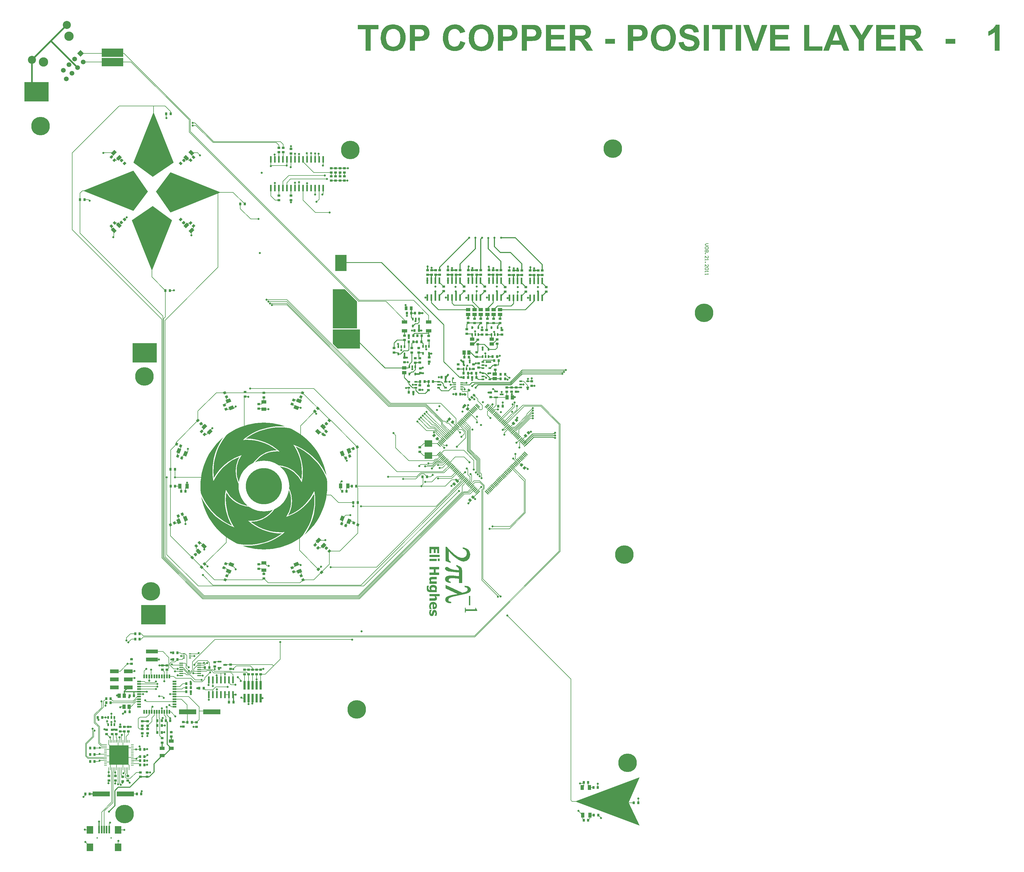
<source format=gtl>
%FSLAX23Y23*%
%MOIN*%
G70*
G01*
G75*
G04 Layer_Physical_Order=1*
G04 Layer_Color=255*
%ADD10C,0.450*%
%ADD11R,0.031X0.033*%
%ADD12R,0.217X0.059*%
%ADD13R,0.033X0.031*%
%ADD14R,0.043X0.105*%
%ADD15R,0.043X0.059*%
%ADD16R,0.105X0.043*%
G04:AMPARAMS|DCode=17|XSize=33mil|YSize=31mil|CornerRadius=0mil|HoleSize=0mil|Usage=FLASHONLY|Rotation=292.500|XOffset=0mil|YOffset=0mil|HoleType=Round|Shape=Rectangle|*
%AMROTATEDRECTD17*
4,1,4,-0.021,0.009,0.008,0.021,0.021,-0.009,-0.008,-0.021,-0.021,0.009,0.0*
%
%ADD17ROTATEDRECTD17*%

G04:AMPARAMS|DCode=18|XSize=33mil|YSize=31mil|CornerRadius=0mil|HoleSize=0mil|Usage=FLASHONLY|Rotation=337.500|XOffset=0mil|YOffset=0mil|HoleType=Round|Shape=Rectangle|*
%AMROTATEDRECTD18*
4,1,4,-0.021,-0.008,-0.009,0.021,0.021,0.008,0.009,-0.021,-0.021,-0.008,0.0*
%
%ADD18ROTATEDRECTD18*%

G04:AMPARAMS|DCode=19|XSize=33mil|YSize=31mil|CornerRadius=0mil|HoleSize=0mil|Usage=FLASHONLY|Rotation=22.500|XOffset=0mil|YOffset=0mil|HoleType=Round|Shape=Rectangle|*
%AMROTATEDRECTD19*
4,1,4,-0.009,-0.021,-0.021,0.008,0.009,0.021,0.021,-0.008,-0.009,-0.021,0.0*
%
%ADD19ROTATEDRECTD19*%

G04:AMPARAMS|DCode=20|XSize=33mil|YSize=31mil|CornerRadius=0mil|HoleSize=0mil|Usage=FLASHONLY|Rotation=67.500|XOffset=0mil|YOffset=0mil|HoleType=Round|Shape=Rectangle|*
%AMROTATEDRECTD20*
4,1,4,0.008,-0.021,-0.021,-0.009,-0.008,0.021,0.021,0.009,0.008,-0.021,0.0*
%
%ADD20ROTATEDRECTD20*%

G04:AMPARAMS|DCode=21|XSize=59mil|YSize=43mil|CornerRadius=0mil|HoleSize=0mil|Usage=FLASHONLY|Rotation=112.500|XOffset=0mil|YOffset=0mil|HoleType=Round|Shape=Rectangle|*
%AMROTATEDRECTD21*
4,1,4,0.031,-0.019,-0.009,-0.036,-0.031,0.019,0.009,0.036,0.031,-0.019,0.0*
%
%ADD21ROTATEDRECTD21*%

G04:AMPARAMS|DCode=22|XSize=59mil|YSize=43mil|CornerRadius=0mil|HoleSize=0mil|Usage=FLASHONLY|Rotation=157.500|XOffset=0mil|YOffset=0mil|HoleType=Round|Shape=Rectangle|*
%AMROTATEDRECTD22*
4,1,4,0.036,0.009,0.019,-0.031,-0.036,-0.009,-0.019,0.031,0.036,0.009,0.0*
%
%ADD22ROTATEDRECTD22*%

G04:AMPARAMS|DCode=23|XSize=59mil|YSize=43mil|CornerRadius=0mil|HoleSize=0mil|Usage=FLASHONLY|Rotation=202.500|XOffset=0mil|YOffset=0mil|HoleType=Round|Shape=Rectangle|*
%AMROTATEDRECTD23*
4,1,4,0.019,0.031,0.036,-0.009,-0.019,-0.031,-0.036,0.009,0.019,0.031,0.0*
%
%ADD23ROTATEDRECTD23*%

G04:AMPARAMS|DCode=24|XSize=59mil|YSize=43mil|CornerRadius=0mil|HoleSize=0mil|Usage=FLASHONLY|Rotation=247.500|XOffset=0mil|YOffset=0mil|HoleType=Round|Shape=Rectangle|*
%AMROTATEDRECTD24*
4,1,4,-0.009,0.036,0.031,0.019,0.009,-0.036,-0.031,-0.019,-0.009,0.036,0.0*
%
%ADD24ROTATEDRECTD24*%

G04:AMPARAMS|DCode=25|XSize=33mil|YSize=31mil|CornerRadius=0mil|HoleSize=0mil|Usage=FLASHONLY|Rotation=292.850|XOffset=0mil|YOffset=0mil|HoleType=Round|Shape=Rectangle|*
%AMROTATEDRECTD25*
4,1,4,-0.021,0.009,0.008,0.022,0.021,-0.009,-0.008,-0.022,-0.021,0.009,0.0*
%
%ADD25ROTATEDRECTD25*%

G04:AMPARAMS|DCode=26|XSize=33mil|YSize=31mil|CornerRadius=0mil|HoleSize=0mil|Usage=FLASHONLY|Rotation=315.000|XOffset=0mil|YOffset=0mil|HoleType=Round|Shape=Rectangle|*
%AMROTATEDRECTD26*
4,1,4,-0.023,0.001,-0.001,0.023,0.023,-0.001,0.001,-0.023,-0.023,0.001,0.0*
%
%ADD26ROTATEDRECTD26*%

G04:AMPARAMS|DCode=27|XSize=33mil|YSize=31mil|CornerRadius=0mil|HoleSize=0mil|Usage=FLASHONLY|Rotation=45.000|XOffset=0mil|YOffset=0mil|HoleType=Round|Shape=Rectangle|*
%AMROTATEDRECTD27*
4,1,4,-0.001,-0.023,-0.023,-0.001,0.001,0.023,0.023,0.001,-0.001,-0.023,0.0*
%
%ADD27ROTATEDRECTD27*%

G04:AMPARAMS|DCode=28|XSize=59mil|YSize=43mil|CornerRadius=0mil|HoleSize=0mil|Usage=FLASHONLY|Rotation=135.000|XOffset=0mil|YOffset=0mil|HoleType=Round|Shape=Rectangle|*
%AMROTATEDRECTD28*
4,1,4,0.036,-0.006,0.006,-0.036,-0.036,0.006,-0.006,0.036,0.036,-0.006,0.0*
%
%ADD28ROTATEDRECTD28*%

%ADD29R,0.059X0.043*%
G04:AMPARAMS|DCode=30|XSize=59mil|YSize=43mil|CornerRadius=0mil|HoleSize=0mil|Usage=FLASHONLY|Rotation=225.000|XOffset=0mil|YOffset=0mil|HoleType=Round|Shape=Rectangle|*
%AMROTATEDRECTD30*
4,1,4,0.006,0.036,0.036,0.006,-0.006,-0.036,-0.036,-0.006,0.006,0.036,0.0*
%
%ADD30ROTATEDRECTD30*%

G04:AMPARAMS|DCode=31|XSize=10mil|YSize=59mil|CornerRadius=0mil|HoleSize=0mil|Usage=FLASHONLY|Rotation=225.000|XOffset=0mil|YOffset=0mil|HoleType=Round|Shape=Rectangle|*
%AMROTATEDRECTD31*
4,1,4,-0.017,0.024,0.024,-0.017,0.017,-0.024,-0.024,0.017,-0.017,0.024,0.0*
%
%ADD31ROTATEDRECTD31*%

G04:AMPARAMS|DCode=32|XSize=10mil|YSize=59mil|CornerRadius=0mil|HoleSize=0mil|Usage=FLASHONLY|Rotation=315.000|XOffset=0mil|YOffset=0mil|HoleType=Round|Shape=Rectangle|*
%AMROTATEDRECTD32*
4,1,4,-0.024,-0.017,0.017,0.024,0.024,0.017,-0.017,-0.024,-0.024,-0.017,0.0*
%
%ADD32ROTATEDRECTD32*%

%ADD33R,0.026X0.014*%
%ADD34R,0.049X0.014*%
%ADD35R,0.033X0.024*%
%ADD36R,0.047X0.024*%
G04:AMPARAMS|DCode=37|XSize=24mil|YSize=33mil|CornerRadius=0mil|HoleSize=0mil|Usage=FLASHONLY|Rotation=225.000|XOffset=0mil|YOffset=0mil|HoleType=Round|Shape=Rectangle|*
%AMROTATEDRECTD37*
4,1,4,-0.003,0.020,0.020,-0.003,0.003,-0.020,-0.020,0.003,-0.003,0.020,0.0*
%
%ADD37ROTATEDRECTD37*%

%ADD38R,0.035X0.012*%
%ADD39C,0.039*%
%ADD40R,0.055X0.043*%
%ADD41R,0.024X0.033*%
%ADD42R,0.043X0.055*%
%ADD43R,0.024X0.081*%
%ADD44R,0.069X0.039*%
%ADD45R,0.035X0.049*%
%ADD46R,0.020X0.093*%
%ADD47R,0.079X0.098*%
%ADD48R,0.029X0.110*%
%ADD49R,0.024X0.079*%
%ADD50R,0.094X0.079*%
%ADD51R,0.110X0.050*%
%ADD52R,0.051X0.022*%
%ADD53R,0.022X0.051*%
%ADD54R,0.024X0.089*%
%ADD55R,0.033X0.010*%
%ADD56R,0.010X0.033*%
%ADD57R,0.240X0.240*%
%ADD58R,0.150X0.050*%
%ADD59C,0.008*%
%ADD60C,0.007*%
%ADD61C,0.010*%
%ADD62C,0.006*%
%ADD63C,0.012*%
%ADD64C,0.020*%
%ADD65C,0.059*%
%ADD66P,0.084X4X90.0*%
%ADD67C,0.100*%
%ADD68C,0.116*%
%ADD69C,0.030*%
%ADD70C,0.230*%
%ADD71C,0.018*%
%ADD72C,0.026*%
%ADD73C,0.050*%
%ADD74C,0.087*%
G36*
X6910Y1750D02*
X6845D01*
Y2070D01*
X6910D01*
Y1750D01*
D02*
G37*
G36*
X6026Y2070D02*
X6038D01*
X6052Y2069D01*
X6064Y2068D01*
X6070Y2068D01*
X6075Y2067D01*
X6080Y2066D01*
X6084Y2065D01*
X6084D01*
X6085Y2065D01*
X6086Y2065D01*
X6088Y2064D01*
X6090Y2063D01*
X6093Y2062D01*
X6099Y2059D01*
X6107Y2055D01*
X6114Y2049D01*
X6122Y2042D01*
X6129Y2034D01*
X6130Y2034D01*
X6130Y2033D01*
X6131Y2032D01*
X6132Y2030D01*
X6134Y2027D01*
X6135Y2025D01*
X6137Y2021D01*
X6139Y2017D01*
X6141Y2013D01*
X6142Y2008D01*
X6144Y2003D01*
X6145Y1997D01*
X6147Y1985D01*
X6148Y1979D01*
Y1972D01*
Y1971D01*
Y1970D01*
Y1969D01*
Y1967D01*
X6148Y1964D01*
Y1961D01*
X6147Y1955D01*
X6146Y1947D01*
X6144Y1938D01*
X6141Y1930D01*
X6137Y1922D01*
Y1922D01*
X6137Y1921D01*
X6135Y1919D01*
X6133Y1915D01*
X6130Y1911D01*
X6126Y1905D01*
X6121Y1900D01*
X6116Y1895D01*
X6110Y1890D01*
X6109Y1890D01*
X6107Y1889D01*
X6104Y1887D01*
X6099Y1884D01*
X6094Y1882D01*
X6089Y1879D01*
X6083Y1877D01*
X6077Y1875D01*
X6075D01*
X6074Y1875D01*
X6072Y1875D01*
X6070Y1874D01*
X6067D01*
X6064Y1874D01*
X6059Y1873D01*
X6055Y1873D01*
X6050Y1872D01*
X6045Y1872D01*
X6039Y1872D01*
X6032Y1871D01*
X6025D01*
X6018Y1871D01*
X5968D01*
Y1750D01*
X5903D01*
Y2070D01*
X6021D01*
X6026Y2070D01*
D02*
G37*
G36*
X7307Y1750D02*
X7243D01*
Y2070D01*
X7307D01*
Y1750D01*
D02*
G37*
G36*
X7203Y2016D02*
X7108D01*
Y1750D01*
X7044D01*
Y2016D01*
X6949D01*
Y2070D01*
X7203D01*
Y2016D01*
D02*
G37*
G36*
X5331Y2070D02*
X5336D01*
X5341Y2070D01*
X5347Y2069D01*
X5359Y2068D01*
X5372Y2067D01*
X5377Y2066D01*
X5383Y2065D01*
X5388Y2063D01*
X5393Y2062D01*
X5393D01*
X5394Y2061D01*
X5395Y2061D01*
X5397Y2060D01*
X5401Y2058D01*
X5406Y2055D01*
X5412Y2050D01*
X5419Y2045D01*
X5425Y2038D01*
X5430Y2031D01*
Y2030D01*
X5431Y2030D01*
X5432Y2029D01*
X5432Y2027D01*
X5434Y2025D01*
X5435Y2022D01*
X5437Y2016D01*
X5440Y2009D01*
X5442Y2000D01*
X5444Y1991D01*
X5445Y1980D01*
Y1980D01*
Y1979D01*
Y1977D01*
X5444Y1975D01*
X5444Y1971D01*
X5443Y1968D01*
X5443Y1964D01*
X5442Y1960D01*
X5440Y1950D01*
X5436Y1940D01*
X5433Y1935D01*
X5430Y1930D01*
X5427Y1925D01*
X5423Y1921D01*
X5423Y1920D01*
X5422Y1920D01*
X5421Y1919D01*
X5419Y1917D01*
X5417Y1915D01*
X5415Y1913D01*
X5411Y1911D01*
X5407Y1908D01*
X5403Y1906D01*
X5398Y1903D01*
X5393Y1901D01*
X5387Y1898D01*
X5381Y1896D01*
X5375Y1894D01*
X5367Y1892D01*
X5360Y1891D01*
X5360D01*
X5360Y1891D01*
X5363Y1889D01*
X5367Y1887D01*
X5372Y1883D01*
X5377Y1879D01*
X5383Y1875D01*
X5389Y1870D01*
X5394Y1864D01*
X5395Y1863D01*
X5397Y1861D01*
X5400Y1857D01*
X5402Y1855D01*
X5404Y1852D01*
X5407Y1849D01*
X5409Y1845D01*
X5412Y1841D01*
X5416Y1836D01*
X5419Y1831D01*
X5423Y1825D01*
X5427Y1819D01*
X5431Y1812D01*
X5470Y1750D01*
X5393D01*
X5346Y1820D01*
X5346Y1820D01*
X5345Y1821D01*
X5344Y1823D01*
X5342Y1825D01*
X5340Y1829D01*
X5338Y1832D01*
X5332Y1840D01*
X5327Y1847D01*
X5321Y1855D01*
X5319Y1859D01*
X5316Y1862D01*
X5314Y1865D01*
X5312Y1867D01*
X5312Y1867D01*
X5310Y1868D01*
X5309Y1870D01*
X5306Y1872D01*
X5303Y1874D01*
X5300Y1876D01*
X5296Y1878D01*
X5292Y1880D01*
X5292D01*
X5290Y1880D01*
X5288Y1881D01*
X5285Y1882D01*
X5280Y1882D01*
X5275Y1883D01*
X5268Y1884D01*
X5247D01*
Y1750D01*
X5182D01*
Y2070D01*
X5327D01*
X5331Y2070D01*
D02*
G37*
G36*
X4411D02*
X4423D01*
X4436Y2069D01*
X4448Y2068D01*
X4454Y2068D01*
X4460Y2067D01*
X4464Y2066D01*
X4468Y2065D01*
X4468D01*
X4469Y2065D01*
X4471Y2065D01*
X4473Y2064D01*
X4475Y2063D01*
X4478Y2062D01*
X4484Y2059D01*
X4491Y2055D01*
X4499Y2049D01*
X4506Y2042D01*
X4514Y2034D01*
X4514Y2034D01*
X4515Y2033D01*
X4516Y2032D01*
X4517Y2030D01*
X4518Y2027D01*
X4520Y2025D01*
X4521Y2021D01*
X4523Y2017D01*
X4525Y2013D01*
X4527Y2008D01*
X4528Y2003D01*
X4530Y1997D01*
X4532Y1985D01*
X4533Y1979D01*
Y1972D01*
Y1971D01*
Y1970D01*
Y1969D01*
Y1967D01*
X4532Y1964D01*
Y1961D01*
X4531Y1955D01*
X4530Y1947D01*
X4528Y1938D01*
X4526Y1930D01*
X4522Y1922D01*
Y1922D01*
X4521Y1921D01*
X4520Y1919D01*
X4518Y1915D01*
X4514Y1911D01*
X4510Y1905D01*
X4506Y1900D01*
X4500Y1895D01*
X4494Y1890D01*
X4493Y1890D01*
X4491Y1889D01*
X4488Y1887D01*
X4484Y1884D01*
X4479Y1882D01*
X4473Y1879D01*
X4467Y1877D01*
X4461Y1875D01*
X4460D01*
X4458Y1875D01*
X4457Y1875D01*
X4454Y1874D01*
X4451D01*
X4448Y1874D01*
X4444Y1873D01*
X4440Y1873D01*
X4435Y1872D01*
X4429Y1872D01*
X4423Y1872D01*
X4417Y1871D01*
X4410D01*
X4402Y1871D01*
X4352D01*
Y1750D01*
X4288D01*
Y2070D01*
X4405D01*
X4411Y2070D01*
D02*
G37*
G36*
X3317D02*
X3329D01*
X3342Y2069D01*
X3355Y2068D01*
X3361Y2068D01*
X3366Y2067D01*
X3371Y2066D01*
X3374Y2065D01*
X3375D01*
X3376Y2065D01*
X3377Y2065D01*
X3379Y2064D01*
X3381Y2063D01*
X3384Y2062D01*
X3390Y2059D01*
X3397Y2055D01*
X3405Y2049D01*
X3413Y2042D01*
X3420Y2034D01*
X3421Y2034D01*
X3421Y2033D01*
X3422Y2032D01*
X3423Y2030D01*
X3424Y2027D01*
X3426Y2025D01*
X3428Y2021D01*
X3430Y2017D01*
X3432Y2013D01*
X3433Y2008D01*
X3435Y2003D01*
X3436Y1997D01*
X3438Y1985D01*
X3439Y1979D01*
Y1972D01*
Y1971D01*
Y1970D01*
Y1969D01*
Y1967D01*
X3439Y1964D01*
Y1961D01*
X3438Y1955D01*
X3437Y1947D01*
X3434Y1938D01*
X3432Y1930D01*
X3428Y1922D01*
Y1922D01*
X3428Y1921D01*
X3426Y1919D01*
X3424Y1915D01*
X3421Y1911D01*
X3417Y1905D01*
X3412Y1900D01*
X3407Y1895D01*
X3401Y1890D01*
X3400Y1890D01*
X3398Y1889D01*
X3395Y1887D01*
X3390Y1884D01*
X3385Y1882D01*
X3380Y1879D01*
X3374Y1877D01*
X3367Y1875D01*
X3366D01*
X3365Y1875D01*
X3363Y1875D01*
X3361Y1874D01*
X3358D01*
X3354Y1874D01*
X3350Y1873D01*
X3346Y1873D01*
X3341Y1872D01*
X3336Y1872D01*
X3329Y1872D01*
X3323Y1871D01*
X3316D01*
X3309Y1871D01*
X3259D01*
Y1750D01*
X3194D01*
Y2070D01*
X3312D01*
X3317Y2070D01*
D02*
G37*
G36*
X5121Y2016D02*
X4949D01*
Y1945D01*
X5109D01*
Y1891D01*
X4949D01*
Y1804D01*
X5128D01*
Y1750D01*
X4884D01*
Y2070D01*
X5121D01*
Y2016D01*
D02*
G37*
G36*
X4709Y2070D02*
X4721D01*
X4734Y2069D01*
X4747Y2068D01*
X4753Y2068D01*
X4758Y2067D01*
X4763Y2066D01*
X4766Y2065D01*
X4767D01*
X4768Y2065D01*
X4769Y2065D01*
X4771Y2064D01*
X4773Y2063D01*
X4776Y2062D01*
X4782Y2059D01*
X4789Y2055D01*
X4797Y2049D01*
X4805Y2042D01*
X4812Y2034D01*
X4813Y2034D01*
X4813Y2033D01*
X4814Y2032D01*
X4815Y2030D01*
X4816Y2027D01*
X4818Y2025D01*
X4820Y2021D01*
X4822Y2017D01*
X4823Y2013D01*
X4825Y2008D01*
X4827Y2003D01*
X4828Y1997D01*
X4830Y1985D01*
X4831Y1979D01*
Y1972D01*
Y1971D01*
Y1970D01*
Y1969D01*
Y1967D01*
X4830Y1964D01*
Y1961D01*
X4830Y1955D01*
X4828Y1947D01*
X4826Y1938D01*
X4824Y1930D01*
X4820Y1922D01*
Y1922D01*
X4820Y1921D01*
X4818Y1919D01*
X4816Y1915D01*
X4813Y1911D01*
X4808Y1905D01*
X4804Y1900D01*
X4798Y1895D01*
X4793Y1890D01*
X4792Y1890D01*
X4790Y1889D01*
X4787Y1887D01*
X4782Y1884D01*
X4777Y1882D01*
X4772Y1879D01*
X4765Y1877D01*
X4759Y1875D01*
X4758D01*
X4757Y1875D01*
X4755Y1875D01*
X4753Y1874D01*
X4750D01*
X4746Y1874D01*
X4742Y1873D01*
X4738Y1873D01*
X4733Y1872D01*
X4728Y1872D01*
X4721Y1872D01*
X4715Y1871D01*
X4708D01*
X4700Y1871D01*
X4650D01*
Y1750D01*
X4586D01*
Y2070D01*
X4703D01*
X4709Y2070D01*
D02*
G37*
G36*
X7520Y1750D02*
X7450D01*
X7336Y2070D01*
X7406D01*
X7487Y1833D01*
X7566Y2070D01*
X7635D01*
X7520Y1750D01*
D02*
G37*
G36*
X10519D02*
X10458D01*
Y1981D01*
X10457Y1981D01*
X10456Y1980D01*
X10455Y1978D01*
X10452Y1976D01*
X10449Y1974D01*
X10445Y1970D01*
X10440Y1967D01*
X10435Y1964D01*
X10430Y1960D01*
X10424Y1956D01*
X10417Y1952D01*
X10410Y1949D01*
X10395Y1941D01*
X10379Y1935D01*
Y1991D01*
X10379D01*
X10380Y1991D01*
X10381Y1992D01*
X10383Y1992D01*
X10385Y1993D01*
X10388Y1995D01*
X10394Y1997D01*
X10402Y2001D01*
X10410Y2007D01*
X10420Y2013D01*
X10430Y2020D01*
X10431Y2021D01*
X10432Y2021D01*
X10433Y2022D01*
X10435Y2024D01*
X10437Y2026D01*
X10440Y2029D01*
X10446Y2035D01*
X10452Y2043D01*
X10459Y2052D01*
X10465Y2061D01*
X10467Y2067D01*
X10469Y2072D01*
X10519D01*
Y1750D01*
D02*
G37*
G36*
X9968Y1835D02*
X9847D01*
Y1897D01*
X9968D01*
Y1835D01*
D02*
G37*
G36*
X5743D02*
X5622D01*
Y1897D01*
X5743D01*
Y1835D01*
D02*
G37*
G36*
X9431Y2070D02*
X9436D01*
X9442Y2070D01*
X9448Y2069D01*
X9460Y2068D01*
X9472Y2067D01*
X9478Y2066D01*
X9484Y2065D01*
X9489Y2063D01*
X9493Y2062D01*
X9494D01*
X9495Y2061D01*
X9496Y2061D01*
X9497Y2060D01*
X9502Y2058D01*
X9507Y2055D01*
X9513Y2050D01*
X9519Y2045D01*
X9525Y2038D01*
X9531Y2031D01*
Y2030D01*
X9531Y2030D01*
X9532Y2029D01*
X9533Y2027D01*
X9534Y2025D01*
X9536Y2022D01*
X9538Y2016D01*
X9541Y2009D01*
X9543Y2000D01*
X9545Y1991D01*
X9545Y1980D01*
Y1980D01*
Y1979D01*
Y1977D01*
X9545Y1975D01*
X9544Y1971D01*
X9544Y1968D01*
X9543Y1964D01*
X9543Y1960D01*
X9540Y1950D01*
X9536Y1940D01*
X9534Y1935D01*
X9531Y1930D01*
X9528Y1925D01*
X9524Y1921D01*
X9523Y1920D01*
X9523Y1920D01*
X9522Y1919D01*
X9520Y1917D01*
X9518Y1915D01*
X9515Y1913D01*
X9512Y1911D01*
X9508Y1908D01*
X9504Y1906D01*
X9499Y1903D01*
X9494Y1901D01*
X9488Y1898D01*
X9482Y1896D01*
X9475Y1894D01*
X9468Y1892D01*
X9460Y1891D01*
X9461D01*
X9461Y1891D01*
X9464Y1889D01*
X9468Y1887D01*
X9473Y1883D01*
X9478Y1879D01*
X9484Y1875D01*
X9489Y1870D01*
X9495Y1864D01*
X9496Y1863D01*
X9497Y1861D01*
X9500Y1857D01*
X9502Y1855D01*
X9505Y1852D01*
X9507Y1849D01*
X9510Y1845D01*
X9513Y1841D01*
X9516Y1836D01*
X9520Y1831D01*
X9523Y1825D01*
X9528Y1819D01*
X9532Y1812D01*
X9571Y1750D01*
X9493D01*
X9447Y1820D01*
X9446Y1820D01*
X9446Y1821D01*
X9444Y1823D01*
X9443Y1825D01*
X9441Y1829D01*
X9438Y1832D01*
X9433Y1840D01*
X9428Y1847D01*
X9422Y1855D01*
X9419Y1859D01*
X9417Y1862D01*
X9415Y1865D01*
X9413Y1867D01*
X9412Y1867D01*
X9411Y1868D01*
X9409Y1870D01*
X9407Y1872D01*
X9404Y1874D01*
X9401Y1876D01*
X9397Y1878D01*
X9393Y1880D01*
X9393D01*
X9391Y1880D01*
X9389Y1881D01*
X9385Y1882D01*
X9381Y1882D01*
X9375Y1883D01*
X9368Y1884D01*
X9348D01*
Y1750D01*
X9283D01*
Y2070D01*
X9427D01*
X9431Y2070D01*
D02*
G37*
G36*
X8156Y1804D02*
X8317D01*
Y1750D01*
X8091D01*
Y2068D01*
X8156D01*
Y1804D01*
D02*
G37*
G36*
X7905Y2016D02*
X7732D01*
Y1945D01*
X7892D01*
Y1891D01*
X7732D01*
Y1804D01*
X7911D01*
Y1750D01*
X7668D01*
Y2070D01*
X7905D01*
Y2016D01*
D02*
G37*
G36*
X9222D02*
X9049D01*
Y1945D01*
X9210D01*
Y1891D01*
X9049D01*
Y1804D01*
X9228D01*
Y1750D01*
X8985D01*
Y2070D01*
X9222D01*
Y2016D01*
D02*
G37*
G36*
X8652Y1750D02*
X8582D01*
X8553Y1823D01*
X8425D01*
X8399Y1750D01*
X8330D01*
X8455Y2070D01*
X8524D01*
X8652Y1750D01*
D02*
G37*
G36*
X2804Y2016D02*
X2710D01*
Y1750D01*
X2645D01*
Y2016D01*
X2550D01*
Y2070D01*
X2804D01*
Y2016D01*
D02*
G37*
G36*
X3564Y-4592D02*
X3542D01*
Y-4562D01*
X3564D01*
Y-4592D01*
D02*
G37*
G36*
X3558Y-4694D02*
X3514D01*
Y-4735D01*
X3558D01*
Y-4765D01*
X3438D01*
Y-4735D01*
X3491D01*
Y-4694D01*
X3438D01*
Y-4663D01*
X3558D01*
Y-4694D01*
D02*
G37*
G36*
X3564Y-4542D02*
X3438D01*
Y-4513D01*
X3564D01*
Y-4542D01*
D02*
G37*
G36*
X3529Y-4592D02*
X3438D01*
Y-4563D01*
X3529D01*
Y-4592D01*
D02*
G37*
G36*
Y-4816D02*
X3480D01*
X3478Y-4816D01*
X3474D01*
X3472Y-4816D01*
X3471D01*
X3471Y-4817D01*
X3469Y-4817D01*
X3467Y-4817D01*
X3465Y-4818D01*
X3464D01*
X3464Y-4818D01*
X3464Y-4819D01*
X3463Y-4819D01*
X3462Y-4820D01*
X3460Y-4822D01*
Y-4822D01*
X3460Y-4823D01*
X3460Y-4823D01*
X3460Y-4824D01*
X3459Y-4825D01*
X3459Y-4826D01*
X3459Y-4828D01*
Y-4830D01*
Y-4830D01*
Y-4830D01*
Y-4831D01*
X3459Y-4832D01*
X3459Y-4833D01*
X3459Y-4834D01*
X3460Y-4837D01*
Y-4837D01*
X3461Y-4837D01*
X3461Y-4838D01*
X3461Y-4839D01*
X3463Y-4842D01*
X3464Y-4844D01*
X3529D01*
Y-4873D01*
X3438D01*
Y-4844D01*
X3448D01*
X3448Y-4844D01*
X3447Y-4843D01*
X3446Y-4842D01*
X3444Y-4840D01*
X3443Y-4838D01*
X3441Y-4835D01*
X3440Y-4833D01*
X3439Y-4831D01*
X3438Y-4830D01*
X3438Y-4830D01*
X3438Y-4828D01*
X3437Y-4827D01*
X3437Y-4825D01*
X3436Y-4822D01*
X3436Y-4819D01*
X3436Y-4816D01*
Y-4816D01*
Y-4816D01*
Y-4815D01*
X3436Y-4814D01*
X3436Y-4813D01*
X3436Y-4812D01*
X3437Y-4809D01*
X3438Y-4805D01*
X3439Y-4802D01*
X3440Y-4800D01*
X3441Y-4798D01*
X3442Y-4797D01*
X3444Y-4795D01*
X3444D01*
X3444Y-4795D01*
X3445Y-4795D01*
X3446Y-4794D01*
X3446Y-4794D01*
X3448Y-4793D01*
X3449Y-4792D01*
X3450Y-4792D01*
X3452Y-4791D01*
X3454Y-4790D01*
X3456Y-4789D01*
X3458Y-4789D01*
X3461Y-4788D01*
X3464Y-4788D01*
X3466Y-4788D01*
X3470Y-4788D01*
X3529D01*
Y-4816D01*
D02*
G37*
G36*
X3485Y-5098D02*
X3486D01*
X3488Y-5098D01*
X3490Y-5099D01*
X3493Y-5099D01*
X3496Y-5100D01*
X3498Y-5100D01*
X3501Y-5101D01*
X3504Y-5102D01*
X3507Y-5103D01*
X3510Y-5105D01*
X3513Y-5106D01*
X3516Y-5108D01*
X3518Y-5111D01*
X3518Y-5111D01*
X3519Y-5111D01*
X3519Y-5112D01*
X3520Y-5113D01*
X3521Y-5114D01*
X3522Y-5116D01*
X3524Y-5118D01*
X3525Y-5120D01*
X3526Y-5122D01*
X3527Y-5125D01*
X3528Y-5128D01*
X3530Y-5131D01*
X3530Y-5135D01*
X3531Y-5138D01*
X3531Y-5142D01*
X3532Y-5146D01*
Y-5147D01*
Y-5147D01*
Y-5148D01*
X3531Y-5150D01*
X3531Y-5152D01*
X3531Y-5154D01*
X3531Y-5156D01*
X3530Y-5158D01*
X3529Y-5163D01*
X3528Y-5166D01*
X3527Y-5168D01*
X3526Y-5171D01*
X3524Y-5173D01*
X3522Y-5176D01*
X3520Y-5178D01*
X3520Y-5178D01*
X3520Y-5178D01*
X3519Y-5179D01*
X3518Y-5179D01*
X3517Y-5180D01*
X3516Y-5181D01*
X3514Y-5182D01*
X3512Y-5183D01*
X3510Y-5184D01*
X3507Y-5185D01*
X3505Y-5186D01*
X3502Y-5187D01*
X3499Y-5187D01*
X3495Y-5188D01*
X3492Y-5188D01*
X3488Y-5188D01*
X3478D01*
Y-5126D01*
X3478D01*
X3477Y-5126D01*
X3476D01*
X3474Y-5127D01*
X3472Y-5127D01*
X3471Y-5127D01*
X3469Y-5128D01*
X3467Y-5129D01*
X3467Y-5129D01*
X3466Y-5129D01*
X3466Y-5130D01*
X3465Y-5130D01*
X3464Y-5131D01*
X3463Y-5132D01*
X3460Y-5135D01*
X3460Y-5135D01*
X3460Y-5136D01*
X3460Y-5136D01*
X3459Y-5137D01*
X3458Y-5138D01*
X3458Y-5140D01*
X3457Y-5142D01*
X3457Y-5143D01*
Y-5143D01*
X3457Y-5144D01*
X3456Y-5145D01*
X3456Y-5146D01*
X3456Y-5148D01*
X3456Y-5150D01*
X3456Y-5154D01*
Y-5154D01*
Y-5155D01*
Y-5156D01*
X3456Y-5157D01*
Y-5158D01*
X3456Y-5160D01*
X3457Y-5164D01*
Y-5164D01*
X3457Y-5164D01*
X3457Y-5165D01*
X3458Y-5167D01*
X3458Y-5168D01*
X3458Y-5169D01*
X3460Y-5172D01*
Y-5173D01*
X3460Y-5173D01*
X3460Y-5174D01*
X3461Y-5175D01*
X3462Y-5177D01*
X3463Y-5179D01*
X3463Y-5179D01*
X3463Y-5179D01*
X3464Y-5180D01*
X3464Y-5181D01*
X3465Y-5182D01*
X3466Y-5184D01*
Y-5187D01*
X3443D01*
Y-5187D01*
X3443Y-5186D01*
X3442Y-5185D01*
X3442Y-5185D01*
X3441Y-5183D01*
X3440Y-5180D01*
Y-5180D01*
X3440Y-5180D01*
X3440Y-5179D01*
X3440Y-5178D01*
X3439Y-5177D01*
X3439Y-5176D01*
X3438Y-5174D01*
X3438Y-5172D01*
Y-5172D01*
X3438Y-5172D01*
X3438Y-5171D01*
X3438Y-5169D01*
X3437Y-5168D01*
X3437Y-5166D01*
X3436Y-5163D01*
Y-5163D01*
X3436Y-5162D01*
X3436Y-5161D01*
Y-5160D01*
X3436Y-5158D01*
X3436Y-5156D01*
X3436Y-5153D01*
Y-5151D01*
Y-5151D01*
Y-5150D01*
X3436Y-5148D01*
Y-5147D01*
X3436Y-5145D01*
X3436Y-5142D01*
X3437Y-5139D01*
X3437Y-5136D01*
X3438Y-5133D01*
X3438Y-5130D01*
X3439Y-5127D01*
X3441Y-5124D01*
X3442Y-5120D01*
X3444Y-5117D01*
X3445Y-5114D01*
X3448Y-5112D01*
X3448Y-5111D01*
X3448Y-5111D01*
X3449Y-5110D01*
X3450Y-5109D01*
X3451Y-5108D01*
X3453Y-5107D01*
X3455Y-5106D01*
X3457Y-5105D01*
X3459Y-5103D01*
X3462Y-5102D01*
X3464Y-5101D01*
X3468Y-5100D01*
X3471Y-5099D01*
X3475Y-5099D01*
X3479Y-5098D01*
X3483Y-5098D01*
X3484D01*
X3485Y-5098D01*
D02*
G37*
G36*
X3467Y-5199D02*
Y-5199D01*
X3466Y-5200D01*
X3466Y-5201D01*
X3464Y-5202D01*
X3463Y-5204D01*
Y-5204D01*
X3463Y-5204D01*
X3462Y-5205D01*
X3462Y-5206D01*
X3461Y-5207D01*
X3461Y-5208D01*
X3460Y-5209D01*
X3459Y-5211D01*
Y-5211D01*
X3459Y-5212D01*
X3459Y-5212D01*
X3458Y-5214D01*
X3458Y-5215D01*
X3457Y-5216D01*
X3456Y-5220D01*
Y-5220D01*
X3456Y-5221D01*
X3456Y-5222D01*
X3455Y-5223D01*
X3455Y-5225D01*
X3455Y-5227D01*
X3455Y-5229D01*
Y-5231D01*
Y-5231D01*
Y-5232D01*
X3455Y-5233D01*
Y-5234D01*
X3455Y-5236D01*
X3456Y-5238D01*
X3456Y-5240D01*
X3457Y-5241D01*
X3457Y-5241D01*
X3457Y-5242D01*
X3457Y-5243D01*
X3458Y-5244D01*
X3459Y-5244D01*
X3460Y-5245D01*
X3461Y-5246D01*
X3463Y-5246D01*
X3463D01*
X3464Y-5246D01*
X3464Y-5246D01*
X3466Y-5245D01*
X3467Y-5244D01*
X3467Y-5244D01*
Y-5244D01*
X3468Y-5243D01*
X3468Y-5243D01*
X3468Y-5242D01*
X3469Y-5241D01*
X3469Y-5239D01*
X3470Y-5238D01*
X3470Y-5236D01*
Y-5235D01*
X3471Y-5235D01*
X3471Y-5234D01*
X3471Y-5233D01*
X3471Y-5232D01*
X3471Y-5231D01*
X3472Y-5229D01*
X3472Y-5227D01*
Y-5227D01*
X3472Y-5226D01*
X3472Y-5226D01*
X3473Y-5224D01*
X3473Y-5223D01*
X3473Y-5222D01*
X3474Y-5219D01*
Y-5218D01*
X3474Y-5218D01*
X3475Y-5218D01*
X3475Y-5217D01*
X3476Y-5215D01*
X3477Y-5213D01*
X3478Y-5210D01*
X3480Y-5207D01*
X3482Y-5205D01*
X3484Y-5203D01*
X3484Y-5202D01*
X3485Y-5202D01*
X3487Y-5201D01*
X3489Y-5200D01*
X3491Y-5199D01*
X3494Y-5198D01*
X3497Y-5197D01*
X3501Y-5197D01*
X3502D01*
X3503Y-5197D01*
X3505Y-5198D01*
X3507Y-5198D01*
X3509Y-5198D01*
X3511Y-5199D01*
X3513Y-5200D01*
X3513Y-5200D01*
X3513Y-5200D01*
X3515Y-5201D01*
X3516Y-5202D01*
X3517Y-5203D01*
X3519Y-5205D01*
X3521Y-5206D01*
X3522Y-5208D01*
X3522Y-5209D01*
X3523Y-5209D01*
X3524Y-5210D01*
X3525Y-5212D01*
X3526Y-5214D01*
X3527Y-5216D01*
X3528Y-5219D01*
X3529Y-5222D01*
Y-5222D01*
X3529Y-5222D01*
Y-5222D01*
X3529Y-5223D01*
X3530Y-5225D01*
X3530Y-5227D01*
X3530Y-5229D01*
X3531Y-5233D01*
X3531Y-5236D01*
X3531Y-5240D01*
Y-5240D01*
Y-5240D01*
Y-5241D01*
Y-5241D01*
X3531Y-5243D01*
Y-5245D01*
X3531Y-5248D01*
X3530Y-5251D01*
X3530Y-5254D01*
X3529Y-5257D01*
Y-5257D01*
Y-5257D01*
X3529Y-5258D01*
X3529Y-5260D01*
X3528Y-5262D01*
X3527Y-5264D01*
X3527Y-5266D01*
X3526Y-5268D01*
X3525Y-5271D01*
X3502D01*
Y-5268D01*
X3502Y-5268D01*
X3503Y-5267D01*
X3503Y-5266D01*
X3505Y-5264D01*
X3505Y-5263D01*
X3505Y-5263D01*
X3505Y-5262D01*
X3506Y-5262D01*
X3507Y-5260D01*
X3508Y-5257D01*
Y-5257D01*
X3508Y-5257D01*
X3509Y-5256D01*
X3509Y-5255D01*
X3509Y-5254D01*
X3510Y-5253D01*
X3511Y-5249D01*
Y-5249D01*
X3511Y-5249D01*
X3511Y-5248D01*
X3511Y-5247D01*
X3512Y-5245D01*
X3512Y-5244D01*
X3512Y-5241D01*
Y-5240D01*
Y-5240D01*
X3512Y-5238D01*
X3512Y-5237D01*
X3511Y-5235D01*
X3511Y-5234D01*
X3510Y-5232D01*
X3510Y-5230D01*
X3510Y-5230D01*
X3509Y-5230D01*
X3509Y-5229D01*
X3508Y-5228D01*
X3507Y-5227D01*
X3506Y-5227D01*
X3505Y-5226D01*
X3504Y-5226D01*
X3504D01*
X3503Y-5226D01*
X3502Y-5226D01*
X3501Y-5227D01*
X3500Y-5227D01*
X3499Y-5228D01*
Y-5228D01*
X3499Y-5229D01*
X3499Y-5229D01*
X3498Y-5230D01*
X3498Y-5231D01*
X3497Y-5233D01*
X3496Y-5235D01*
X3496Y-5237D01*
Y-5237D01*
X3496Y-5238D01*
X3495Y-5239D01*
X3495Y-5240D01*
X3495Y-5241D01*
X3495Y-5242D01*
X3494Y-5246D01*
Y-5246D01*
X3494Y-5246D01*
X3494Y-5247D01*
X3493Y-5248D01*
X3493Y-5250D01*
X3493Y-5251D01*
X3492Y-5255D01*
Y-5255D01*
X3492Y-5255D01*
X3491Y-5256D01*
X3491Y-5256D01*
X3490Y-5258D01*
X3489Y-5260D01*
X3488Y-5263D01*
X3486Y-5265D01*
X3485Y-5267D01*
X3482Y-5269D01*
X3482Y-5270D01*
X3481Y-5270D01*
X3480Y-5271D01*
X3478Y-5272D01*
X3476Y-5273D01*
X3473Y-5274D01*
X3470Y-5274D01*
X3466Y-5275D01*
X3465D01*
X3464Y-5274D01*
X3462Y-5274D01*
X3461Y-5274D01*
X3458Y-5273D01*
X3456Y-5273D01*
X3454Y-5272D01*
X3454Y-5271D01*
X3453Y-5271D01*
X3452Y-5270D01*
X3451Y-5269D01*
X3449Y-5268D01*
X3447Y-5267D01*
X3446Y-5265D01*
X3444Y-5263D01*
X3444Y-5263D01*
X3444Y-5262D01*
X3443Y-5261D01*
X3442Y-5259D01*
X3441Y-5257D01*
X3440Y-5255D01*
X3439Y-5252D01*
X3438Y-5249D01*
Y-5249D01*
X3438Y-5249D01*
Y-5248D01*
X3438Y-5248D01*
X3437Y-5246D01*
X3437Y-5244D01*
X3436Y-5241D01*
X3436Y-5238D01*
X3436Y-5235D01*
X3436Y-5231D01*
Y-5230D01*
Y-5230D01*
Y-5230D01*
Y-5229D01*
Y-5228D01*
X3436Y-5227D01*
X3436Y-5224D01*
X3436Y-5222D01*
X3437Y-5218D01*
X3437Y-5215D01*
X3438Y-5212D01*
Y-5211D01*
X3438Y-5211D01*
Y-5211D01*
X3438Y-5210D01*
X3438Y-5208D01*
X3439Y-5206D01*
X3440Y-5204D01*
X3441Y-5202D01*
X3442Y-5199D01*
X3443Y-5197D01*
X3467D01*
Y-5199D01*
D02*
G37*
G36*
X3488Y-4888D02*
X3489D01*
X3492Y-4888D01*
X3495Y-4888D01*
X3498Y-4889D01*
X3501Y-4889D01*
X3505Y-4890D01*
X3505D01*
X3505Y-4891D01*
X3506Y-4891D01*
X3506Y-4891D01*
X3508Y-4892D01*
X3510Y-4893D01*
X3512Y-4894D01*
X3514Y-4895D01*
X3517Y-4897D01*
X3519Y-4899D01*
X3520Y-4899D01*
X3520Y-4900D01*
X3521Y-4901D01*
X3522Y-4902D01*
X3524Y-4904D01*
X3525Y-4906D01*
X3527Y-4908D01*
X3528Y-4911D01*
Y-4911D01*
X3528Y-4911D01*
X3529Y-4912D01*
X3529Y-4914D01*
X3530Y-4915D01*
X3530Y-4918D01*
X3531Y-4920D01*
X3531Y-4923D01*
X3531Y-4926D01*
Y-4926D01*
Y-4927D01*
X3531Y-4928D01*
Y-4930D01*
X3531Y-4932D01*
X3530Y-4934D01*
X3530Y-4936D01*
X3529Y-4938D01*
Y-4939D01*
X3529Y-4939D01*
X3529Y-4940D01*
X3528Y-4942D01*
X3527Y-4943D01*
X3527Y-4945D01*
X3525Y-4948D01*
X3529Y-4949D01*
Y-4977D01*
X3446D01*
X3445Y-4977D01*
X3444D01*
X3441Y-4976D01*
X3438Y-4976D01*
X3434Y-4975D01*
X3431Y-4974D01*
X3427Y-4973D01*
X3427D01*
X3427Y-4973D01*
X3426Y-4973D01*
X3426Y-4973D01*
X3424Y-4972D01*
X3422Y-4971D01*
X3420Y-4969D01*
X3418Y-4967D01*
X3415Y-4966D01*
X3413Y-4963D01*
X3413Y-4963D01*
X3413Y-4962D01*
X3412Y-4961D01*
X3411Y-4959D01*
X3409Y-4957D01*
X3408Y-4954D01*
X3407Y-4951D01*
X3406Y-4948D01*
Y-4948D01*
X3406Y-4948D01*
Y-4947D01*
X3406Y-4947D01*
X3406Y-4946D01*
X3406Y-4945D01*
X3405Y-4942D01*
X3405Y-4939D01*
X3404Y-4936D01*
X3404Y-4932D01*
X3404Y-4928D01*
Y-4928D01*
Y-4928D01*
Y-4928D01*
Y-4927D01*
Y-4925D01*
X3404Y-4923D01*
X3404Y-4920D01*
X3404Y-4917D01*
X3405Y-4911D01*
Y-4911D01*
Y-4911D01*
X3405Y-4910D01*
X3406Y-4908D01*
X3406Y-4906D01*
X3406Y-4904D01*
X3407Y-4902D01*
X3407Y-4899D01*
X3408Y-4897D01*
X3431D01*
Y-4900D01*
Y-4900D01*
X3430Y-4901D01*
X3430Y-4901D01*
X3430Y-4902D01*
X3430Y-4903D01*
X3429Y-4905D01*
Y-4905D01*
X3429Y-4906D01*
X3429Y-4906D01*
X3428Y-4907D01*
X3428Y-4909D01*
X3427Y-4911D01*
Y-4911D01*
X3427Y-4912D01*
X3427Y-4912D01*
X3427Y-4913D01*
X3426Y-4915D01*
X3426Y-4918D01*
Y-4918D01*
X3426Y-4918D01*
Y-4919D01*
X3425Y-4920D01*
X3425Y-4922D01*
X3425Y-4925D01*
Y-4925D01*
Y-4925D01*
Y-4926D01*
X3425Y-4927D01*
Y-4929D01*
X3425Y-4931D01*
X3426Y-4933D01*
X3426Y-4935D01*
X3427Y-4937D01*
Y-4937D01*
X3427Y-4938D01*
X3427Y-4939D01*
X3428Y-4940D01*
X3429Y-4942D01*
X3430Y-4943D01*
X3431Y-4944D01*
X3431Y-4944D01*
X3431Y-4944D01*
X3432Y-4945D01*
X3433Y-4945D01*
X3434Y-4946D01*
X3435Y-4947D01*
X3437Y-4948D01*
X3438D01*
X3438Y-4948D01*
X3439Y-4948D01*
X3440Y-4948D01*
X3441Y-4948D01*
X3443Y-4948D01*
X3445Y-4949D01*
X3448D01*
X3448Y-4948D01*
X3448Y-4948D01*
X3447Y-4947D01*
X3446Y-4945D01*
X3445Y-4944D01*
X3444Y-4942D01*
X3443Y-4940D01*
X3442Y-4937D01*
X3442Y-4937D01*
X3441Y-4936D01*
X3441Y-4935D01*
X3441Y-4933D01*
X3440Y-4931D01*
X3440Y-4929D01*
X3439Y-4927D01*
X3439Y-4924D01*
Y-4924D01*
Y-4924D01*
Y-4923D01*
X3439Y-4922D01*
X3440Y-4920D01*
X3440Y-4918D01*
X3440Y-4916D01*
X3441Y-4914D01*
X3442Y-4910D01*
X3443Y-4908D01*
X3444Y-4905D01*
X3445Y-4903D01*
X3447Y-4901D01*
X3449Y-4899D01*
X3451Y-4897D01*
X3451Y-4897D01*
X3451Y-4897D01*
X3452Y-4896D01*
X3453Y-4896D01*
X3454Y-4895D01*
X3455Y-4894D01*
X3457Y-4893D01*
X3459Y-4892D01*
X3462Y-4891D01*
X3464Y-4891D01*
X3467Y-4890D01*
X3470Y-4889D01*
X3474Y-4888D01*
X3477Y-4888D01*
X3481Y-4888D01*
X3486Y-4888D01*
X3487D01*
X3488Y-4888D01*
D02*
G37*
G36*
X3564Y-5027D02*
X3519D01*
X3519Y-5027D01*
X3520Y-5028D01*
X3521Y-5029D01*
X3522Y-5031D01*
X3524Y-5033D01*
X3525Y-5035D01*
X3527Y-5038D01*
X3528Y-5040D01*
X3528Y-5041D01*
X3528Y-5041D01*
X3529Y-5043D01*
X3530Y-5045D01*
X3530Y-5047D01*
X3531Y-5049D01*
X3531Y-5052D01*
X3531Y-5055D01*
Y-5055D01*
Y-5056D01*
Y-5056D01*
X3531Y-5057D01*
X3531Y-5058D01*
X3531Y-5060D01*
X3530Y-5063D01*
X3529Y-5066D01*
X3528Y-5070D01*
X3527Y-5071D01*
X3525Y-5073D01*
X3524Y-5075D01*
X3522Y-5076D01*
X3522Y-5076D01*
X3522Y-5076D01*
X3521Y-5077D01*
X3521Y-5077D01*
X3520Y-5078D01*
X3519Y-5078D01*
X3517Y-5079D01*
X3516Y-5080D01*
X3514Y-5081D01*
X3512Y-5081D01*
X3510Y-5082D01*
X3508Y-5082D01*
X3505Y-5083D01*
X3503Y-5083D01*
X3500Y-5084D01*
X3438D01*
Y-5055D01*
X3486D01*
X3488Y-5055D01*
X3490D01*
X3494Y-5055D01*
X3494D01*
X3495Y-5055D01*
X3496D01*
X3497Y-5054D01*
X3500Y-5054D01*
X3501Y-5053D01*
X3502Y-5053D01*
X3502D01*
X3502Y-5053D01*
X3503Y-5052D01*
X3504Y-5052D01*
X3505Y-5051D01*
X3506Y-5049D01*
Y-5049D01*
X3506Y-5048D01*
X3507Y-5048D01*
X3507Y-5047D01*
X3507Y-5046D01*
X3508Y-5045D01*
X3508Y-5043D01*
Y-5041D01*
Y-5041D01*
Y-5041D01*
Y-5040D01*
X3508Y-5039D01*
X3507Y-5038D01*
X3507Y-5037D01*
X3506Y-5034D01*
Y-5034D01*
X3506Y-5034D01*
X3506Y-5033D01*
X3505Y-5032D01*
X3505Y-5031D01*
X3504Y-5030D01*
X3502Y-5027D01*
X3438D01*
Y-4999D01*
X3564D01*
Y-5027D01*
D02*
G37*
G36*
X2994Y2076D02*
X2999Y2075D01*
X3005Y2075D01*
X3012Y2074D01*
X3020Y2072D01*
X3028Y2071D01*
X3037Y2068D01*
X3046Y2065D01*
X3056Y2062D01*
X3065Y2057D01*
X3074Y2052D01*
X3084Y2047D01*
X3092Y2040D01*
X3101Y2032D01*
X3101Y2032D01*
X3102Y2030D01*
X3104Y2027D01*
X3107Y2024D01*
X3111Y2020D01*
X3114Y2014D01*
X3118Y2007D01*
X3122Y2000D01*
X3126Y1992D01*
X3130Y1983D01*
X3133Y1973D01*
X3137Y1962D01*
X3139Y1950D01*
X3142Y1937D01*
X3143Y1924D01*
X3143Y1910D01*
Y1909D01*
Y1909D01*
Y1906D01*
X3143Y1902D01*
X3142Y1897D01*
X3142Y1890D01*
X3141Y1882D01*
X3139Y1874D01*
X3138Y1865D01*
X3136Y1855D01*
X3133Y1846D01*
X3129Y1835D01*
X3125Y1825D01*
X3120Y1815D01*
X3115Y1806D01*
X3108Y1797D01*
X3101Y1788D01*
X3100Y1787D01*
X3099Y1786D01*
X3097Y1784D01*
X3093Y1781D01*
X3089Y1778D01*
X3084Y1774D01*
X3078Y1770D01*
X3071Y1766D01*
X3063Y1762D01*
X3055Y1758D01*
X3046Y1754D01*
X3036Y1751D01*
X3025Y1748D01*
X3013Y1746D01*
X3001Y1745D01*
X2988Y1744D01*
X2985D01*
X2982Y1745D01*
X2977Y1745D01*
X2970Y1745D01*
X2964Y1747D01*
X2956Y1748D01*
X2947Y1750D01*
X2939Y1752D01*
X2929Y1755D01*
X2920Y1758D01*
X2910Y1762D01*
X2901Y1767D01*
X2892Y1773D01*
X2883Y1780D01*
X2875Y1787D01*
X2875Y1788D01*
X2873Y1790D01*
X2871Y1792D01*
X2868Y1795D01*
X2865Y1800D01*
X2862Y1805D01*
X2858Y1812D01*
X2854Y1819D01*
X2850Y1827D01*
X2846Y1836D01*
X2842Y1846D01*
X2840Y1857D01*
X2837Y1868D01*
X2835Y1881D01*
X2833Y1894D01*
X2833Y1908D01*
Y1908D01*
Y1910D01*
Y1912D01*
X2833Y1916D01*
Y1920D01*
X2834Y1925D01*
X2834Y1931D01*
X2835Y1937D01*
X2837Y1950D01*
X2839Y1963D01*
X2842Y1977D01*
X2847Y1990D01*
Y1991D01*
X2848Y1992D01*
X2849Y1993D01*
X2850Y1995D01*
X2852Y1999D01*
X2855Y2005D01*
X2860Y2012D01*
X2865Y2019D01*
X2870Y2027D01*
X2877Y2034D01*
X2877Y2035D01*
X2878Y2035D01*
X2880Y2037D01*
X2884Y2041D01*
X2889Y2045D01*
X2895Y2050D01*
X2902Y2055D01*
X2910Y2059D01*
X2918Y2063D01*
X2919D01*
X2920Y2064D01*
X2921Y2065D01*
X2924Y2065D01*
X2927Y2066D01*
X2930Y2067D01*
X2934Y2069D01*
X2938Y2070D01*
X2943Y2071D01*
X2948Y2072D01*
X2960Y2074D01*
X2973Y2076D01*
X2987Y2076D01*
X2991D01*
X2994Y2076D01*
D02*
G37*
G36*
X3654Y-4413D02*
X3654Y-4414D01*
X3655Y-4415D01*
X3657Y-4417D01*
X3661Y-4421D01*
X3666Y-4427D01*
X3673Y-4435D01*
X3681Y-4443D01*
X3690Y-4451D01*
X3699Y-4461D01*
X3709Y-4471D01*
X3720Y-4481D01*
X3731Y-4491D01*
X3741Y-4500D01*
X3752Y-4509D01*
X3762Y-4517D01*
X3772Y-4525D01*
X3781Y-4531D01*
X3781Y-4531D01*
X3782Y-4532D01*
X3784Y-4533D01*
X3787Y-4534D01*
X3790Y-4535D01*
X3793Y-4537D01*
X3802Y-4541D01*
X3811Y-4544D01*
X3822Y-4547D01*
X3833Y-4550D01*
X3838Y-4550D01*
X3846D01*
X3848Y-4550D01*
X3853Y-4550D01*
X3859Y-4549D01*
X3865Y-4546D01*
X3872Y-4544D01*
X3880Y-4540D01*
X3886Y-4534D01*
X3887Y-4534D01*
X3889Y-4532D01*
X3891Y-4528D01*
X3894Y-4524D01*
X3897Y-4518D01*
X3900Y-4512D01*
X3902Y-4505D01*
X3902Y-4497D01*
Y-4496D01*
Y-4494D01*
X3902Y-4490D01*
X3901Y-4485D01*
X3900Y-4479D01*
X3897Y-4473D01*
X3895Y-4467D01*
X3891Y-4461D01*
X3890Y-4461D01*
X3888Y-4458D01*
X3885Y-4456D01*
X3881Y-4452D01*
X3876Y-4448D01*
X3869Y-4444D01*
X3862Y-4440D01*
X3853Y-4437D01*
Y-4421D01*
X3853D01*
X3855Y-4422D01*
X3858D01*
X3860Y-4423D01*
X3864Y-4423D01*
X3869Y-4424D01*
X3874Y-4425D01*
X3879Y-4427D01*
X3890Y-4431D01*
X3901Y-4436D01*
X3912Y-4442D01*
X3917Y-4446D01*
X3921Y-4450D01*
X3922Y-4451D01*
X3922Y-4451D01*
X3924Y-4452D01*
X3925Y-4454D01*
X3927Y-4457D01*
X3929Y-4459D01*
X3933Y-4466D01*
X3937Y-4475D01*
X3940Y-4485D01*
X3943Y-4496D01*
X3944Y-4502D01*
X3944Y-4509D01*
Y-4509D01*
Y-4511D01*
Y-4512D01*
X3944Y-4515D01*
X3943Y-4518D01*
X3943Y-4522D01*
X3941Y-4530D01*
X3938Y-4540D01*
X3934Y-4551D01*
X3931Y-4556D01*
X3928Y-4561D01*
X3924Y-4566D01*
X3920Y-4571D01*
X3919Y-4572D01*
X3919Y-4572D01*
X3918Y-4573D01*
X3916Y-4575D01*
X3913Y-4577D01*
X3911Y-4579D01*
X3904Y-4584D01*
X3896Y-4589D01*
X3886Y-4592D01*
X3875Y-4595D01*
X3869Y-4596D01*
X3863Y-4596D01*
X3859D01*
X3855Y-4596D01*
X3849Y-4595D01*
X3842Y-4594D01*
X3836Y-4592D01*
X3828Y-4589D01*
X3820Y-4585D01*
X3820D01*
X3819Y-4584D01*
X3817Y-4583D01*
X3814Y-4582D01*
X3810Y-4580D01*
X3806Y-4578D01*
X3801Y-4576D01*
X3796Y-4572D01*
X3790Y-4569D01*
X3784Y-4565D01*
X3771Y-4556D01*
X3764Y-4550D01*
X3756Y-4545D01*
X3749Y-4539D01*
X3742Y-4532D01*
X3741Y-4532D01*
X3739Y-4530D01*
X3736Y-4527D01*
X3732Y-4524D01*
X3728Y-4520D01*
X3723Y-4515D01*
X3712Y-4505D01*
X3701Y-4494D01*
X3696Y-4488D01*
X3691Y-4483D01*
X3687Y-4478D01*
X3683Y-4474D01*
X3681Y-4470D01*
X3679Y-4468D01*
Y-4539D01*
Y-4539D01*
Y-4540D01*
Y-4542D01*
Y-4544D01*
X3680Y-4549D01*
Y-4556D01*
X3680Y-4562D01*
X3681Y-4569D01*
X3682Y-4575D01*
X3683Y-4578D01*
X3684Y-4580D01*
X3684Y-4580D01*
X3685Y-4582D01*
X3686Y-4583D01*
X3688Y-4586D01*
X3691Y-4589D01*
X3694Y-4592D01*
X3698Y-4595D01*
X3703Y-4599D01*
Y-4614D01*
X3638Y-4592D01*
Y-4413D01*
X3653D01*
X3654Y-4413D01*
D02*
G37*
G36*
X6349Y2076D02*
X6354Y2075D01*
X6361Y2075D01*
X6367Y2074D01*
X6375Y2072D01*
X6384Y2071D01*
X6392Y2068D01*
X6401Y2065D01*
X6411Y2062D01*
X6421Y2057D01*
X6430Y2052D01*
X6439Y2047D01*
X6448Y2040D01*
X6456Y2032D01*
X6456Y2032D01*
X6458Y2030D01*
X6460Y2027D01*
X6463Y2024D01*
X6466Y2020D01*
X6469Y2014D01*
X6474Y2007D01*
X6477Y2000D01*
X6481Y1992D01*
X6485Y1983D01*
X6489Y1973D01*
X6492Y1962D01*
X6495Y1950D01*
X6497Y1937D01*
X6498Y1924D01*
X6499Y1910D01*
Y1909D01*
Y1909D01*
Y1906D01*
X6498Y1902D01*
X6498Y1897D01*
X6497Y1890D01*
X6496Y1882D01*
X6495Y1874D01*
X6493Y1865D01*
X6491Y1855D01*
X6488Y1846D01*
X6485Y1835D01*
X6481Y1825D01*
X6476Y1815D01*
X6470Y1806D01*
X6464Y1797D01*
X6456Y1788D01*
X6456Y1787D01*
X6454Y1786D01*
X6452Y1784D01*
X6449Y1781D01*
X6444Y1778D01*
X6439Y1774D01*
X6433Y1770D01*
X6426Y1766D01*
X6419Y1762D01*
X6410Y1758D01*
X6401Y1754D01*
X6391Y1751D01*
X6380Y1748D01*
X6369Y1746D01*
X6356Y1745D01*
X6344Y1744D01*
X6340D01*
X6337Y1745D01*
X6332Y1745D01*
X6326Y1745D01*
X6319Y1747D01*
X6311Y1748D01*
X6303Y1750D01*
X6294Y1752D01*
X6284Y1755D01*
X6275Y1758D01*
X6266Y1762D01*
X6256Y1767D01*
X6247Y1773D01*
X6239Y1780D01*
X6230Y1787D01*
X6230Y1788D01*
X6229Y1790D01*
X6226Y1792D01*
X6224Y1795D01*
X6221Y1800D01*
X6217Y1805D01*
X6213Y1812D01*
X6209Y1819D01*
X6205Y1827D01*
X6201Y1836D01*
X6198Y1846D01*
X6195Y1857D01*
X6192Y1868D01*
X6190Y1881D01*
X6189Y1894D01*
X6188Y1908D01*
Y1908D01*
Y1910D01*
Y1912D01*
X6189Y1916D01*
Y1920D01*
X6189Y1925D01*
X6189Y1931D01*
X6190Y1937D01*
X6192Y1950D01*
X6194Y1963D01*
X6198Y1977D01*
X6203Y1990D01*
Y1991D01*
X6203Y1992D01*
X6204Y1993D01*
X6205Y1995D01*
X6207Y1999D01*
X6211Y2005D01*
X6215Y2012D01*
X6220Y2019D01*
X6226Y2027D01*
X6232Y2034D01*
X6233Y2035D01*
X6233Y2035D01*
X6236Y2037D01*
X6239Y2041D01*
X6244Y2045D01*
X6251Y2050D01*
X6258Y2055D01*
X6265Y2059D01*
X6274Y2063D01*
X6274D01*
X6275Y2064D01*
X6276Y2065D01*
X6279Y2065D01*
X6282Y2066D01*
X6285Y2067D01*
X6289Y2069D01*
X6294Y2070D01*
X6298Y2071D01*
X6304Y2072D01*
X6315Y2074D01*
X6329Y2076D01*
X6343Y2076D01*
X6346D01*
X6349Y2076D01*
D02*
G37*
G36*
X4088D02*
X4093Y2075D01*
X4099Y2075D01*
X4106Y2074D01*
X4114Y2072D01*
X4122Y2071D01*
X4131Y2068D01*
X4140Y2065D01*
X4149Y2062D01*
X4159Y2057D01*
X4168Y2052D01*
X4177Y2047D01*
X4186Y2040D01*
X4194Y2032D01*
X4195Y2032D01*
X4196Y2030D01*
X4198Y2027D01*
X4201Y2024D01*
X4204Y2020D01*
X4208Y2014D01*
X4212Y2007D01*
X4216Y2000D01*
X4220Y1992D01*
X4223Y1983D01*
X4227Y1973D01*
X4230Y1962D01*
X4233Y1950D01*
X4235Y1937D01*
X4236Y1924D01*
X4237Y1910D01*
Y1909D01*
Y1909D01*
Y1906D01*
X4236Y1902D01*
X4236Y1897D01*
X4236Y1890D01*
X4235Y1882D01*
X4233Y1874D01*
X4231Y1865D01*
X4229Y1855D01*
X4226Y1846D01*
X4223Y1835D01*
X4219Y1825D01*
X4214Y1815D01*
X4208Y1806D01*
X4202Y1797D01*
X4194Y1788D01*
X4194Y1787D01*
X4192Y1786D01*
X4190Y1784D01*
X4187Y1781D01*
X4182Y1778D01*
X4177Y1774D01*
X4171Y1770D01*
X4164Y1766D01*
X4157Y1762D01*
X4148Y1758D01*
X4139Y1754D01*
X4129Y1751D01*
X4118Y1748D01*
X4107Y1746D01*
X4095Y1745D01*
X4082Y1744D01*
X4079D01*
X4075Y1745D01*
X4070Y1745D01*
X4064Y1745D01*
X4057Y1747D01*
X4049Y1748D01*
X4041Y1750D01*
X4032Y1752D01*
X4023Y1755D01*
X4014Y1758D01*
X4004Y1762D01*
X3995Y1767D01*
X3986Y1773D01*
X3977Y1780D01*
X3969Y1787D01*
X3968Y1788D01*
X3967Y1790D01*
X3965Y1792D01*
X3962Y1795D01*
X3959Y1800D01*
X3955Y1805D01*
X3951Y1812D01*
X3948Y1819D01*
X3944Y1827D01*
X3940Y1836D01*
X3936Y1846D01*
X3933Y1857D01*
X3930Y1868D01*
X3928Y1881D01*
X3927Y1894D01*
X3926Y1908D01*
Y1908D01*
Y1910D01*
Y1912D01*
X3927Y1916D01*
Y1920D01*
X3927Y1925D01*
X3928Y1931D01*
X3928Y1937D01*
X3930Y1950D01*
X3933Y1963D01*
X3936Y1977D01*
X3941Y1990D01*
Y1991D01*
X3941Y1992D01*
X3942Y1993D01*
X3943Y1995D01*
X3946Y1999D01*
X3949Y2005D01*
X3953Y2012D01*
X3958Y2019D01*
X3964Y2027D01*
X3971Y2034D01*
X3971Y2035D01*
X3971Y2035D01*
X3974Y2037D01*
X3978Y2041D01*
X3983Y2045D01*
X3989Y2050D01*
X3996Y2055D01*
X4004Y2059D01*
X4012Y2063D01*
X4012D01*
X4013Y2064D01*
X4015Y2065D01*
X4017Y2065D01*
X4020Y2066D01*
X4024Y2067D01*
X4027Y2069D01*
X4032Y2070D01*
X4036Y2071D01*
X4042Y2072D01*
X4054Y2074D01*
X4067Y2076D01*
X4081Y2076D01*
X4084D01*
X4088Y2076D01*
D02*
G37*
G36*
X3775Y-4640D02*
X3777Y-4641D01*
X3780Y-4642D01*
X3784Y-4644D01*
X3788Y-4645D01*
X3797Y-4649D01*
X3807Y-4653D01*
X3816Y-4658D01*
X3825Y-4664D01*
X3829Y-4666D01*
X3832Y-4670D01*
X3832Y-4670D01*
X3834Y-4672D01*
X3836Y-4675D01*
X3838Y-4679D01*
X3840Y-4685D01*
X3842Y-4691D01*
X3843Y-4699D01*
X3844Y-4707D01*
Y-4863D01*
X3804D01*
Y-4810D01*
X3803D01*
X3802Y-4810D01*
X3799D01*
X3796Y-4809D01*
X3792Y-4809D01*
X3787Y-4808D01*
X3782Y-4808D01*
X3776Y-4807D01*
X3769Y-4806D01*
X3762Y-4806D01*
X3747Y-4804D01*
X3731Y-4804D01*
X3714Y-4803D01*
X3711D01*
X3707Y-4804D01*
X3703Y-4804D01*
X3693Y-4806D01*
X3688Y-4808D01*
X3685Y-4810D01*
X3684Y-4810D01*
X3683Y-4811D01*
X3682Y-4813D01*
X3681Y-4814D01*
X3678Y-4820D01*
X3677Y-4823D01*
X3677Y-4826D01*
Y-4826D01*
Y-4827D01*
X3677Y-4829D01*
Y-4831D01*
X3679Y-4835D01*
X3680Y-4836D01*
X3682Y-4839D01*
X3682Y-4839D01*
X3683Y-4840D01*
X3685Y-4841D01*
X3687Y-4842D01*
X3689Y-4843D01*
X3693Y-4844D01*
X3698Y-4846D01*
X3703Y-4847D01*
Y-4863D01*
X3701D01*
X3699Y-4863D01*
X3696Y-4862D01*
X3693Y-4862D01*
X3689Y-4861D01*
X3681Y-4859D01*
X3671Y-4857D01*
X3662Y-4854D01*
X3654Y-4850D01*
X3650Y-4848D01*
X3647Y-4846D01*
X3646Y-4845D01*
X3644Y-4843D01*
X3642Y-4840D01*
X3639Y-4836D01*
X3636Y-4832D01*
X3634Y-4826D01*
X3632Y-4820D01*
X3632Y-4814D01*
Y-4813D01*
X3632Y-4811D01*
X3632Y-4807D01*
X3634Y-4803D01*
X3636Y-4798D01*
X3638Y-4792D01*
X3643Y-4787D01*
X3648Y-4782D01*
X3649Y-4782D01*
X3651Y-4781D01*
X3653Y-4780D01*
X3656Y-4778D01*
X3659Y-4777D01*
X3662Y-4776D01*
X3666Y-4775D01*
X3670Y-4774D01*
X3675Y-4773D01*
X3681Y-4772D01*
X3687Y-4771D01*
X3693Y-4770D01*
X3700Y-4770D01*
X3713D01*
X3716Y-4770D01*
X3720D01*
X3725Y-4771D01*
X3730D01*
X3736Y-4771D01*
X3743Y-4772D01*
X3751Y-4773D01*
X3760Y-4774D01*
X3770Y-4775D01*
X3780Y-4776D01*
X3792Y-4777D01*
X3804Y-4778D01*
Y-4732D01*
X3801D01*
X3799Y-4731D01*
X3794D01*
X3786Y-4731D01*
X3777Y-4730D01*
X3768Y-4729D01*
X3757Y-4728D01*
X3745Y-4727D01*
X3721Y-4725D01*
X3709Y-4723D01*
X3698Y-4722D01*
X3687Y-4721D01*
X3678Y-4719D01*
X3670Y-4717D01*
X3663Y-4715D01*
X3662D01*
X3661Y-4715D01*
X3660Y-4714D01*
X3658Y-4713D01*
X3653Y-4711D01*
X3647Y-4708D01*
X3642Y-4703D01*
X3637Y-4698D01*
X3634Y-4695D01*
X3633Y-4692D01*
X3632Y-4689D01*
X3632Y-4685D01*
Y-4685D01*
Y-4684D01*
X3632Y-4682D01*
X3632Y-4680D01*
X3634Y-4674D01*
X3636Y-4672D01*
X3638Y-4669D01*
X3638Y-4669D01*
X3639Y-4668D01*
X3641Y-4667D01*
X3643Y-4666D01*
X3648Y-4664D01*
X3650Y-4663D01*
X3654Y-4663D01*
X3655D01*
X3658Y-4663D01*
X3661Y-4664D01*
X3665Y-4665D01*
X3665D01*
X3666Y-4666D01*
X3668Y-4666D01*
X3670Y-4668D01*
X3672Y-4669D01*
X3676Y-4671D01*
X3680Y-4675D01*
X3684Y-4678D01*
X3685Y-4679D01*
X3687Y-4680D01*
X3690Y-4682D01*
X3694Y-4684D01*
X3699Y-4686D01*
X3705Y-4688D01*
X3711Y-4691D01*
X3718Y-4693D01*
X3719D01*
X3720Y-4693D01*
X3721Y-4694D01*
X3724Y-4694D01*
X3727Y-4695D01*
X3731Y-4696D01*
X3736Y-4697D01*
X3741Y-4698D01*
X3747Y-4699D01*
X3753Y-4699D01*
X3760Y-4701D01*
X3768Y-4702D01*
X3776Y-4702D01*
X3785Y-4703D01*
X3794Y-4704D01*
X3804Y-4704D01*
Y-4699D01*
Y-4699D01*
Y-4697D01*
Y-4694D01*
X3803Y-4691D01*
X3802Y-4685D01*
X3801Y-4682D01*
X3799Y-4679D01*
X3799Y-4678D01*
X3798Y-4677D01*
X3796Y-4674D01*
X3793Y-4671D01*
X3790Y-4668D01*
X3785Y-4664D01*
X3780Y-4660D01*
X3773Y-4655D01*
Y-4640D01*
X3774D01*
X3775Y-4640D01*
D02*
G37*
G36*
X4032Y-5205D02*
Y-5212D01*
X3901D01*
X3898Y-5212D01*
X3896D01*
X3894Y-5212D01*
X3893Y-5212D01*
X3892D01*
X3892Y-5212D01*
X3891Y-5213D01*
X3890Y-5214D01*
X3889Y-5216D01*
Y-5216D01*
X3888Y-5216D01*
X3888Y-5217D01*
X3888Y-5218D01*
X3888Y-5220D01*
X3887Y-5223D01*
X3887Y-5226D01*
X3887Y-5230D01*
X3879D01*
Y-5171D01*
X3887D01*
Y-5171D01*
Y-5171D01*
Y-5172D01*
X3887Y-5174D01*
Y-5177D01*
X3887Y-5179D01*
X3888Y-5182D01*
X3888Y-5183D01*
X3888Y-5185D01*
Y-5185D01*
X3889Y-5185D01*
X3890Y-5186D01*
X3891Y-5187D01*
X3893Y-5188D01*
X3893D01*
X3893Y-5189D01*
X3894D01*
X3895Y-5189D01*
X3897Y-5189D01*
X3900D01*
X3903Y-5189D01*
X3991D01*
X3994Y-5189D01*
X3997D01*
X4001Y-5189D01*
X4003Y-5189D01*
X4005Y-5188D01*
X4005Y-5188D01*
X4006D01*
X4006Y-5188D01*
X4007Y-5188D01*
X4008Y-5187D01*
X4009Y-5186D01*
X4009Y-5186D01*
X4010Y-5185D01*
X4010Y-5184D01*
X4010Y-5183D01*
Y-5182D01*
Y-5182D01*
X4010Y-5181D01*
X4010Y-5180D01*
X4010Y-5178D01*
X4009Y-5176D01*
X4008Y-5174D01*
X4007Y-5171D01*
X4013Y-5168D01*
X4032Y-5205D01*
D02*
G37*
G36*
X3558Y-4494D02*
X3535D01*
Y-4443D01*
X3514D01*
Y-4490D01*
X3491D01*
Y-4443D01*
X3461D01*
Y-4494D01*
X3438D01*
Y-4413D01*
X3558D01*
Y-4494D01*
D02*
G37*
G36*
X3846Y-4984D02*
X3861Y-4980D01*
X3861D01*
X3862Y-4980D01*
X3864D01*
X3866Y-4979D01*
X3871Y-4978D01*
X3878Y-4976D01*
X3885Y-4974D01*
X3892Y-4971D01*
X3898Y-4968D01*
X3900Y-4966D01*
X3902Y-4964D01*
X3903Y-4963D01*
X3904Y-4962D01*
X3906Y-4960D01*
X3907Y-4958D01*
X3909Y-4955D01*
X3911Y-4951D01*
X3912Y-4947D01*
X3913Y-4943D01*
Y-4943D01*
Y-4941D01*
X3912Y-4940D01*
X3912Y-4937D01*
X3911Y-4934D01*
X3909Y-4931D01*
X3907Y-4928D01*
X3905Y-4925D01*
X3904Y-4924D01*
X3903Y-4924D01*
X3901Y-4922D01*
X3898Y-4921D01*
X3894Y-4919D01*
X3889Y-4917D01*
X3883Y-4916D01*
X3875Y-4914D01*
Y-4898D01*
X3879D01*
X3882Y-4898D01*
X3885D01*
X3889Y-4899D01*
X3898Y-4900D01*
X3907Y-4902D01*
X3918Y-4905D01*
X3927Y-4910D01*
X3936Y-4915D01*
X3937Y-4916D01*
X3939Y-4918D01*
X3941Y-4920D01*
X3944Y-4924D01*
X3947Y-4929D01*
X3950Y-4934D01*
X3951Y-4940D01*
X3952Y-4946D01*
Y-4947D01*
Y-4949D01*
X3952Y-4952D01*
X3951Y-4956D01*
X3949Y-4961D01*
X3947Y-4965D01*
X3944Y-4970D01*
X3940Y-4975D01*
X3939Y-4976D01*
X3938Y-4976D01*
X3936Y-4978D01*
X3934Y-4979D01*
X3931Y-4980D01*
X3929Y-4982D01*
X3925Y-4984D01*
X3921Y-4986D01*
X3917Y-4988D01*
X3912Y-4990D01*
X3906Y-4992D01*
X3901Y-4995D01*
X3894Y-4996D01*
X3887Y-4998D01*
X3880Y-5000D01*
X3725Y-5035D01*
X3724D01*
X3723Y-5036D01*
X3721Y-5036D01*
X3719Y-5037D01*
X3714Y-5038D01*
X3707Y-5040D01*
X3700Y-5043D01*
X3693Y-5046D01*
X3687Y-5049D01*
X3684Y-5050D01*
X3682Y-5052D01*
X3682Y-5053D01*
X3681Y-5054D01*
X3680Y-5056D01*
X3678Y-5058D01*
X3676Y-5061D01*
X3675Y-5064D01*
X3674Y-5067D01*
X3674Y-5072D01*
Y-5072D01*
Y-5073D01*
X3674Y-5075D01*
X3675Y-5078D01*
X3676Y-5080D01*
X3676Y-5083D01*
X3678Y-5086D01*
X3681Y-5089D01*
X3681Y-5089D01*
X3682Y-5090D01*
X3684Y-5091D01*
X3687Y-5093D01*
X3691Y-5094D01*
X3696Y-5095D01*
X3702Y-5097D01*
X3709Y-5098D01*
Y-5115D01*
X3691D01*
X3686Y-5114D01*
X3679Y-5113D01*
X3671Y-5111D01*
X3663Y-5108D01*
X3655Y-5105D01*
X3648Y-5100D01*
X3648Y-5099D01*
X3646Y-5097D01*
X3644Y-5095D01*
X3641Y-5091D01*
X3638Y-5087D01*
X3636Y-5082D01*
X3634Y-5076D01*
X3634Y-5069D01*
Y-5068D01*
X3634Y-5066D01*
X3635Y-5063D01*
X3636Y-5059D01*
X3637Y-5054D01*
X3640Y-5049D01*
X3643Y-5044D01*
X3648Y-5039D01*
X3649Y-5038D01*
X3650Y-5036D01*
X3652Y-5035D01*
X3654Y-5034D01*
X3657Y-5033D01*
X3660Y-5031D01*
X3664Y-5029D01*
X3668Y-5027D01*
X3673Y-5025D01*
X3679Y-5023D01*
X3685Y-5021D01*
X3692Y-5019D01*
X3700Y-5017D01*
X3708Y-5015D01*
X3788Y-4999D01*
X3638Y-4931D01*
Y-4886D01*
X3846Y-4984D01*
D02*
G37*
G36*
X3945Y-5141D02*
X3930D01*
Y-5023D01*
X3945D01*
Y-5141D01*
D02*
G37*
G36*
X1779Y-3170D02*
X1779Y-3170D01*
X1779Y-3170D01*
X1779Y-3170D01*
D02*
G37*
G36*
X1545Y-3216D02*
X1545Y-3215D01*
X1545Y-3215D01*
X1545Y-3216D01*
D02*
G37*
G36*
X878Y-3054D02*
X878Y-3054D01*
X878Y-3054D01*
X878Y-3054D01*
X878Y-3054D01*
X858Y-3082D01*
X832Y-3126D01*
X809Y-3173D01*
X789Y-3220D01*
X773Y-3269D01*
X760Y-3319D01*
X751Y-3370D01*
X745Y-3422D01*
X744Y-3473D01*
X745Y-3525D01*
X751Y-3576D01*
X755Y-3599D01*
X755Y-3599D01*
X755Y-3599D01*
X755Y-3599D01*
X761Y-3586D01*
X784Y-3544D01*
X811Y-3504D01*
X841Y-3467D01*
X873Y-3431D01*
X908Y-3399D01*
X946Y-3369D01*
X986Y-3342D01*
X1028Y-3319D01*
X1072Y-3299D01*
X1079Y-3296D01*
X1079Y-3296D01*
X1074Y-3305D01*
X1059Y-3336D01*
X1048Y-3369D01*
X1039Y-3403D01*
X1034Y-3438D01*
X1032Y-3473D01*
X1034Y-3508D01*
X1039Y-3543D01*
X1048Y-3577D01*
X1059Y-3610D01*
X1068Y-3629D01*
X1068Y-3629D01*
X1067Y-3659D01*
X1069Y-3694D01*
X1074Y-3729D01*
X1084Y-3763D01*
X1098Y-3796D01*
X1115Y-3827D01*
X1135Y-3856D01*
X1159Y-3882D01*
X1182Y-3903D01*
X1159Y-3899D01*
X1126Y-3891D01*
X1094Y-3880D01*
X1063Y-3865D01*
X1034Y-3848D01*
X1007Y-3827D01*
X982Y-3805D01*
X959Y-3780D01*
X939Y-3752D01*
X921Y-3723D01*
X912Y-3703D01*
X912Y-3703D01*
X912Y-3703D01*
D01*
X906Y-3733D01*
X900Y-3782D01*
X898Y-3831D01*
X900Y-3880D01*
X906Y-3929D01*
X915Y-3977D01*
X928Y-4024D01*
X945Y-4070D01*
X966Y-4114D01*
X985Y-4148D01*
X985Y-4148D01*
X985Y-4148D01*
X985Y-4148D01*
X972Y-4143D01*
X926Y-4120D01*
X882Y-4094D01*
X841Y-4065D01*
X801Y-4033D01*
X764Y-3998D01*
X729Y-3961D01*
X697Y-3922D01*
X668Y-3880D01*
X642Y-3836D01*
X620Y-3791D01*
X600Y-3744D01*
X598Y-3738D01*
X599Y-3738D01*
X596Y-3711D01*
X594Y-3659D01*
X596Y-3607D01*
X601Y-3556D01*
X609Y-3505D01*
X621Y-3455D01*
X636Y-3406D01*
X654Y-3358D01*
X675Y-3311D01*
X700Y-3265D01*
X727Y-3221D01*
X757Y-3179D01*
X790Y-3140D01*
X825Y-3102D01*
X863Y-3067D01*
X878Y-3054D01*
X878Y-3054D01*
X878Y-3054D01*
D02*
G37*
G36*
X1434Y-2873D02*
X1485Y-2878D01*
X1536Y-2886D01*
X1586Y-2898D01*
X1635Y-2913D01*
X1653Y-2920D01*
X1654Y-2920D01*
X1654Y-2920D01*
X1653Y-2920D01*
X1637Y-2918D01*
X1586Y-2916D01*
X1534Y-2918D01*
X1483Y-2924D01*
X1432Y-2933D01*
X1382Y-2946D01*
X1333Y-2962D01*
X1285Y-2982D01*
X1239Y-3005D01*
X1194Y-3031D01*
X1152Y-3061D01*
X1121Y-3086D01*
X1121Y-3086D01*
X1120Y-3086D01*
X1121Y-3086D01*
X1166Y-3084D01*
X1214Y-3086D01*
X1262Y-3091D01*
X1309Y-3101D01*
X1355Y-3114D01*
X1401Y-3130D01*
X1444Y-3150D01*
X1486Y-3174D01*
X1526Y-3201D01*
X1545Y-3215D01*
X1512Y-3217D01*
X1477Y-3222D01*
X1443Y-3231D01*
X1410Y-3242D01*
X1378Y-3257D01*
X1348Y-3275D01*
X1320Y-3296D01*
X1294Y-3320D01*
X1270Y-3346D01*
X1251Y-3372D01*
X1251Y-3372D01*
X1245Y-3375D01*
X1214Y-3392D01*
X1185Y-3412D01*
X1159Y-3436D01*
X1135Y-3462D01*
X1115Y-3491D01*
X1098Y-3522D01*
X1084Y-3555D01*
X1074Y-3589D01*
X1071Y-3608D01*
X1071Y-3608D01*
X1070Y-3607D01*
X1059Y-3575D01*
X1050Y-3542D01*
X1045Y-3508D01*
X1044Y-3474D01*
X1045Y-3441D01*
X1050Y-3407D01*
X1059Y-3374D01*
X1070Y-3342D01*
X1085Y-3311D01*
X1102Y-3282D01*
X1109Y-3274D01*
X1108Y-3273D01*
X1064Y-3290D01*
X1020Y-3310D01*
X977Y-3334D01*
X936Y-3361D01*
X898Y-3392D01*
X862Y-3425D01*
X829Y-3461D01*
X798Y-3499D01*
X771Y-3540D01*
X760Y-3560D01*
X760Y-3560D01*
X757Y-3528D01*
X755Y-3478D01*
X757Y-3427D01*
X762Y-3376D01*
X771Y-3326D01*
X784Y-3277D01*
X800Y-3229D01*
X819Y-3182D01*
X842Y-3136D01*
X868Y-3093D01*
X897Y-3051D01*
X922Y-3020D01*
X922Y-3020D01*
X944Y-3004D01*
X988Y-2977D01*
X1034Y-2952D01*
X1081Y-2931D01*
X1129Y-2913D01*
X1178Y-2898D01*
X1228Y-2886D01*
X1279Y-2878D01*
X1330Y-2873D01*
X1382Y-2871D01*
X1434Y-2873D01*
D02*
G37*
G36*
X1654Y-2920D02*
X1654Y-2920D01*
X1654Y-2920D01*
X1654Y-2920D01*
D02*
G37*
G36*
X606Y-3793D02*
X606Y-3793D01*
X606Y-3793D01*
X606Y-3793D01*
D02*
G37*
G36*
X606Y-3795D02*
X606Y-3794D01*
X606Y-3793D01*
X606Y-3795D01*
D02*
G37*
G36*
X1792Y-3175D02*
X1838Y-3198D01*
X1882Y-3224D01*
X1923Y-3253D01*
X1963Y-3285D01*
X2000Y-3320D01*
X2035Y-3357D01*
X2067Y-3396D01*
X2096Y-3438D01*
X2122Y-3482D01*
X2144Y-3527D01*
X2164Y-3574D01*
X2166Y-3580D01*
X2165Y-3580D01*
X2168Y-3607D01*
X2170Y-3659D01*
X2168Y-3711D01*
X2163Y-3762D01*
X2155Y-3813D01*
X2143Y-3863D01*
X2128Y-3912D01*
X2110Y-3960D01*
X2089Y-4007D01*
X2064Y-4053D01*
X2037Y-4097D01*
X2007Y-4139D01*
X1974Y-4178D01*
X1939Y-4216D01*
X1901Y-4251D01*
X1886Y-4264D01*
X1906Y-4236D01*
X1932Y-4192D01*
X1955Y-4145D01*
X1975Y-4098D01*
X1991Y-4049D01*
X2004Y-3999D01*
X2013Y-3948D01*
X2019Y-3896D01*
X2020Y-3845D01*
X2019Y-3793D01*
X2013Y-3742D01*
X2009Y-3719D01*
X2009Y-3719D01*
X2009Y-3719D01*
X2009Y-3719D01*
X2003Y-3732D01*
X1980Y-3774D01*
X1953Y-3814D01*
X1923Y-3851D01*
X1891Y-3887D01*
X1856Y-3919D01*
X1818Y-3949D01*
X1778Y-3976D01*
X1736Y-3999D01*
X1692Y-4019D01*
X1685Y-4022D01*
X1685Y-4022D01*
X1690Y-4013D01*
X1705Y-3982D01*
X1716Y-3949D01*
X1725Y-3915D01*
X1730Y-3880D01*
X1732Y-3845D01*
X1730Y-3810D01*
X1725Y-3775D01*
X1716Y-3741D01*
X1705Y-3708D01*
X1696Y-3689D01*
X1696Y-3689D01*
X1697Y-3659D01*
X1695Y-3624D01*
X1690Y-3589D01*
X1680Y-3555D01*
X1666Y-3522D01*
X1649Y-3491D01*
X1629Y-3462D01*
X1605Y-3436D01*
X1582Y-3415D01*
X1581Y-3415D01*
X1582Y-3415D01*
X1582Y-3415D01*
X1605Y-3419D01*
X1638Y-3427D01*
X1670Y-3438D01*
X1701Y-3453D01*
X1730Y-3470D01*
X1757Y-3491D01*
X1782Y-3513D01*
X1805Y-3538D01*
X1825Y-3566D01*
X1843Y-3595D01*
X1852Y-3615D01*
X1858Y-3585D01*
X1864Y-3536D01*
X1866Y-3487D01*
X1864Y-3438D01*
X1858Y-3389D01*
X1849Y-3341D01*
X1836Y-3294D01*
X1819Y-3248D01*
X1798Y-3204D01*
X1779Y-3170D01*
X1792Y-3175D01*
D02*
G37*
G36*
X1632Y-2931D02*
X1683Y-2937D01*
X1705Y-2941D01*
X1705Y-2941D01*
X1730Y-2952D01*
X1776Y-2977D01*
X1820Y-3004D01*
X1862Y-3034D01*
X1901Y-3067D01*
X1939Y-3102D01*
X1974Y-3140D01*
X2007Y-3179D01*
X2037Y-3221D01*
X2064Y-3265D01*
X2089Y-3311D01*
X2110Y-3358D01*
X2128Y-3406D01*
X2143Y-3455D01*
X2155Y-3505D01*
X2158Y-3523D01*
X2158Y-3524D01*
X2158Y-3525D01*
X2158Y-3523D01*
X2135Y-3479D01*
X2109Y-3434D01*
X2080Y-3392D01*
X2047Y-3352D01*
X2012Y-3314D01*
X1974Y-3279D01*
X1934Y-3246D01*
X1891Y-3217D01*
X1847Y-3190D01*
X1801Y-3167D01*
X1753Y-3148D01*
X1748Y-3146D01*
X1748Y-3146D01*
X1764Y-3171D01*
X1788Y-3213D01*
X1808Y-3256D01*
X1824Y-3301D01*
X1837Y-3348D01*
X1847Y-3395D01*
X1852Y-3443D01*
X1854Y-3491D01*
X1852Y-3539D01*
X1848Y-3578D01*
X1848Y-3578D01*
X1836Y-3560D01*
X1816Y-3532D01*
X1792Y-3506D01*
X1766Y-3482D01*
X1738Y-3461D01*
X1708Y-3443D01*
X1676Y-3428D01*
X1643Y-3416D01*
X1609Y-3408D01*
X1574Y-3403D01*
X1565Y-3402D01*
X1565Y-3402D01*
X1550Y-3392D01*
X1519Y-3375D01*
X1486Y-3361D01*
X1452Y-3351D01*
X1417Y-3346D01*
X1382Y-3344D01*
X1347Y-3346D01*
X1312Y-3351D01*
X1278Y-3361D01*
X1271Y-3364D01*
X1271Y-3364D01*
X1271Y-3364D01*
X1271Y-3364D01*
X1278Y-3354D01*
X1301Y-3329D01*
X1326Y-3306D01*
X1353Y-3286D01*
X1383Y-3268D01*
X1413Y-3254D01*
X1445Y-3242D01*
X1478Y-3234D01*
X1512Y-3229D01*
X1546Y-3228D01*
X1579Y-3229D01*
X1579Y-3230D01*
X1579Y-3229D01*
X1579Y-3229D01*
X1568Y-3220D01*
X1530Y-3189D01*
X1489Y-3162D01*
X1446Y-3138D01*
X1402Y-3118D01*
X1356Y-3101D01*
X1309Y-3087D01*
X1261Y-3078D01*
X1212Y-3072D01*
X1163Y-3070D01*
X1157Y-3070D01*
X1157Y-3070D01*
X1196Y-3043D01*
X1240Y-3017D01*
X1286Y-2994D01*
X1333Y-2975D01*
X1381Y-2959D01*
X1430Y-2946D01*
X1480Y-2937D01*
X1531Y-2931D01*
X1581Y-2930D01*
X1632Y-2931D01*
D02*
G37*
G36*
X2158Y-3525D02*
X2158Y-3525D01*
X2158Y-3525D01*
X2158Y-3525D01*
D02*
G37*
G36*
X53Y-1894D02*
Y-2123D01*
X-249D01*
Y-1954D01*
Y-1884D01*
X53D01*
Y-1894D01*
D02*
G37*
G36*
X262Y360D02*
X2Y182D01*
X-238Y360D01*
X12Y985D01*
X262Y360D01*
D02*
G37*
G36*
X-59Y1D02*
X-237Y-239D01*
X-862Y11D01*
X-237Y261D01*
X-59Y1D01*
D02*
G37*
G36*
X-1290Y1348D02*
Y1119D01*
X-1592D01*
Y1288D01*
Y1358D01*
X-1290D01*
Y1348D01*
D02*
G37*
G36*
X-365Y1677D02*
Y1674D01*
X-631D01*
Y1774D01*
Y1775D01*
X-365D01*
Y1677D01*
D02*
G37*
G36*
X-364Y1560D02*
Y1557D01*
X-630D01*
Y1657D01*
Y1658D01*
X-364D01*
Y1560D01*
D02*
G37*
G36*
X2540Y-1368D02*
Y-1700D01*
X2238D01*
Y-1357D01*
Y-1215D01*
X2387D01*
X2540Y-1368D01*
D02*
G37*
G36*
X2575Y-1950D02*
X2297D01*
X2239Y-1892D01*
Y-1714D01*
X2575D01*
Y-1950D01*
D02*
G37*
G36*
X2410Y-795D02*
Y-986D01*
X2269D01*
Y-845D01*
Y-787D01*
X2410D01*
Y-795D01*
D02*
G37*
G36*
X846Y-9D02*
X221Y-259D01*
X43Y1D01*
X221Y241D01*
X846Y-9D01*
D02*
G37*
G36*
X242Y-358D02*
X-8Y-983D01*
X-258Y-358D01*
X2Y-180D01*
X242Y-358D01*
D02*
G37*
G36*
X1183Y-3903D02*
X1182Y-3903D01*
X1182Y-3903D01*
X1183Y-3903D01*
D02*
G37*
G36*
X5911Y-7592D02*
X6047Y-7878D01*
X5247Y-7578D01*
X6047Y-7278D01*
X5911Y-7592D01*
D02*
G37*
G36*
X162Y-5148D02*
Y-5377D01*
X-140D01*
Y-5208D01*
Y-5138D01*
X162D01*
Y-5148D01*
D02*
G37*
G36*
X1110Y-4398D02*
X1111Y-4398D01*
X1110Y-4398D01*
X1110Y-4398D01*
X1110Y-4398D01*
X1110Y-4398D01*
X1110Y-4398D01*
D02*
G37*
G36*
X8835Y1884D02*
Y1750D01*
X8770D01*
Y1885D01*
X8653Y2070D01*
X8729D01*
X8804Y1943D01*
X8877Y2070D01*
X8952D01*
X8835Y1884D01*
D02*
G37*
G36*
X3760Y2076D02*
X3764D01*
X3769Y2075D01*
X3775Y2075D01*
X3781Y2073D01*
X3789Y2072D01*
X3796Y2070D01*
X3804Y2068D01*
X3812Y2065D01*
X3820Y2062D01*
X3828Y2057D01*
X3836Y2053D01*
X3843Y2047D01*
X3850Y2041D01*
X3851Y2041D01*
X3851Y2040D01*
X3852Y2039D01*
X3854Y2037D01*
X3856Y2035D01*
X3858Y2033D01*
X3860Y2030D01*
X3862Y2026D01*
X3865Y2022D01*
X3868Y2018D01*
X3871Y2013D01*
X3873Y2008D01*
X3876Y2002D01*
X3879Y1996D01*
X3881Y1990D01*
X3883Y1982D01*
X3819Y1967D01*
Y1967D01*
X3819Y1968D01*
X3818Y1970D01*
X3818Y1971D01*
X3816Y1976D01*
X3814Y1981D01*
X3811Y1987D01*
X3806Y1994D01*
X3801Y2000D01*
X3795Y2006D01*
X3794Y2007D01*
X3791Y2009D01*
X3788Y2011D01*
X3783Y2014D01*
X3776Y2016D01*
X3769Y2019D01*
X3760Y2020D01*
X3751Y2021D01*
X3748D01*
X3745Y2020D01*
X3742Y2020D01*
X3739Y2020D01*
X3731Y2017D01*
X3721Y2015D01*
X3717Y2012D01*
X3712Y2010D01*
X3707Y2007D01*
X3702Y2003D01*
X3698Y2000D01*
X3694Y1995D01*
X3693Y1995D01*
X3693Y1994D01*
X3691Y1992D01*
X3690Y1990D01*
X3689Y1987D01*
X3686Y1984D01*
X3684Y1980D01*
X3683Y1975D01*
X3681Y1970D01*
X3679Y1964D01*
X3676Y1957D01*
X3675Y1949D01*
X3674Y1941D01*
X3672Y1932D01*
X3672Y1922D01*
X3671Y1912D01*
Y1911D01*
Y1910D01*
Y1906D01*
X3672Y1902D01*
X3672Y1897D01*
X3673Y1892D01*
X3673Y1885D01*
X3674Y1878D01*
X3677Y1864D01*
X3681Y1850D01*
X3683Y1843D01*
X3686Y1837D01*
X3689Y1831D01*
X3693Y1825D01*
X3694Y1825D01*
X3694Y1824D01*
X3695Y1823D01*
X3697Y1822D01*
X3699Y1820D01*
X3702Y1817D01*
X3705Y1815D01*
X3709Y1813D01*
X3716Y1808D01*
X3726Y1804D01*
X3731Y1802D01*
X3737Y1801D01*
X3744Y1800D01*
X3750Y1800D01*
X3752D01*
X3754Y1800D01*
X3759Y1801D01*
X3765Y1802D01*
X3772Y1804D01*
X3779Y1807D01*
X3787Y1811D01*
X3794Y1816D01*
X3794Y1817D01*
X3795Y1817D01*
X3797Y1820D01*
X3800Y1823D01*
X3804Y1829D01*
X3806Y1832D01*
X3809Y1836D01*
X3811Y1840D01*
X3813Y1845D01*
X3816Y1850D01*
X3817Y1856D01*
X3819Y1862D01*
X3821Y1868D01*
X3884Y1849D01*
Y1848D01*
X3883Y1846D01*
X3882Y1844D01*
X3881Y1840D01*
X3879Y1836D01*
X3878Y1831D01*
X3875Y1825D01*
X3872Y1819D01*
X3866Y1806D01*
X3862Y1800D01*
X3857Y1793D01*
X3853Y1787D01*
X3847Y1781D01*
X3842Y1775D01*
X3836Y1770D01*
X3835Y1770D01*
X3834Y1769D01*
X3832Y1767D01*
X3830Y1766D01*
X3826Y1764D01*
X3822Y1762D01*
X3818Y1760D01*
X3813Y1757D01*
X3807Y1755D01*
X3800Y1753D01*
X3793Y1750D01*
X3786Y1749D01*
X3778Y1747D01*
X3769Y1746D01*
X3760Y1745D01*
X3751Y1745D01*
X3748D01*
X3744Y1745D01*
X3740Y1745D01*
X3735Y1746D01*
X3728Y1747D01*
X3721Y1748D01*
X3714Y1750D01*
X3706Y1753D01*
X3697Y1755D01*
X3688Y1759D01*
X3679Y1763D01*
X3671Y1768D01*
X3662Y1774D01*
X3654Y1780D01*
X3646Y1788D01*
X3645Y1788D01*
X3644Y1790D01*
X3642Y1792D01*
X3639Y1796D01*
X3636Y1800D01*
X3633Y1806D01*
X3629Y1812D01*
X3625Y1819D01*
X3621Y1827D01*
X3618Y1836D01*
X3614Y1846D01*
X3611Y1857D01*
X3609Y1868D01*
X3606Y1880D01*
X3605Y1894D01*
X3605Y1907D01*
Y1908D01*
Y1908D01*
Y1910D01*
Y1911D01*
X3605Y1915D01*
X3606Y1921D01*
X3606Y1927D01*
X3607Y1935D01*
X3608Y1944D01*
X3610Y1953D01*
X3612Y1963D01*
X3615Y1973D01*
X3618Y1983D01*
X3622Y1994D01*
X3627Y2004D01*
X3632Y2014D01*
X3639Y2023D01*
X3646Y2032D01*
X3646Y2032D01*
X3648Y2034D01*
X3650Y2036D01*
X3654Y2039D01*
X3658Y2042D01*
X3663Y2046D01*
X3669Y2050D01*
X3675Y2054D01*
X3682Y2058D01*
X3691Y2062D01*
X3699Y2066D01*
X3709Y2069D01*
X3719Y2072D01*
X3731Y2074D01*
X3742Y2076D01*
X3754Y2076D01*
X3757D01*
X3760Y2076D01*
D02*
G37*
G36*
X6671D02*
X6676Y2075D01*
X6681Y2075D01*
X6688Y2074D01*
X6695Y2073D01*
X6709Y2070D01*
X6717Y2067D01*
X6724Y2065D01*
X6732Y2062D01*
X6739Y2058D01*
X6746Y2054D01*
X6751Y2050D01*
X6752Y2049D01*
X6753Y2048D01*
X6754Y2047D01*
X6756Y2045D01*
X6758Y2042D01*
X6761Y2039D01*
X6764Y2035D01*
X6767Y2031D01*
X6770Y2026D01*
X6773Y2021D01*
X6775Y2015D01*
X6778Y2009D01*
X6780Y2002D01*
X6782Y1995D01*
X6783Y1987D01*
X6783Y1979D01*
X6719Y1977D01*
Y1977D01*
Y1978D01*
X6719Y1979D01*
X6718Y1981D01*
X6717Y1985D01*
X6715Y1990D01*
X6713Y1996D01*
X6710Y2002D01*
X6706Y2007D01*
X6701Y2012D01*
X6700Y2012D01*
X6699Y2014D01*
X6695Y2015D01*
X6691Y2017D01*
X6685Y2020D01*
X6678Y2021D01*
X6670Y2022D01*
X6660Y2023D01*
X6656D01*
X6653Y2022D01*
X6651D01*
X6644Y2022D01*
X6637Y2020D01*
X6630Y2018D01*
X6622Y2015D01*
X6616Y2011D01*
X6616Y2011D01*
X6614Y2010D01*
X6613Y2008D01*
X6611Y2006D01*
X6609Y2003D01*
X6608Y2000D01*
X6606Y1996D01*
X6606Y1991D01*
Y1991D01*
Y1990D01*
X6606Y1987D01*
X6607Y1985D01*
X6609Y1982D01*
X6610Y1978D01*
X6612Y1975D01*
X6616Y1972D01*
X6616Y1971D01*
X6617Y1971D01*
X6618Y1970D01*
X6620Y1969D01*
X6622Y1968D01*
X6624Y1967D01*
X6628Y1965D01*
X6631Y1964D01*
X6635Y1962D01*
X6640Y1960D01*
X6646Y1958D01*
X6652Y1957D01*
X6659Y1955D01*
X6666Y1952D01*
X6675Y1950D01*
X6675D01*
X6677Y1950D01*
X6679Y1949D01*
X6683Y1948D01*
X6686Y1947D01*
X6691Y1946D01*
X6696Y1945D01*
X6701Y1943D01*
X6712Y1940D01*
X6724Y1936D01*
X6735Y1932D01*
X6740Y1929D01*
X6744Y1927D01*
X6745D01*
X6745Y1927D01*
X6746Y1926D01*
X6748Y1925D01*
X6752Y1922D01*
X6757Y1918D01*
X6763Y1914D01*
X6769Y1908D01*
X6774Y1902D01*
X6780Y1894D01*
Y1894D01*
X6780Y1893D01*
X6781Y1892D01*
X6782Y1890D01*
X6783Y1888D01*
X6784Y1886D01*
X6786Y1880D01*
X6788Y1873D01*
X6791Y1864D01*
X6792Y1854D01*
X6793Y1843D01*
Y1843D01*
Y1842D01*
Y1840D01*
X6792Y1839D01*
Y1836D01*
X6792Y1833D01*
X6791Y1826D01*
X6789Y1818D01*
X6786Y1810D01*
X6782Y1800D01*
X6777Y1791D01*
Y1791D01*
X6776Y1790D01*
X6776Y1789D01*
X6774Y1787D01*
X6771Y1783D01*
X6766Y1778D01*
X6760Y1772D01*
X6753Y1766D01*
X6744Y1761D01*
X6734Y1756D01*
X6733D01*
X6733Y1755D01*
X6731Y1755D01*
X6729Y1754D01*
X6726Y1753D01*
X6723Y1752D01*
X6719Y1751D01*
X6715Y1750D01*
X6710Y1749D01*
X6705Y1748D01*
X6699Y1747D01*
X6693Y1746D01*
X6679Y1745D01*
X6664Y1744D01*
X6659D01*
X6654Y1745D01*
X6649Y1745D01*
X6644Y1746D01*
X6637Y1747D01*
X6630Y1747D01*
X6615Y1751D01*
X6607Y1753D01*
X6599Y1756D01*
X6592Y1759D01*
X6584Y1763D01*
X6577Y1767D01*
X6571Y1772D01*
X6571Y1772D01*
X6570Y1773D01*
X6568Y1775D01*
X6566Y1777D01*
X6563Y1780D01*
X6561Y1784D01*
X6557Y1788D01*
X6554Y1793D01*
X6551Y1798D01*
X6547Y1804D01*
X6544Y1811D01*
X6541Y1818D01*
X6538Y1826D01*
X6536Y1835D01*
X6534Y1844D01*
X6532Y1854D01*
X6595Y1860D01*
Y1860D01*
X6596Y1859D01*
X6596Y1857D01*
X6596Y1855D01*
X6597Y1852D01*
X6598Y1849D01*
X6600Y1842D01*
X6603Y1835D01*
X6607Y1827D01*
X6612Y1820D01*
X6618Y1813D01*
X6619Y1813D01*
X6621Y1811D01*
X6625Y1809D01*
X6631Y1806D01*
X6637Y1803D01*
X6645Y1801D01*
X6654Y1800D01*
X6665Y1799D01*
X6668D01*
X6670Y1799D01*
X6673D01*
X6676Y1800D01*
X6682Y1800D01*
X6690Y1802D01*
X6698Y1804D01*
X6705Y1807D01*
X6712Y1812D01*
X6713Y1812D01*
X6714Y1814D01*
X6717Y1817D01*
X6720Y1820D01*
X6723Y1825D01*
X6726Y1830D01*
X6727Y1836D01*
X6728Y1842D01*
Y1843D01*
Y1845D01*
X6728Y1847D01*
X6727Y1849D01*
X6726Y1852D01*
X6725Y1856D01*
X6723Y1859D01*
X6721Y1862D01*
X6721Y1862D01*
X6720Y1863D01*
X6719Y1865D01*
X6716Y1867D01*
X6713Y1869D01*
X6709Y1871D01*
X6704Y1874D01*
X6698Y1876D01*
X6698Y1876D01*
X6696Y1877D01*
X6694Y1877D01*
X6692Y1877D01*
X6690Y1878D01*
X6687Y1879D01*
X6684Y1880D01*
X6681Y1881D01*
X6676Y1882D01*
X6671Y1884D01*
X6666Y1885D01*
X6660Y1887D01*
X6654Y1888D01*
X6646Y1890D01*
X6646D01*
X6644Y1890D01*
X6641Y1891D01*
X6638Y1892D01*
X6634Y1894D01*
X6629Y1895D01*
X6624Y1897D01*
X6618Y1899D01*
X6606Y1903D01*
X6594Y1909D01*
X6588Y1912D01*
X6583Y1915D01*
X6578Y1918D01*
X6574Y1922D01*
X6573Y1922D01*
X6572Y1923D01*
X6571Y1925D01*
X6569Y1926D01*
X6567Y1929D01*
X6564Y1932D01*
X6562Y1936D01*
X6559Y1940D01*
X6556Y1944D01*
X6554Y1949D01*
X6549Y1960D01*
X6547Y1966D01*
X6546Y1973D01*
X6545Y1980D01*
X6544Y1987D01*
Y1987D01*
Y1988D01*
Y1989D01*
X6545Y1991D01*
X6545Y1995D01*
X6546Y2001D01*
X6548Y2008D01*
X6550Y2016D01*
X6554Y2024D01*
X6558Y2032D01*
Y2032D01*
X6559Y2033D01*
X6561Y2036D01*
X6564Y2040D01*
X6568Y2044D01*
X6574Y2050D01*
X6581Y2055D01*
X6589Y2060D01*
X6598Y2065D01*
X6598D01*
X6599Y2065D01*
X6600Y2066D01*
X6602Y2067D01*
X6605Y2067D01*
X6608Y2069D01*
X6611Y2070D01*
X6616Y2071D01*
X6620Y2072D01*
X6625Y2072D01*
X6635Y2075D01*
X6647Y2076D01*
X6661Y2076D01*
X6666D01*
X6671Y2076D01*
D02*
G37*
G36*
X916Y-3740D02*
X928Y-3758D01*
X948Y-3786D01*
X972Y-3812D01*
X998Y-3836D01*
X1026Y-3857D01*
X1056Y-3875D01*
X1088Y-3890D01*
X1121Y-3902D01*
X1155Y-3910D01*
X1190Y-3915D01*
X1199Y-3916D01*
X1199Y-3916D01*
X1214Y-3926D01*
X1245Y-3943D01*
X1278Y-3957D01*
X1312Y-3967D01*
X1347Y-3972D01*
X1382Y-3974D01*
X1417Y-3972D01*
X1452Y-3967D01*
X1486Y-3957D01*
X1493Y-3954D01*
X1493Y-3954D01*
X1493Y-3954D01*
X1493Y-3954D01*
X1486Y-3964D01*
X1463Y-3989D01*
X1438Y-4012D01*
X1411Y-4032D01*
X1381Y-4050D01*
X1351Y-4064D01*
X1319Y-4076D01*
X1286Y-4084D01*
X1252Y-4089D01*
X1218Y-4090D01*
X1185Y-4089D01*
X1185Y-4088D01*
X1185Y-4089D01*
X1185Y-4089D01*
X1196Y-4098D01*
X1234Y-4129D01*
X1275Y-4156D01*
X1318Y-4180D01*
X1362Y-4200D01*
X1408Y-4217D01*
X1455Y-4231D01*
X1503Y-4240D01*
X1552Y-4246D01*
X1601Y-4248D01*
X1607Y-4248D01*
X1607Y-4248D01*
X1568Y-4275D01*
X1524Y-4301D01*
X1478Y-4324D01*
X1431Y-4343D01*
X1383Y-4359D01*
X1334Y-4372D01*
X1284Y-4381D01*
X1233Y-4387D01*
X1183Y-4388D01*
X1132Y-4387D01*
X1081Y-4381D01*
X1059Y-4377D01*
X1059Y-4377D01*
X1034Y-4366D01*
X988Y-4341D01*
X944Y-4314D01*
X902Y-4284D01*
X863Y-4251D01*
X825Y-4216D01*
X790Y-4178D01*
X757Y-4139D01*
X727Y-4097D01*
X700Y-4053D01*
X675Y-4007D01*
X654Y-3960D01*
X636Y-3912D01*
X621Y-3863D01*
X609Y-3813D01*
X606Y-3795D01*
X629Y-3839D01*
X655Y-3884D01*
X684Y-3926D01*
X717Y-3966D01*
X752Y-4004D01*
X790Y-4039D01*
X830Y-4072D01*
X873Y-4101D01*
X917Y-4128D01*
X963Y-4151D01*
X1011Y-4170D01*
X1016Y-4172D01*
X1016Y-4172D01*
X1000Y-4147D01*
X976Y-4105D01*
X956Y-4062D01*
X940Y-4017D01*
X927Y-3970D01*
X917Y-3923D01*
X912Y-3875D01*
X910Y-3827D01*
X912Y-3779D01*
X916Y-3740D01*
X916Y-3740D01*
D02*
G37*
G36*
X1219Y-4103D02*
X1219Y-4103D01*
X1219Y-4102D01*
X1219Y-4103D01*
D02*
G37*
G36*
X1886Y-4264D02*
X1886Y-4264D01*
X1886Y-4264D01*
X1886Y-4264D01*
D02*
G37*
G36*
X1694Y-3711D02*
X1705Y-3743D01*
X1714Y-3776D01*
X1719Y-3810D01*
X1720Y-3844D01*
X1719Y-3877D01*
X1714Y-3911D01*
X1705Y-3944D01*
X1694Y-3976D01*
X1679Y-4007D01*
X1662Y-4036D01*
X1655Y-4044D01*
X1656Y-4045D01*
X1700Y-4028D01*
X1744Y-4008D01*
X1787Y-3984D01*
X1828Y-3957D01*
X1866Y-3926D01*
X1902Y-3893D01*
X1935Y-3857D01*
X1966Y-3819D01*
X1993Y-3778D01*
X2004Y-3758D01*
X2004Y-3758D01*
X2007Y-3790D01*
X2009Y-3840D01*
X2007Y-3891D01*
X2002Y-3942D01*
X1993Y-3992D01*
X1980Y-4041D01*
X1964Y-4089D01*
X1945Y-4136D01*
X1922Y-4182D01*
X1896Y-4225D01*
X1867Y-4267D01*
X1842Y-4298D01*
X1842Y-4298D01*
X1820Y-4314D01*
X1776Y-4341D01*
X1730Y-4366D01*
X1683Y-4387D01*
X1635Y-4405D01*
X1586Y-4420D01*
X1536Y-4432D01*
X1485Y-4440D01*
X1434Y-4445D01*
X1382Y-4447D01*
X1330Y-4445D01*
X1279Y-4440D01*
X1228Y-4432D01*
X1178Y-4420D01*
X1129Y-4405D01*
X1111Y-4398D01*
X1127Y-4400D01*
X1178Y-4402D01*
X1230Y-4400D01*
X1281Y-4394D01*
X1332Y-4385D01*
X1382Y-4372D01*
X1431Y-4356D01*
X1479Y-4336D01*
X1525Y-4313D01*
X1570Y-4287D01*
X1612Y-4257D01*
X1643Y-4232D01*
X1643Y-4232D01*
X1644Y-4232D01*
X1643Y-4232D01*
X1598Y-4234D01*
X1550Y-4232D01*
X1502Y-4227D01*
X1455Y-4217D01*
X1409Y-4204D01*
X1363Y-4188D01*
X1320Y-4168D01*
X1278Y-4144D01*
X1238Y-4117D01*
X1219Y-4103D01*
X1252Y-4101D01*
X1287Y-4096D01*
X1321Y-4087D01*
X1354Y-4076D01*
X1386Y-4061D01*
X1416Y-4043D01*
X1444Y-4022D01*
X1470Y-3998D01*
X1494Y-3972D01*
X1513Y-3946D01*
X1513Y-3946D01*
X1519Y-3943D01*
X1550Y-3926D01*
X1579Y-3906D01*
X1605Y-3882D01*
X1629Y-3856D01*
X1649Y-3827D01*
X1666Y-3796D01*
X1680Y-3763D01*
X1690Y-3729D01*
X1693Y-3710D01*
X1693Y-3710D01*
X1694Y-3711D01*
D02*
G37*
G36*
X1886Y-4264D02*
X1886Y-4264D01*
X1886Y-4264D01*
X1886Y-4264D01*
D02*
G37*
%LPC*%
G36*
X3302Y2016D02*
X3259D01*
Y1925D01*
X3303D01*
X3307Y1925D01*
X3314Y1926D01*
X3323Y1926D01*
X3331Y1927D01*
X3335Y1927D01*
X3339Y1928D01*
X3342Y1929D01*
X3344Y1930D01*
X3345Y1930D01*
X3347Y1931D01*
X3349Y1932D01*
X3352Y1934D01*
X3355Y1936D01*
X3359Y1939D01*
X3362Y1942D01*
X3365Y1945D01*
X3365Y1946D01*
X3366Y1947D01*
X3367Y1950D01*
X3369Y1952D01*
X3370Y1956D01*
X3371Y1961D01*
X3372Y1965D01*
X3372Y1971D01*
Y1972D01*
Y1974D01*
X3372Y1977D01*
X3371Y1981D01*
X3370Y1985D01*
X3368Y1990D01*
X3365Y1995D01*
X3362Y2000D01*
X3362Y2000D01*
X3360Y2001D01*
X3358Y2003D01*
X3355Y2005D01*
X3351Y2008D01*
X3347Y2010D01*
X3342Y2012D01*
X3336Y2014D01*
X3336D01*
X3334Y2014D01*
X3331Y2015D01*
X3326Y2015D01*
X3323Y2015D01*
X3319D01*
X3316Y2016D01*
X3307D01*
X3302Y2016D01*
D02*
G37*
G36*
X8489Y1996D02*
X8445Y1877D01*
X8533D01*
X8489Y1996D01*
D02*
G37*
G36*
X3485Y-4917D02*
X3483D01*
X3481Y-4917D01*
X3480D01*
X3478Y-4917D01*
X3475Y-4917D01*
X3475D01*
X3474Y-4917D01*
X3473Y-4918D01*
X3473Y-4918D01*
X3470Y-4919D01*
X3468Y-4920D01*
X3468Y-4920D01*
X3467Y-4920D01*
X3467Y-4921D01*
X3466Y-4922D01*
X3464Y-4923D01*
X3463Y-4925D01*
Y-4926D01*
X3463Y-4926D01*
X3463Y-4927D01*
X3462Y-4928D01*
X3462Y-4929D01*
X3462Y-4930D01*
X3462Y-4932D01*
Y-4934D01*
Y-4934D01*
Y-4935D01*
Y-4935D01*
X3462Y-4936D01*
X3462Y-4937D01*
X3462Y-4939D01*
X3463Y-4941D01*
Y-4942D01*
X3463Y-4942D01*
X3463Y-4943D01*
X3464Y-4944D01*
X3465Y-4946D01*
X3467Y-4949D01*
X3508D01*
Y-4948D01*
X3508Y-4948D01*
X3508Y-4948D01*
X3508Y-4947D01*
X3509Y-4945D01*
X3509Y-4943D01*
Y-4943D01*
X3510Y-4943D01*
Y-4942D01*
X3510Y-4941D01*
X3510Y-4939D01*
X3510Y-4937D01*
Y-4937D01*
Y-4937D01*
Y-4936D01*
X3510Y-4935D01*
X3510Y-4934D01*
X3509Y-4931D01*
X3508Y-4929D01*
X3507Y-4926D01*
X3506Y-4924D01*
X3503Y-4922D01*
X3503Y-4922D01*
X3502Y-4921D01*
X3501Y-4920D01*
X3499Y-4919D01*
X3496Y-4918D01*
X3493Y-4917D01*
X3489Y-4917D01*
X3485Y-4917D01*
D02*
G37*
G36*
X4693Y2016D02*
X4650D01*
Y1925D01*
X4695D01*
X4698Y1925D01*
X4706Y1926D01*
X4715Y1926D01*
X4723Y1927D01*
X4727Y1927D01*
X4730Y1928D01*
X4734Y1929D01*
X4736Y1930D01*
X4737Y1930D01*
X4738Y1931D01*
X4741Y1932D01*
X4744Y1934D01*
X4747Y1936D01*
X4750Y1939D01*
X4754Y1942D01*
X4757Y1945D01*
X4757Y1946D01*
X4758Y1947D01*
X4759Y1950D01*
X4760Y1952D01*
X4762Y1956D01*
X4763Y1961D01*
X4764Y1965D01*
X4764Y1971D01*
Y1972D01*
Y1974D01*
X4764Y1977D01*
X4763Y1981D01*
X4762Y1985D01*
X4760Y1990D01*
X4757Y1995D01*
X4754Y2000D01*
X4753Y2000D01*
X4752Y2001D01*
X4750Y2003D01*
X4747Y2005D01*
X4743Y2008D01*
X4738Y2010D01*
X4733Y2012D01*
X4728Y2014D01*
X4728D01*
X4725Y2014D01*
X4723Y2015D01*
X4718Y2015D01*
X4715Y2015D01*
X4711D01*
X4708Y2016D01*
X4699D01*
X4693Y2016D01*
D02*
G37*
G36*
X4395D02*
X4352D01*
Y1925D01*
X4396D01*
X4400Y1925D01*
X4408Y1926D01*
X4416Y1926D01*
X4425Y1927D01*
X4429Y1927D01*
X4432Y1928D01*
X4436Y1929D01*
X4438Y1930D01*
X4438Y1930D01*
X4440Y1931D01*
X4443Y1932D01*
X4446Y1934D01*
X4449Y1936D01*
X4452Y1939D01*
X4456Y1942D01*
X4458Y1945D01*
X4459Y1946D01*
X4460Y1947D01*
X4461Y1950D01*
X4462Y1952D01*
X4463Y1956D01*
X4465Y1961D01*
X4466Y1965D01*
X4466Y1971D01*
Y1972D01*
Y1974D01*
X4466Y1977D01*
X4465Y1981D01*
X4463Y1985D01*
X4461Y1990D01*
X4459Y1995D01*
X4456Y2000D01*
X4455Y2000D01*
X4454Y2001D01*
X4451Y2003D01*
X4448Y2005D01*
X4445Y2008D01*
X4440Y2010D01*
X4435Y2012D01*
X4430Y2014D01*
X4429D01*
X4427Y2014D01*
X4424Y2015D01*
X4420Y2015D01*
X4416Y2015D01*
X4413D01*
X4409Y2016D01*
X4401D01*
X4395Y2016D01*
D02*
G37*
G36*
X3495Y-5126D02*
Y-5161D01*
X3496D01*
X3496Y-5160D01*
X3498Y-5160D01*
X3500Y-5160D01*
X3502Y-5159D01*
X3505Y-5159D01*
X3507Y-5158D01*
X3509Y-5156D01*
X3509Y-5156D01*
X3510Y-5156D01*
X3510Y-5155D01*
X3511Y-5153D01*
X3512Y-5152D01*
X3513Y-5150D01*
X3513Y-5147D01*
X3514Y-5144D01*
Y-5144D01*
Y-5144D01*
Y-5143D01*
X3513Y-5141D01*
X3513Y-5140D01*
X3512Y-5137D01*
X3511Y-5135D01*
X3510Y-5133D01*
X3508Y-5131D01*
X3508Y-5131D01*
X3508Y-5131D01*
X3506Y-5130D01*
X3505Y-5129D01*
X3503Y-5128D01*
X3501Y-5127D01*
X3498Y-5126D01*
X3495Y-5126D01*
D02*
G37*
G36*
X6011Y2016D02*
X5968D01*
Y1925D01*
X6012D01*
X6016Y1925D01*
X6024Y1926D01*
X6032Y1926D01*
X6040Y1927D01*
X6044Y1927D01*
X6048Y1928D01*
X6051Y1929D01*
X6054Y1930D01*
X6054Y1930D01*
X6056Y1931D01*
X6058Y1932D01*
X6061Y1934D01*
X6064Y1936D01*
X6068Y1939D01*
X6071Y1942D01*
X6074Y1945D01*
X6074Y1946D01*
X6075Y1947D01*
X6077Y1950D01*
X6078Y1952D01*
X6079Y1956D01*
X6080Y1961D01*
X6081Y1965D01*
X6082Y1971D01*
Y1972D01*
Y1974D01*
X6081Y1977D01*
X6080Y1981D01*
X6079Y1985D01*
X6077Y1990D01*
X6074Y1995D01*
X6071Y2000D01*
X6071Y2000D01*
X6069Y2001D01*
X6067Y2003D01*
X6064Y2005D01*
X6060Y2008D01*
X6056Y2010D01*
X6051Y2012D01*
X6045Y2014D01*
X6045D01*
X6043Y2014D01*
X6040Y2015D01*
X6035Y2015D01*
X6032Y2015D01*
X6029D01*
X6025Y2016D01*
X6016D01*
X6011Y2016D01*
D02*
G37*
G36*
X4082Y2021D02*
X4078D01*
X4075Y2020D01*
X4072Y2020D01*
X4068Y2020D01*
X4064Y2019D01*
X4059Y2017D01*
X4049Y2014D01*
X4043Y2012D01*
X4038Y2009D01*
X4032Y2006D01*
X4027Y2002D01*
X4022Y1998D01*
X4017Y1993D01*
X4017Y1993D01*
X4016Y1992D01*
X4015Y1990D01*
X4014Y1988D01*
X4012Y1985D01*
X4010Y1982D01*
X4007Y1977D01*
X4005Y1972D01*
X4003Y1967D01*
X4001Y1961D01*
X3999Y1954D01*
X3997Y1947D01*
X3995Y1939D01*
X3994Y1930D01*
X3994Y1920D01*
X3993Y1910D01*
Y1910D01*
Y1908D01*
Y1905D01*
X3994Y1902D01*
X3994Y1897D01*
X3994Y1892D01*
X3995Y1886D01*
X3996Y1880D01*
X3999Y1866D01*
X4001Y1859D01*
X4004Y1852D01*
X4006Y1846D01*
X4010Y1839D01*
X4014Y1833D01*
X4018Y1827D01*
X4019Y1827D01*
X4019Y1826D01*
X4021Y1825D01*
X4023Y1823D01*
X4025Y1821D01*
X4028Y1819D01*
X4031Y1816D01*
X4036Y1814D01*
X4040Y1811D01*
X4045Y1808D01*
X4050Y1806D01*
X4056Y1804D01*
X4061Y1802D01*
X4068Y1801D01*
X4075Y1800D01*
X4082Y1800D01*
X4086D01*
X4088Y1800D01*
X4091Y1800D01*
X4096Y1801D01*
X4100Y1802D01*
X4104Y1803D01*
X4114Y1806D01*
X4120Y1809D01*
X4125Y1811D01*
X4130Y1815D01*
X4136Y1818D01*
X4141Y1822D01*
X4145Y1827D01*
X4146Y1828D01*
X4146Y1829D01*
X4148Y1830D01*
X4149Y1833D01*
X4151Y1836D01*
X4153Y1839D01*
X4155Y1844D01*
X4158Y1848D01*
X4160Y1854D01*
X4162Y1860D01*
X4164Y1867D01*
X4166Y1875D01*
X4168Y1883D01*
X4169Y1892D01*
X4170Y1901D01*
X4170Y1911D01*
Y1912D01*
Y1914D01*
Y1917D01*
X4170Y1920D01*
X4169Y1925D01*
X4169Y1930D01*
X4168Y1936D01*
X4167Y1942D01*
X4164Y1955D01*
X4162Y1962D01*
X4160Y1969D01*
X4157Y1976D01*
X4154Y1982D01*
X4150Y1988D01*
X4146Y1993D01*
X4146Y1994D01*
X4145Y1995D01*
X4143Y1996D01*
X4141Y1997D01*
X4139Y2000D01*
X4136Y2002D01*
X4133Y2005D01*
X4129Y2007D01*
X4125Y2010D01*
X4120Y2012D01*
X4114Y2015D01*
X4109Y2017D01*
X4103Y2018D01*
X4096Y2020D01*
X4089Y2020D01*
X4082Y2021D01*
D02*
G37*
G36*
X2988D02*
X2985D01*
X2982Y2020D01*
X2978Y2020D01*
X2975Y2020D01*
X2970Y2019D01*
X2965Y2017D01*
X2955Y2014D01*
X2950Y2012D01*
X2944Y2009D01*
X2939Y2006D01*
X2934Y2002D01*
X2928Y1998D01*
X2924Y1993D01*
X2923Y1993D01*
X2923Y1992D01*
X2922Y1990D01*
X2920Y1988D01*
X2918Y1985D01*
X2916Y1982D01*
X2914Y1977D01*
X2912Y1972D01*
X2910Y1967D01*
X2907Y1961D01*
X2905Y1954D01*
X2903Y1947D01*
X2902Y1939D01*
X2901Y1930D01*
X2900Y1920D01*
X2900Y1910D01*
Y1910D01*
Y1908D01*
Y1905D01*
X2900Y1902D01*
X2900Y1897D01*
X2901Y1892D01*
X2902Y1886D01*
X2903Y1880D01*
X2906Y1866D01*
X2908Y1859D01*
X2910Y1852D01*
X2913Y1846D01*
X2916Y1839D01*
X2920Y1833D01*
X2925Y1827D01*
X2925Y1827D01*
X2926Y1826D01*
X2927Y1825D01*
X2929Y1823D01*
X2932Y1821D01*
X2935Y1819D01*
X2938Y1816D01*
X2942Y1814D01*
X2946Y1811D01*
X2951Y1808D01*
X2956Y1806D01*
X2962Y1804D01*
X2968Y1802D01*
X2975Y1801D01*
X2981Y1800D01*
X2988Y1800D01*
X2992D01*
X2995Y1800D01*
X2998Y1800D01*
X3002Y1801D01*
X3006Y1802D01*
X3011Y1803D01*
X3021Y1806D01*
X3026Y1809D01*
X3031Y1811D01*
X3037Y1815D01*
X3042Y1818D01*
X3047Y1822D01*
X3052Y1827D01*
X3052Y1828D01*
X3053Y1829D01*
X3054Y1830D01*
X3055Y1833D01*
X3057Y1836D01*
X3060Y1839D01*
X3062Y1844D01*
X3064Y1848D01*
X3067Y1854D01*
X3069Y1860D01*
X3071Y1867D01*
X3073Y1875D01*
X3074Y1883D01*
X3075Y1892D01*
X3076Y1901D01*
X3077Y1911D01*
Y1912D01*
Y1914D01*
Y1917D01*
X3076Y1920D01*
X3076Y1925D01*
X3075Y1930D01*
X3074Y1936D01*
X3074Y1942D01*
X3071Y1955D01*
X3069Y1962D01*
X3067Y1969D01*
X3064Y1976D01*
X3060Y1982D01*
X3057Y1988D01*
X3052Y1993D01*
X3052Y1994D01*
X3051Y1995D01*
X3050Y1996D01*
X3048Y1997D01*
X3046Y2000D01*
X3043Y2002D01*
X3039Y2005D01*
X3035Y2007D01*
X3031Y2010D01*
X3026Y2012D01*
X3021Y2015D01*
X3015Y2017D01*
X3009Y2018D01*
X3002Y2020D01*
X2996Y2020D01*
X2988Y2021D01*
D02*
G37*
G36*
X1852Y-3615D02*
X1852Y-3615D01*
X1852Y-3615D01*
D01*
D02*
G37*
G36*
X5321Y2016D02*
X5247D01*
Y1935D01*
X5306D01*
X5310Y1935D01*
X5320D01*
X5330Y1936D01*
X5339Y1937D01*
X5343Y1937D01*
X5347Y1937D01*
X5350Y1938D01*
X5353Y1939D01*
X5353D01*
X5355Y1940D01*
X5357Y1940D01*
X5360Y1942D01*
X5362Y1944D01*
X5365Y1946D01*
X5369Y1949D01*
X5371Y1952D01*
X5372Y1952D01*
X5372Y1954D01*
X5373Y1956D01*
X5375Y1959D01*
X5376Y1962D01*
X5377Y1967D01*
X5377Y1971D01*
X5378Y1976D01*
Y1977D01*
Y1979D01*
X5377Y1982D01*
X5377Y1986D01*
X5376Y1990D01*
X5374Y1994D01*
X5372Y1998D01*
X5369Y2002D01*
X5369Y2003D01*
X5367Y2004D01*
X5365Y2006D01*
X5363Y2008D01*
X5359Y2010D01*
X5355Y2012D01*
X5350Y2014D01*
X5345Y2015D01*
X5344D01*
X5343Y2015D01*
X5338D01*
X5336Y2016D01*
X5326D01*
X5321Y2016D01*
D02*
G37*
G36*
X9422D02*
X9348D01*
Y1935D01*
X9407D01*
X9411Y1935D01*
X9420D01*
X9430Y1936D01*
X9440Y1937D01*
X9444Y1937D01*
X9448Y1937D01*
X9451Y1938D01*
X9453Y1939D01*
X9454D01*
X9456Y1940D01*
X9458Y1940D01*
X9460Y1942D01*
X9463Y1944D01*
X9466Y1946D01*
X9469Y1949D01*
X9472Y1952D01*
X9472Y1952D01*
X9473Y1954D01*
X9474Y1956D01*
X9475Y1959D01*
X9476Y1962D01*
X9478Y1967D01*
X9478Y1971D01*
X9478Y1976D01*
Y1977D01*
Y1979D01*
X9478Y1982D01*
X9477Y1986D01*
X9476Y1990D01*
X9475Y1994D01*
X9473Y1998D01*
X9470Y2002D01*
X9469Y2003D01*
X9468Y2004D01*
X9466Y2006D01*
X9463Y2008D01*
X9460Y2010D01*
X9456Y2012D01*
X9451Y2014D01*
X9445Y2015D01*
X9445D01*
X9443Y2015D01*
X9438D01*
X9436Y2016D01*
X9426D01*
X9422Y2016D01*
D02*
G37*
G36*
X6344Y2021D02*
X6340D01*
X6337Y2020D01*
X6334Y2020D01*
X6330Y2020D01*
X6325Y2019D01*
X6321Y2017D01*
X6310Y2014D01*
X6305Y2012D01*
X6299Y2009D01*
X6294Y2006D01*
X6289Y2002D01*
X6284Y1998D01*
X6279Y1993D01*
X6279Y1993D01*
X6278Y1992D01*
X6277Y1990D01*
X6275Y1988D01*
X6274Y1985D01*
X6271Y1982D01*
X6269Y1977D01*
X6267Y1972D01*
X6265Y1967D01*
X6262Y1961D01*
X6260Y1954D01*
X6259Y1947D01*
X6257Y1939D01*
X6256Y1930D01*
X6255Y1920D01*
X6255Y1910D01*
Y1910D01*
Y1908D01*
Y1905D01*
X6255Y1902D01*
X6256Y1897D01*
X6256Y1892D01*
X6257Y1886D01*
X6258Y1880D01*
X6261Y1866D01*
X6263Y1859D01*
X6265Y1852D01*
X6268Y1846D01*
X6271Y1839D01*
X6275Y1833D01*
X6280Y1827D01*
X6280Y1827D01*
X6281Y1826D01*
X6282Y1825D01*
X6284Y1823D01*
X6287Y1821D01*
X6290Y1819D01*
X6293Y1816D01*
X6297Y1814D01*
X6301Y1811D01*
X6306Y1808D01*
X6311Y1806D01*
X6317Y1804D01*
X6323Y1802D01*
X6330Y1801D01*
X6336Y1800D01*
X6344Y1800D01*
X6347D01*
X6350Y1800D01*
X6353Y1800D01*
X6357Y1801D01*
X6361Y1802D01*
X6366Y1803D01*
X6376Y1806D01*
X6381Y1809D01*
X6386Y1811D01*
X6392Y1815D01*
X6397Y1818D01*
X6402Y1822D01*
X6407Y1827D01*
X6407Y1828D01*
X6408Y1829D01*
X6409Y1830D01*
X6411Y1833D01*
X6413Y1836D01*
X6415Y1839D01*
X6417Y1844D01*
X6419Y1848D01*
X6422Y1854D01*
X6424Y1860D01*
X6426Y1867D01*
X6428Y1875D01*
X6429Y1883D01*
X6431Y1892D01*
X6431Y1901D01*
X6432Y1911D01*
Y1912D01*
Y1914D01*
Y1917D01*
X6431Y1920D01*
X6431Y1925D01*
X6431Y1930D01*
X6430Y1936D01*
X6429Y1942D01*
X6426Y1955D01*
X6424Y1962D01*
X6422Y1969D01*
X6419Y1976D01*
X6416Y1982D01*
X6412Y1988D01*
X6408Y1993D01*
X6407Y1994D01*
X6406Y1995D01*
X6405Y1996D01*
X6403Y1997D01*
X6401Y2000D01*
X6398Y2002D01*
X6394Y2005D01*
X6391Y2007D01*
X6386Y2010D01*
X6381Y2012D01*
X6376Y2015D01*
X6371Y2017D01*
X6364Y2018D01*
X6358Y2020D01*
X6351Y2020D01*
X6344Y2021D01*
D02*
G37*
%LPD*%
D10*
X1382Y-3659D02*
D03*
D11*
X-140Y-7484D02*
D03*
X-196D02*
D03*
X-780D02*
D03*
X-836D02*
D03*
X-625Y-6534D02*
D03*
X-681D02*
D03*
X215Y-1229D02*
D03*
X159D02*
D03*
X5976Y-7594D02*
D03*
X6032D02*
D03*
X5410Y-7341D02*
D03*
X5354D02*
D03*
X5410Y-7809D02*
D03*
X5354D02*
D03*
X5530Y-7404D02*
D03*
X5474D02*
D03*
X5535Y-7748D02*
D03*
X5479D02*
D03*
X2530Y-3659D02*
D03*
X2474D02*
D03*
X280D02*
D03*
X224D02*
D03*
X2410Y-3724D02*
D03*
X2354D02*
D03*
X410D02*
D03*
X354D02*
D03*
X2548Y-3863D02*
D03*
X2492D02*
D03*
X279Y-3450D02*
D03*
X223D02*
D03*
X225Y966D02*
D03*
X169D02*
D03*
X-844Y-99D02*
D03*
X-900D02*
D03*
X1145Y-154D02*
D03*
X1089D02*
D03*
X3928Y-2056D02*
D03*
X3872D02*
D03*
X4278Y-2051D02*
D03*
X4222D02*
D03*
X4023Y-2311D02*
D03*
X3967D02*
D03*
X3918D02*
D03*
X3862D02*
D03*
X4378Y-2326D02*
D03*
X4322D02*
D03*
X4378Y-2271D02*
D03*
X4322D02*
D03*
X4018Y-2256D02*
D03*
X3962D02*
D03*
X3918D02*
D03*
X3862D02*
D03*
X3409Y-3543D02*
D03*
X3353D02*
D03*
X-520Y-6349D02*
D03*
X-576D02*
D03*
X-520Y-6299D02*
D03*
X-576D02*
D03*
X3483Y-2361D02*
D03*
X3427D02*
D03*
X3378D02*
D03*
X3322D02*
D03*
X4298Y-2101D02*
D03*
X4242D02*
D03*
X4348Y-2666D02*
D03*
X4292D02*
D03*
X3238Y-2495D02*
D03*
X3182D02*
D03*
X3823Y-2516D02*
D03*
X3767D02*
D03*
X3643Y-2306D02*
D03*
X3587D02*
D03*
X-720Y-7079D02*
D03*
X-776D02*
D03*
X-720Y-6914D02*
D03*
X-776D02*
D03*
X-720Y-6994D02*
D03*
X-776D02*
D03*
X-100Y-7019D02*
D03*
X-156D02*
D03*
X-100Y-6929D02*
D03*
X-156D02*
D03*
X-100Y-7124D02*
D03*
X-156D02*
D03*
X-100Y-7069D02*
D03*
X-156D02*
D03*
X-160Y-5494D02*
D03*
X-216D02*
D03*
X-160Y-5559D02*
D03*
X-216D02*
D03*
X-285Y-6464D02*
D03*
X-341D02*
D03*
X475Y-6164D02*
D03*
X419D02*
D03*
X475Y-6214D02*
D03*
X419D02*
D03*
X475Y-6114D02*
D03*
X419D02*
D03*
X488Y-6594D02*
D03*
X432D02*
D03*
X115Y-6634D02*
D03*
X59D02*
D03*
X115Y-6574D02*
D03*
X59D02*
D03*
X310Y-5814D02*
D03*
X254D02*
D03*
X310Y-5729D02*
D03*
X254D02*
D03*
X115Y-6719D02*
D03*
X59D02*
D03*
X706Y-5913D02*
D03*
X650D02*
D03*
X578Y-6171D02*
D03*
X634D02*
D03*
X1005Y-6344D02*
D03*
X949D02*
D03*
X-230Y-6264D02*
D03*
X-286D02*
D03*
X220Y-6574D02*
D03*
X164D02*
D03*
X3213Y-1512D02*
D03*
X3157D02*
D03*
X3313D02*
D03*
X3257D02*
D03*
X3238Y-1867D02*
D03*
X3182D02*
D03*
X3338D02*
D03*
X3282D02*
D03*
X3343Y-1792D02*
D03*
X3287D02*
D03*
X3238D02*
D03*
X3182D02*
D03*
X3308Y-1727D02*
D03*
X3252D02*
D03*
D12*
X-338Y-7484D02*
D03*
X-638D02*
D03*
X736Y-6463D02*
D03*
X436D02*
D03*
D13*
X-303Y-6651D02*
D03*
Y-6707D02*
D03*
X1622Y544D02*
D03*
Y488D02*
D03*
X1567Y544D02*
D03*
Y488D02*
D03*
X1382Y-4751D02*
D03*
Y-4807D02*
D03*
Y-2501D02*
D03*
Y-2557D02*
D03*
X1317Y-4631D02*
D03*
Y-4687D02*
D03*
Y-2641D02*
D03*
Y-2697D02*
D03*
X1147Y-2491D02*
D03*
Y-2547D02*
D03*
X4092Y-1721D02*
D03*
Y-1776D02*
D03*
X4337Y-1721D02*
D03*
Y-1776D02*
D03*
X4025Y-1998D02*
D03*
Y-2053D02*
D03*
X3919Y-1574D02*
D03*
Y-1630D02*
D03*
X4037Y-1841D02*
D03*
Y-1896D02*
D03*
X4277Y-1836D02*
D03*
Y-1891D02*
D03*
X3902Y-1711D02*
D03*
Y-1766D02*
D03*
X4074Y-1579D02*
D03*
Y-1635D02*
D03*
X3999Y-1579D02*
D03*
Y-1635D02*
D03*
X4159Y-1579D02*
D03*
Y-1635D02*
D03*
X4314Y-1579D02*
D03*
Y-1635D02*
D03*
X4234Y-1579D02*
D03*
Y-1635D02*
D03*
X4147Y-1721D02*
D03*
Y-1776D02*
D03*
X3320Y-3178D02*
D03*
Y-3233D02*
D03*
X1142Y-5941D02*
D03*
Y-5997D02*
D03*
X1192Y-5941D02*
D03*
Y-5997D02*
D03*
X1242Y-5941D02*
D03*
Y-5997D02*
D03*
X1292Y-5941D02*
D03*
Y-5997D02*
D03*
X1342Y-5941D02*
D03*
Y-5997D02*
D03*
X2382Y191D02*
D03*
Y136D02*
D03*
Y291D02*
D03*
Y236D02*
D03*
X2327Y191D02*
D03*
Y136D02*
D03*
Y291D02*
D03*
Y236D02*
D03*
X2272Y191D02*
D03*
Y136D02*
D03*
Y291D02*
D03*
Y236D02*
D03*
X2217Y191D02*
D03*
Y136D02*
D03*
Y291D02*
D03*
Y236D02*
D03*
X1567Y-51D02*
D03*
Y-107D02*
D03*
X4050Y-2133D02*
D03*
Y-2188D02*
D03*
X4255Y-2158D02*
D03*
Y-2213D02*
D03*
X3985Y-2148D02*
D03*
Y-2203D02*
D03*
X3795Y-2148D02*
D03*
Y-2203D02*
D03*
X4515Y-2433D02*
D03*
Y-2488D02*
D03*
X4400Y-2433D02*
D03*
Y-2488D02*
D03*
X4200Y-2498D02*
D03*
Y-2553D02*
D03*
X1717Y529D02*
D03*
Y473D02*
D03*
Y-51D02*
D03*
Y-107D02*
D03*
X3425Y-2413D02*
D03*
Y-2468D02*
D03*
X3320Y-2408D02*
D03*
Y-2463D02*
D03*
X4460Y-2433D02*
D03*
Y-2488D02*
D03*
X4710Y-2358D02*
D03*
Y-2413D02*
D03*
X-353Y-6651D02*
D03*
Y-6707D02*
D03*
X-403Y-6651D02*
D03*
Y-6707D02*
D03*
X-543Y-7261D02*
D03*
Y-7317D02*
D03*
X-463Y-7261D02*
D03*
Y-7317D02*
D03*
X-373Y-7272D02*
D03*
Y-7328D02*
D03*
X-308Y-7261D02*
D03*
Y-7317D02*
D03*
X-573Y-6686D02*
D03*
Y-6742D02*
D03*
X-153Y-7216D02*
D03*
Y-7272D02*
D03*
X-68Y-7216D02*
D03*
Y-7272D02*
D03*
X-262Y-5810D02*
D03*
Y-5866D02*
D03*
X122Y-5886D02*
D03*
Y-5942D02*
D03*
X-128Y-6676D02*
D03*
Y-6732D02*
D03*
Y-6581D02*
D03*
Y-6637D02*
D03*
X-63Y-6676D02*
D03*
Y-6732D02*
D03*
Y-6581D02*
D03*
Y-6637D02*
D03*
X-503Y-6686D02*
D03*
Y-6742D02*
D03*
X-453Y-6686D02*
D03*
Y-6742D02*
D03*
X177Y-5886D02*
D03*
Y-5942D02*
D03*
X546Y-6593D02*
D03*
Y-6649D02*
D03*
X117Y-6791D02*
D03*
Y-6847D02*
D03*
X232Y-6716D02*
D03*
Y-6772D02*
D03*
X772Y-5846D02*
D03*
Y-5902D02*
D03*
X967Y-5876D02*
D03*
Y-5932D02*
D03*
X4840Y-982D02*
D03*
Y-1038D02*
D03*
X4690Y-982D02*
D03*
Y-1038D02*
D03*
X4430Y-982D02*
D03*
Y-1038D02*
D03*
X4585Y-982D02*
D03*
Y-1038D02*
D03*
X4325Y-977D02*
D03*
Y-1033D02*
D03*
X4180Y-977D02*
D03*
Y-1033D02*
D03*
X4075Y-977D02*
D03*
Y-1033D02*
D03*
X3923Y-977D02*
D03*
Y-1033D02*
D03*
X3820Y-977D02*
D03*
Y-1033D02*
D03*
X3670Y-977D02*
D03*
Y-1033D02*
D03*
X3565Y-977D02*
D03*
Y-1033D02*
D03*
X3415Y-977D02*
D03*
Y-1033D02*
D03*
X3515Y-977D02*
D03*
Y-1033D02*
D03*
X3325Y-2198D02*
D03*
Y-2254D02*
D03*
X3130Y-2064D02*
D03*
Y-2120D02*
D03*
Y-1789D02*
D03*
Y-1845D02*
D03*
X3430Y-1794D02*
D03*
Y-1850D02*
D03*
X3220Y-1944D02*
D03*
Y-2000D02*
D03*
X3262Y-2071D02*
D03*
Y-2126D02*
D03*
X3320Y-2069D02*
D03*
Y-2125D02*
D03*
X3305Y-1944D02*
D03*
Y-2000D02*
D03*
X3465Y-977D02*
D03*
Y-1033D02*
D03*
X3720Y-977D02*
D03*
Y-1033D02*
D03*
X3770Y-977D02*
D03*
Y-1033D02*
D03*
X4230Y-977D02*
D03*
Y-1033D02*
D03*
X4280Y-977D02*
D03*
Y-1033D02*
D03*
X3970Y-977D02*
D03*
Y-1033D02*
D03*
X4025Y-977D02*
D03*
Y-1033D02*
D03*
X4485Y-982D02*
D03*
Y-1038D02*
D03*
X4535Y-982D02*
D03*
Y-1038D02*
D03*
X4740Y-982D02*
D03*
Y-1038D02*
D03*
X4790Y-982D02*
D03*
Y-1038D02*
D03*
X4890Y-1187D02*
D03*
Y-1243D02*
D03*
X4635Y-1187D02*
D03*
Y-1243D02*
D03*
X4380Y-1187D02*
D03*
Y-1243D02*
D03*
X4125Y-1182D02*
D03*
Y-1238D02*
D03*
X3870Y-1182D02*
D03*
Y-1238D02*
D03*
X3615Y-1182D02*
D03*
Y-1238D02*
D03*
X3000Y-1944D02*
D03*
Y-2000D02*
D03*
X3435Y-2059D02*
D03*
Y-2115D02*
D03*
X383Y-6591D02*
D03*
Y-6647D02*
D03*
D14*
X2345Y-1334D02*
D03*
Y-1580D02*
D03*
X2348Y-1814D02*
D03*
X2329Y-880D02*
D03*
X-1432Y1244D02*
D03*
X-103Y-1998D02*
D03*
X-4Y-5257D02*
D03*
D15*
X5426Y-7404D02*
D03*
X5336D02*
D03*
X5431Y-7748D02*
D03*
X5341D02*
D03*
X2426Y-3658D02*
D03*
X2336D02*
D03*
X428Y-3660D02*
D03*
X338D02*
D03*
D16*
X-482Y1611D02*
D03*
X-480Y1717D02*
D03*
D17*
X272Y-4118D02*
D03*
X222Y-4140D02*
D03*
X2542Y-3173D02*
D03*
X2492Y-3195D02*
D03*
X2447Y-3288D02*
D03*
X2397Y-3310D02*
D03*
D18*
X923Y-4774D02*
D03*
X901Y-4824D02*
D03*
X1863Y-2499D02*
D03*
X1841Y-2549D02*
D03*
X908Y-4624D02*
D03*
X886Y-4674D02*
D03*
X1753Y-2589D02*
D03*
X1731Y-2639D02*
D03*
D19*
X1868Y-4824D02*
D03*
X1846Y-4774D02*
D03*
X918Y-2549D02*
D03*
X896Y-2499D02*
D03*
X1753Y-4724D02*
D03*
X1731Y-4674D02*
D03*
X913Y-2704D02*
D03*
X891Y-2654D02*
D03*
D20*
X2547Y-4140D02*
D03*
X2497Y-4118D02*
D03*
X347Y-3160D02*
D03*
X297Y-3138D02*
D03*
X2397Y-4150D02*
D03*
X2347Y-4128D02*
D03*
X362Y-3310D02*
D03*
X312Y-3288D02*
D03*
D21*
X409Y-4063D02*
D03*
X325Y-4098D02*
D03*
X2439Y-3220D02*
D03*
X2355Y-3255D02*
D03*
D22*
X979Y-4633D02*
D03*
X945Y-4717D02*
D03*
X1819Y-2601D02*
D03*
X1785Y-2685D02*
D03*
D23*
X1821Y-4716D02*
D03*
X1786Y-4632D02*
D03*
X943Y-2602D02*
D03*
X978Y-2686D02*
D03*
D24*
X2440Y-4096D02*
D03*
X2356Y-4062D02*
D03*
X408Y-3256D02*
D03*
X324Y-3222D02*
D03*
D25*
X367Y-4008D02*
D03*
X317Y-4030D02*
D03*
D26*
X531Y-4510D02*
D03*
X493Y-4548D02*
D03*
X2196Y-2845D02*
D03*
X2158Y-2883D02*
D03*
X581Y-4365D02*
D03*
X543Y-4403D02*
D03*
X2156Y-2980D02*
D03*
X2118Y-3018D02*
D03*
X608Y-4666D02*
D03*
X646Y-4628D02*
D03*
X2053Y-2694D02*
D03*
X2015Y-2732D02*
D03*
X-473Y-392D02*
D03*
X-511Y-430D02*
D03*
X510Y427D02*
D03*
X472Y389D02*
D03*
X-349Y-346D02*
D03*
X-387Y-384D02*
D03*
X388Y387D02*
D03*
X350Y349D02*
D03*
X4519Y-2841D02*
D03*
X4481Y-2880D02*
D03*
X4669Y-2996D02*
D03*
X4631Y-3035D02*
D03*
X3979Y-3796D02*
D03*
X3941Y-3835D02*
D03*
X3784Y-3596D02*
D03*
X3746Y-3635D02*
D03*
D27*
X2196Y-4468D02*
D03*
X2158Y-4430D02*
D03*
X601Y-2883D02*
D03*
X563Y-2845D02*
D03*
X2056Y-4428D02*
D03*
X2018Y-4390D02*
D03*
X646Y-3018D02*
D03*
X608Y-2980D02*
D03*
X2060Y-4693D02*
D03*
X2098Y-4731D02*
D03*
X-474Y391D02*
D03*
X-512Y429D02*
D03*
X510Y-427D02*
D03*
X472Y-389D02*
D03*
X-347Y348D02*
D03*
X-385Y386D02*
D03*
X386Y-386D02*
D03*
X348Y-348D02*
D03*
X3875Y-2662D02*
D03*
X3913Y-2700D02*
D03*
X4619Y-3435D02*
D03*
X4581Y-3396D02*
D03*
X3534Y-3070D02*
D03*
X3496Y-3031D02*
D03*
X3724Y-2865D02*
D03*
X3686Y-2826D02*
D03*
D28*
X637Y-4405D02*
D03*
X573Y-4469D02*
D03*
X2120Y-2920D02*
D03*
X2056Y-2984D02*
D03*
X-419Y-418D02*
D03*
X-483Y-482D02*
D03*
X483Y482D02*
D03*
X419Y418D02*
D03*
D29*
X1383Y-4613D02*
D03*
Y-4703D02*
D03*
X1381Y-2615D02*
D03*
Y-2705D02*
D03*
X118Y-6918D02*
D03*
Y-7008D02*
D03*
X233Y-6828D02*
D03*
Y-6918D02*
D03*
D30*
X2121Y-4397D02*
D03*
X2057Y-4333D02*
D03*
X707Y-2985D02*
D03*
X643Y-2921D02*
D03*
X-418Y419D02*
D03*
X-482Y483D02*
D03*
X482Y-483D02*
D03*
X418Y-419D02*
D03*
D31*
X4636Y-3254D02*
D03*
X4623Y-3268D02*
D03*
X4609Y-3282D02*
D03*
X4595Y-3296D02*
D03*
X4581Y-3310D02*
D03*
X4567Y-3324D02*
D03*
X4553Y-3338D02*
D03*
X4539Y-3352D02*
D03*
X4525Y-3366D02*
D03*
X4511Y-3380D02*
D03*
X4497Y-3393D02*
D03*
X4483Y-3407D02*
D03*
X4469Y-3421D02*
D03*
X4456Y-3435D02*
D03*
X4442Y-3449D02*
D03*
X4428Y-3463D02*
D03*
X4414Y-3477D02*
D03*
X4400Y-3491D02*
D03*
X4386Y-3505D02*
D03*
X4372Y-3519D02*
D03*
X4358Y-3533D02*
D03*
X4344Y-3547D02*
D03*
X4330Y-3561D02*
D03*
X4316Y-3574D02*
D03*
X4302Y-3588D02*
D03*
X4288Y-3602D02*
D03*
X4275Y-3616D02*
D03*
X4261Y-3630D02*
D03*
X4247Y-3644D02*
D03*
X4233Y-3658D02*
D03*
X4219Y-3672D02*
D03*
X4205Y-3686D02*
D03*
X4191Y-3700D02*
D03*
X4177Y-3714D02*
D03*
X4163Y-3728D02*
D03*
X4149Y-3741D02*
D03*
X3554Y-3146D02*
D03*
X3567Y-3132D02*
D03*
X3581Y-3118D02*
D03*
X3595Y-3104D02*
D03*
X3609Y-3090D02*
D03*
X3623Y-3076D02*
D03*
X3637Y-3062D02*
D03*
X3651Y-3048D02*
D03*
X3665Y-3034D02*
D03*
X3679Y-3020D02*
D03*
X3693Y-3007D02*
D03*
X3707Y-2993D02*
D03*
X3721Y-2979D02*
D03*
X3734Y-2965D02*
D03*
X3748Y-2951D02*
D03*
X3762Y-2937D02*
D03*
X3776Y-2923D02*
D03*
X3790Y-2909D02*
D03*
X3804Y-2895D02*
D03*
X3818Y-2881D02*
D03*
X3832Y-2867D02*
D03*
X3846Y-2853D02*
D03*
X3860Y-2839D02*
D03*
X3874Y-2826D02*
D03*
X3888Y-2812D02*
D03*
X3902Y-2798D02*
D03*
X3915Y-2784D02*
D03*
X3929Y-2770D02*
D03*
X3943Y-2756D02*
D03*
X3957Y-2742D02*
D03*
X3971Y-2728D02*
D03*
X3985Y-2714D02*
D03*
X3999Y-2700D02*
D03*
X4013Y-2686D02*
D03*
X4027Y-2672D02*
D03*
X4041Y-2659D02*
D03*
D32*
Y-3741D02*
D03*
X4027Y-3728D02*
D03*
X4013Y-3714D02*
D03*
X3999Y-3700D02*
D03*
X3985Y-3686D02*
D03*
X3971Y-3672D02*
D03*
X3957Y-3658D02*
D03*
X3943Y-3644D02*
D03*
X3929Y-3630D02*
D03*
X3915Y-3616D02*
D03*
X3902Y-3602D02*
D03*
X3888Y-3588D02*
D03*
X3874Y-3574D02*
D03*
X3860Y-3561D02*
D03*
X3846Y-3547D02*
D03*
X3832Y-3533D02*
D03*
X3818Y-3519D02*
D03*
X3804Y-3505D02*
D03*
X3790Y-3491D02*
D03*
X3776Y-3477D02*
D03*
X3762Y-3463D02*
D03*
X3748Y-3449D02*
D03*
X3734Y-3435D02*
D03*
X3721Y-3421D02*
D03*
X3707Y-3407D02*
D03*
X3693Y-3393D02*
D03*
X3679Y-3380D02*
D03*
X3665Y-3366D02*
D03*
X3651Y-3352D02*
D03*
X3637Y-3338D02*
D03*
X3623Y-3324D02*
D03*
X3609Y-3310D02*
D03*
X3595Y-3296D02*
D03*
X3581Y-3282D02*
D03*
X3567Y-3268D02*
D03*
X3554Y-3254D02*
D03*
X4149Y-2659D02*
D03*
X4163Y-2672D02*
D03*
X4177Y-2686D02*
D03*
X4191Y-2700D02*
D03*
X4205Y-2714D02*
D03*
X4219Y-2728D02*
D03*
X4233Y-2742D02*
D03*
X4247Y-2756D02*
D03*
X4261Y-2770D02*
D03*
X4275Y-2784D02*
D03*
X4288Y-2798D02*
D03*
X4302Y-2812D02*
D03*
X4316Y-2826D02*
D03*
X4330Y-2839D02*
D03*
X4344Y-2853D02*
D03*
X4358Y-2867D02*
D03*
X4372Y-2881D02*
D03*
X4386Y-2895D02*
D03*
X4400Y-2909D02*
D03*
X4414Y-2923D02*
D03*
X4428Y-2937D02*
D03*
X4442Y-2951D02*
D03*
X4456Y-2965D02*
D03*
X4469Y-2979D02*
D03*
X4483Y-2993D02*
D03*
X4497Y-3007D02*
D03*
X4511Y-3020D02*
D03*
X4525Y-3034D02*
D03*
X4539Y-3048D02*
D03*
X4553Y-3062D02*
D03*
X4567Y-3076D02*
D03*
X4581Y-3090D02*
D03*
X4595Y-3104D02*
D03*
X4609Y-3118D02*
D03*
X4623Y-3132D02*
D03*
X4636Y-3146D02*
D03*
D33*
X465Y-5769D02*
D03*
X464Y-5743D02*
D03*
Y-5795D02*
D03*
X390D02*
D03*
Y-5743D02*
D03*
Y-5769D02*
D03*
D34*
X578Y-6013D02*
D03*
Y-5987D02*
D03*
Y-5962D02*
D03*
Y-5936D02*
D03*
Y-5911D02*
D03*
Y-5885D02*
D03*
Y-5859D02*
D03*
X356Y-6013D02*
D03*
Y-5987D02*
D03*
Y-5962D02*
D03*
Y-5936D02*
D03*
Y-5911D02*
D03*
Y-5885D02*
D03*
Y-5859D02*
D03*
D35*
X4189Y-2118D02*
D03*
Y-2193D02*
D03*
X4101Y-2118D02*
D03*
Y-2156D02*
D03*
Y-2193D02*
D03*
X4659Y-2358D02*
D03*
Y-2433D02*
D03*
X4571Y-2358D02*
D03*
Y-2396D02*
D03*
Y-2433D02*
D03*
X4189Y-2258D02*
D03*
Y-2333D02*
D03*
X4101Y-2258D02*
D03*
Y-2296D02*
D03*
Y-2333D02*
D03*
X3269Y-2401D02*
D03*
Y-2363D02*
D03*
Y-2438D02*
D03*
X3181Y-2363D02*
D03*
Y-2438D02*
D03*
X3639Y-2363D02*
D03*
Y-2438D02*
D03*
X3551Y-2363D02*
D03*
Y-2401D02*
D03*
Y-2438D02*
D03*
D36*
X4335Y-2521D02*
D03*
X4265Y-2558D02*
D03*
Y-2483D02*
D03*
X902Y-5879D02*
D03*
X832Y-5916D02*
D03*
Y-5842D02*
D03*
D37*
X3930Y-2468D02*
D03*
X3993Y-2530D02*
D03*
X3966Y-2557D02*
D03*
X3940Y-2583D02*
D03*
X3877Y-2521D02*
D03*
D38*
X3838Y-2402D02*
D03*
Y-2376D02*
D03*
Y-2427D02*
D03*
Y-2453D02*
D03*
X3752Y-2376D02*
D03*
Y-2402D02*
D03*
Y-2427D02*
D03*
Y-2453D02*
D03*
D39*
X634Y-3659D02*
D03*
X1008Y-3011D02*
D03*
X1756D02*
D03*
X2130Y-3659D02*
D03*
X1756Y-4307D02*
D03*
X1008D02*
D03*
D40*
X3125Y-2192D02*
D03*
Y-2252D02*
D03*
X4159Y-1467D02*
D03*
Y-1527D02*
D03*
X4074Y-1467D02*
D03*
Y-1527D02*
D03*
X3999Y-1467D02*
D03*
Y-1527D02*
D03*
X3919Y-1467D02*
D03*
Y-1527D02*
D03*
X4212Y-1834D02*
D03*
Y-1893D02*
D03*
X4234Y-1467D02*
D03*
Y-1527D02*
D03*
X4314Y-1467D02*
D03*
Y-1527D02*
D03*
X3967Y-1834D02*
D03*
Y-1893D02*
D03*
X4250Y-2266D02*
D03*
Y-2325D02*
D03*
D41*
X4172Y-1961D02*
D03*
X4098D02*
D03*
X4172Y-2050D02*
D03*
X4098D02*
D03*
X4135D02*
D03*
X3937Y-2116D02*
D03*
X3863D02*
D03*
X3937Y-2205D02*
D03*
X3863D02*
D03*
X3900D02*
D03*
X3307Y-1583D02*
D03*
X3233D02*
D03*
X3270D02*
D03*
X3307Y-1671D02*
D03*
X3233D02*
D03*
X3262Y-2178D02*
D03*
X3188D02*
D03*
X3225D02*
D03*
X3262Y-2266D02*
D03*
X3188D02*
D03*
X3127Y-1928D02*
D03*
X3053D02*
D03*
X3090D02*
D03*
X3127Y-2016D02*
D03*
X3053D02*
D03*
X4044Y-1689D02*
D03*
X3970D02*
D03*
X4044Y-1778D02*
D03*
X3970D02*
D03*
X4007D02*
D03*
X4284Y-1689D02*
D03*
X4210D02*
D03*
X4284Y-1778D02*
D03*
X4210D02*
D03*
X4247D02*
D03*
X3432Y-1923D02*
D03*
X3358D02*
D03*
X3395D02*
D03*
X3432Y-2011D02*
D03*
X3358D02*
D03*
X-476Y-6535D02*
D03*
X-513Y-6535D02*
D03*
X-476Y-6623D02*
D03*
X-550D02*
D03*
X-513D02*
D03*
X-550Y-6535D02*
D03*
D42*
X4468Y-2556D02*
D03*
X4402D02*
D03*
X3930Y-2001D02*
D03*
X3870D02*
D03*
X-290Y-6399D02*
D03*
X-356D02*
D03*
X-350Y-6264D02*
D03*
X-416D02*
D03*
D43*
X3768Y-1107D02*
D03*
X3818D02*
D03*
X3768Y-1317D02*
D03*
X3818D02*
D03*
X3718Y-1107D02*
D03*
X3668D02*
D03*
Y-1317D02*
D03*
X3718D02*
D03*
X4023Y-1107D02*
D03*
X4073D02*
D03*
X4023Y-1317D02*
D03*
X4073D02*
D03*
X3973Y-1107D02*
D03*
X3923D02*
D03*
Y-1317D02*
D03*
X3973D02*
D03*
X4278Y-1107D02*
D03*
X4328D02*
D03*
X4278Y-1317D02*
D03*
X4328D02*
D03*
X4228Y-1107D02*
D03*
X4178D02*
D03*
Y-1317D02*
D03*
X4228D02*
D03*
X4533Y-1112D02*
D03*
X4583D02*
D03*
X4533Y-1322D02*
D03*
X4583D02*
D03*
X4483Y-1112D02*
D03*
X4433D02*
D03*
Y-1322D02*
D03*
X4483D02*
D03*
X4788Y-1112D02*
D03*
X4838D02*
D03*
X4788Y-1322D02*
D03*
X4838D02*
D03*
X4738Y-1112D02*
D03*
X4688D02*
D03*
Y-1322D02*
D03*
X4738D02*
D03*
X3513Y-1107D02*
D03*
X3563D02*
D03*
X3513Y-1317D02*
D03*
X3563D02*
D03*
X3463Y-1107D02*
D03*
X3413D02*
D03*
Y-1317D02*
D03*
X3463D02*
D03*
D44*
X3430Y-1622D02*
D03*
Y-1732D02*
D03*
X3130Y-1622D02*
D03*
Y-1732D02*
D03*
D45*
X3213Y-1452D02*
D03*
X3147D02*
D03*
D46*
X-539Y-7928D02*
D03*
X-571D02*
D03*
X-633Y-7928D02*
D03*
X-665Y-7928D02*
D03*
X-602Y-7928D02*
D03*
D47*
X-427Y-7930D02*
D03*
X-427Y-8147D02*
D03*
X-777Y-7930D02*
D03*
Y-8147D02*
D03*
D48*
X1342Y-6134D02*
D03*
X1242D02*
D03*
X1292D02*
D03*
Y-6294D02*
D03*
X1342D02*
D03*
X1242D02*
D03*
X1192Y-6134D02*
D03*
X1142D02*
D03*
X1192Y-6294D02*
D03*
X1142D02*
D03*
D49*
X1967Y399D02*
D03*
X2017D02*
D03*
X1917D02*
D03*
X2117D02*
D03*
X2067D02*
D03*
X1817D02*
D03*
X1867D02*
D03*
X1717D02*
D03*
X1767D02*
D03*
X2117Y43D02*
D03*
X2017D02*
D03*
X2067D02*
D03*
X1967D02*
D03*
X1767D02*
D03*
X1817D02*
D03*
X1717D02*
D03*
X1917D02*
D03*
X1867D02*
D03*
X1617Y399D02*
D03*
X1667D02*
D03*
X1517D02*
D03*
X1567D02*
D03*
X1467D02*
D03*
X1567Y43D02*
D03*
X1667D02*
D03*
X1617D02*
D03*
X1467D02*
D03*
X1517D02*
D03*
D50*
X3425Y-3130D02*
D03*
Y-3279D02*
D03*
D51*
X-301Y-5959D02*
D03*
Y-6059D02*
D03*
Y-6159D02*
D03*
X-475Y-5959D02*
D03*
Y-6059D02*
D03*
Y-6159D02*
D03*
D52*
X272Y-6087D02*
D03*
Y-6118D02*
D03*
Y-6213D02*
D03*
Y-6244D02*
D03*
Y-6150D02*
D03*
Y-6181D02*
D03*
Y-6275D02*
D03*
Y-6370D02*
D03*
Y-6401D02*
D03*
Y-6307D02*
D03*
Y-6338D02*
D03*
X-168Y-6150D02*
D03*
Y-6181D02*
D03*
Y-6087D02*
D03*
Y-6118D02*
D03*
Y-6275D02*
D03*
Y-6307D02*
D03*
Y-6213D02*
D03*
Y-6244D02*
D03*
Y-6338D02*
D03*
Y-6401D02*
D03*
Y-6370D02*
D03*
D53*
X178Y-6024D02*
D03*
X209D02*
D03*
X115D02*
D03*
X146D02*
D03*
X83D02*
D03*
X52D02*
D03*
X83Y-6464D02*
D03*
X115D02*
D03*
X52D02*
D03*
X178D02*
D03*
X209D02*
D03*
X146D02*
D03*
X-11Y-6024D02*
D03*
X21D02*
D03*
X-105D02*
D03*
X-74D02*
D03*
X-42D02*
D03*
X-74Y-6464D02*
D03*
X-42D02*
D03*
X-11D02*
D03*
X21D02*
D03*
X-105D02*
D03*
D54*
X997Y-6066D02*
D03*
X847D02*
D03*
X797D02*
D03*
X947D02*
D03*
X897D02*
D03*
X997Y-6252D02*
D03*
X897D02*
D03*
X847D02*
D03*
X947D02*
D03*
X747Y-6066D02*
D03*
X697D02*
D03*
X797Y-6252D02*
D03*
X697D02*
D03*
X747D02*
D03*
D55*
X-250Y-6871D02*
D03*
Y-6910D02*
D03*
Y-6891D02*
D03*
Y-6989D02*
D03*
Y-6969D02*
D03*
Y-7009D02*
D03*
Y-6930D02*
D03*
Y-6950D02*
D03*
Y-7029D02*
D03*
Y-7068D02*
D03*
Y-7048D02*
D03*
Y-7088D02*
D03*
Y-7127D02*
D03*
Y-7107D02*
D03*
X-586Y-6871D02*
D03*
Y-6891D02*
D03*
Y-6910D02*
D03*
Y-6930D02*
D03*
Y-7009D02*
D03*
Y-6989D02*
D03*
Y-7029D02*
D03*
Y-6950D02*
D03*
Y-6969D02*
D03*
Y-7048D02*
D03*
Y-7088D02*
D03*
Y-7068D02*
D03*
Y-7107D02*
D03*
Y-7127D02*
D03*
D56*
X-290Y-6831D02*
D03*
X-329D02*
D03*
X-349D02*
D03*
X-310D02*
D03*
X-388D02*
D03*
X-428D02*
D03*
X-369D02*
D03*
X-408D02*
D03*
X-448D02*
D03*
X-290Y-7171D02*
D03*
X-329D02*
D03*
X-310D02*
D03*
X-349D02*
D03*
X-388D02*
D03*
X-408D02*
D03*
X-369D02*
D03*
X-448D02*
D03*
X-428D02*
D03*
X-487Y-6831D02*
D03*
X-507D02*
D03*
X-467D02*
D03*
X-546D02*
D03*
X-526D02*
D03*
X-487Y-7171D02*
D03*
X-507D02*
D03*
X-467D02*
D03*
X-546D02*
D03*
X-526D02*
D03*
D57*
X-418Y-6999D02*
D03*
D58*
X-8Y-5714D02*
D03*
Y-5814D02*
D03*
D59*
X5530Y-7404D02*
Y-7356D01*
X-507Y-7583D02*
Y-7172D01*
X-507Y-7171D01*
X-633Y-7710D02*
X-507Y-7583D01*
X-493Y-7212D02*
X-487Y-7206D01*
X-493Y-7589D02*
Y-7212D01*
X-602Y-7698D02*
X-493Y-7589D01*
X164Y-6574D02*
Y-6523D01*
X146Y-6505D02*
X164Y-6523D01*
X146Y-6505D02*
Y-6464D01*
X4699Y-2984D02*
X4706Y-2991D01*
X4682Y-2984D02*
X4699D01*
X4669Y-2996D02*
X4682Y-2984D01*
X4710Y-2358D02*
Y-2324D01*
X4708Y-2322D02*
X4710Y-2324D01*
X1467Y320D02*
X1471Y324D01*
X1665D01*
X2344Y-1580D02*
X2345D01*
X2344Y-1334D02*
X2345D01*
X-103Y-2003D02*
X-63D01*
X-103D02*
Y-1998D01*
X-9Y-5262D02*
X29D01*
X4530Y-2812D02*
X4530Y-2812D01*
X4530Y-2831D02*
Y-2812D01*
X4519Y-2841D02*
X4530Y-2831D01*
X3336Y-3659D02*
X3635D01*
X3336D02*
X3357Y-3638D01*
X3635Y-3659D02*
X3715Y-3579D01*
X3767D01*
X6033Y-7583D02*
Y-7540D01*
X6029Y-7587D02*
X6033Y-7583D01*
X-157Y-6531D02*
X-77D01*
X-177Y-6551D02*
X-157Y-6531D01*
X-177Y-6662D02*
Y-6551D01*
X-163Y-6676D02*
X-128D01*
X-177Y-6662D02*
X-163Y-6676D01*
X-58Y-6635D02*
X-8Y-6585D01*
Y-6537D01*
X509Y-6649D02*
X509Y-6649D01*
X546D01*
X351Y-6647D02*
X351Y-6647D01*
X383D01*
X4647Y-3435D02*
X4660Y-3448D01*
X1001Y-5932D02*
X1038Y-5894D01*
X1216D01*
X1242Y-5920D01*
Y-5941D02*
Y-5920D01*
X465Y-5769D02*
X519D01*
X52Y-6712D02*
Y-6464D01*
X21Y-6508D02*
Y-6464D01*
X-8Y-6537D02*
X21Y-6508D01*
X52Y-6712D02*
X59Y-6719D01*
X-77Y-6531D02*
X-42Y-6496D01*
Y-6464D01*
X-128Y-6676D02*
Y-6637D01*
X-63Y-6676D02*
Y-6637D01*
X-371Y-7274D02*
Y-7263D01*
X4525Y-2711D02*
Y-2665D01*
X4476Y-2760D02*
X4525Y-2711D01*
X4466Y-2760D02*
X4476D01*
X4354Y-2872D02*
X4466Y-2760D01*
X4353Y-2872D02*
X4354D01*
X-388Y-7246D02*
X-371Y-7263D01*
X-388Y-7246D02*
Y-7171D01*
X-310Y-7259D02*
X-308Y-7261D01*
X-533Y-6782D02*
X-527D01*
X-573Y-6742D02*
X-533Y-6782D01*
X4160Y-2778D02*
X4195Y-2813D01*
X4160Y-2778D02*
Y-2731D01*
X4186Y-2705D01*
X4220Y-2643D02*
X4222Y-2645D01*
Y-2669D02*
Y-2645D01*
X4241Y-2706D02*
X4288D01*
X4214Y-2733D02*
X4241Y-2706D01*
X3873Y-2455D02*
Y-2441D01*
X3859Y-2427D02*
X3873Y-2441D01*
X3838Y-2427D02*
X3859D01*
X3873Y-2455D02*
X3876Y-2458D01*
X3551Y-2401D02*
X3575D01*
X3225Y-2208D02*
Y-2178D01*
X4659Y-2433D02*
Y-2409D01*
X4608Y-2358D02*
X4659Y-2409D01*
X4571Y-2358D02*
X4608D01*
X4378Y-2271D02*
X4422Y-2315D01*
X4431D01*
X4495Y-2649D02*
Y-2622D01*
Y-2649D02*
X4495Y-2649D01*
Y-2675D02*
Y-2649D01*
X4325Y-2844D02*
X4495Y-2675D01*
X4378Y-2326D02*
X4398D01*
X4408Y-2336D01*
Y-2338D02*
Y-2336D01*
X4471Y-2645D02*
X4475Y-2649D01*
Y-2667D02*
Y-2649D01*
X4311Y-2830D02*
X4475Y-2667D01*
X4462Y-2516D02*
Y-2490D01*
X2062Y404D02*
Y471D01*
Y404D02*
X2067Y399D01*
X3913Y-2700D02*
X3960Y-2747D01*
X3809Y-2956D02*
X3845D01*
X3872Y-2983D01*
Y-3009D02*
Y-2983D01*
X3834Y-3047D02*
X3872Y-3009D01*
X3724Y-2871D02*
X3809Y-2956D01*
X3767Y-3579D02*
X3784Y-3596D01*
X3784D01*
X3810Y-3571D01*
X3821D01*
X3851Y-3542D01*
X4369Y-2996D02*
X4481Y-2884D01*
X4369Y-3020D02*
Y-2996D01*
X3767Y-2942D02*
X3818Y-2993D01*
X3820D01*
X3534Y-3070D02*
X3586Y-3122D01*
Y-3123D02*
Y-3122D01*
X1001Y-5932D02*
X1002Y-5933D01*
X967Y-5932D02*
X1001D01*
X637Y-5859D02*
X639Y-5857D01*
X578Y-5859D02*
X637D01*
X150Y-6634D02*
X151Y-6633D01*
X115Y-6634D02*
X150D01*
X-625Y-6534D02*
X-586D01*
X-585Y-6535D01*
X-550D01*
X-271Y-6651D02*
X-270Y-6652D01*
X-303Y-6651D02*
X-271D01*
X-353D02*
X-303D01*
X-480Y-6686D02*
X-453D01*
X-480D02*
X-479Y-6685D01*
X-503Y-6686D02*
X-480D01*
X-160Y-6895D02*
X-156Y-6899D01*
Y-6929D02*
Y-6899D01*
X-205Y-6929D02*
X-156D01*
X-200Y-7048D02*
X-171Y-7019D01*
X-200Y-7048D02*
X-200Y-7048D01*
X-171Y-7019D02*
X-156D01*
X-73Y-7124D02*
X-69Y-7120D01*
X-100Y-7124D02*
X-73D01*
X-70Y-7069D02*
X-68Y-7071D01*
X-100Y-7069D02*
X-70D01*
X-310Y-7259D02*
Y-7213D01*
X-466Y-7258D02*
X-463Y-7261D01*
X-466Y-7258D02*
Y-7218D01*
X-546Y-7258D02*
X-543Y-7261D01*
X-546Y-7258D02*
Y-7215D01*
X-666Y-7079D02*
X-657Y-7070D01*
X-720Y-7079D02*
X-666D01*
X-206Y-6930D02*
X-205Y-6929D01*
X-250Y-6930D02*
X-206D01*
X-250Y-7048D02*
X-200D01*
X-310Y-7213D02*
X-310Y-7213D01*
Y-7171D01*
X-467Y-7217D02*
X-466Y-7218D01*
X-467Y-7217D02*
Y-7171D01*
X-546Y-7215D02*
X-546Y-7215D01*
Y-7171D01*
X-657Y-7070D02*
X-655Y-7068D01*
X-586D01*
X2327Y291D02*
X2382D01*
X2272D02*
X2327D01*
X2217D02*
X2272D01*
X2424D02*
X2425Y290D01*
X2382Y291D02*
X2424D01*
X2115Y322D02*
X2117Y324D01*
Y399D01*
X1716Y303D02*
X1717Y304D01*
Y399D01*
Y473D01*
X1665Y324D02*
X1667Y326D01*
Y399D01*
X1467Y320D02*
X1470Y317D01*
X1467Y320D02*
Y399D01*
X1717Y-51D02*
Y43D01*
X1521Y-107D02*
X1567D01*
X1467Y-53D02*
X1521Y-107D01*
X1467Y-53D02*
Y43D01*
X3986Y-3796D02*
X4046Y-3737D01*
X3979Y-3796D02*
X3986D01*
X4504Y-3317D02*
Y-3261D01*
Y-3317D02*
X4534Y-3347D01*
X4477Y-3318D02*
X4520Y-3361D01*
X4477Y-3318D02*
Y-3317D01*
X4534Y-3350D02*
X4581Y-3396D01*
X4534Y-3350D02*
Y-3347D01*
X4556Y-3181D02*
X4557Y-3180D01*
Y-3114D01*
X4631Y-3040D01*
Y-3035D01*
X4368Y-3021D02*
X4369Y-3020D01*
X4481Y-2884D02*
Y-2880D01*
X3915Y-2654D02*
X3917D01*
X3913Y-2656D02*
X3915Y-2654D01*
X3913Y-2700D02*
Y-2656D01*
X3960Y-2747D02*
X3962D01*
X3724Y-2871D02*
Y-2865D01*
X3618Y-3155D02*
X3651D01*
X3586Y-3123D02*
X3618Y-3155D01*
X4657Y-2454D02*
X4659Y-2452D01*
Y-2433D01*
X4016Y-2133D02*
X4016Y-2133D01*
X4050D01*
X4001Y-2148D02*
X4016Y-2133D01*
X3985Y-2148D02*
X4001D01*
X4301Y-2051D02*
X4313Y-2039D01*
X4278Y-2051D02*
X4301D01*
X4333Y-1693D02*
X4337Y-1697D01*
Y-1721D02*
Y-1697D01*
X4092Y-1686D02*
X4092Y-1686D01*
X4092Y-1721D02*
Y-1686D01*
X4740Y-982D02*
Y-953D01*
X4531Y-956D02*
X4535Y-960D01*
Y-982D02*
Y-960D01*
X4485Y-982D02*
Y-955D01*
X4230Y-954D02*
X4232Y-952D01*
X4230Y-977D02*
Y-954D01*
X3970Y-952D02*
X3972Y-950D01*
X3970Y-977D02*
Y-952D01*
X3720Y-977D02*
Y-949D01*
X3465Y-948D02*
X3466Y-947D01*
X3465Y-977D02*
Y-948D01*
X3641Y-1318D02*
X3642Y-1317D01*
X3668D01*
X3390Y-1318D02*
X3391Y-1317D01*
X3413D01*
X3896Y-1319D02*
X3898Y-1317D01*
X3923D01*
X4153Y-1316D02*
X4154Y-1317D01*
X4178D01*
X4408Y-1325D02*
X4411Y-1322D01*
X4433D01*
X4663Y-1322D02*
X4663Y-1322D01*
X4688D01*
X4230Y-977D02*
X4280D01*
X4533Y-1248D02*
X4535Y-1246D01*
X4533Y-1322D02*
Y-1248D01*
X4023Y-1240D02*
X4025Y-1238D01*
X4023Y-1317D02*
Y-1240D01*
X4659Y-2331D02*
X4663Y-2327D01*
X4659Y-2358D02*
Y-2331D01*
X4710Y-2358D02*
X4710Y-2358D01*
X4659Y-2358D02*
X4710D01*
X4325Y-2740D02*
X4329Y-2736D01*
X4292Y-2668D02*
Y-2666D01*
X4229Y-2454D02*
X4235D01*
X4265Y-2483D01*
X4168Y-2260D02*
X4170Y-2258D01*
X4189D01*
X3181Y-2438D02*
X3182Y-2440D01*
Y-2495D02*
Y-2440D01*
X3149Y-2439D02*
X3150Y-2438D01*
X3181D01*
X3828Y-2521D02*
X3855D01*
X3823Y-2516D02*
X3828Y-2521D01*
X3853Y-2519D02*
X3855Y-2521D01*
X3877D01*
X3701Y-2400D02*
X3703Y-2402D01*
X3752D01*
X3639Y-2363D02*
X3690D01*
X3238Y-2521D02*
X3238Y-2521D01*
X3238Y-2521D02*
Y-2495D01*
X218Y-6244D02*
X272D01*
X355Y-5770D02*
X389D01*
X390Y-5769D01*
X1365Y-6294D02*
X1366Y-6295D01*
X1342Y-6294D02*
X1365D01*
X1239Y-6362D02*
X1242Y-6359D01*
Y-6294D01*
X1192Y-6365D02*
X1193Y-6366D01*
X1192Y-6365D02*
Y-6294D01*
X824Y-5933D02*
X832Y-5925D01*
Y-5916D01*
X772Y-5934D02*
Y-5902D01*
X695Y-6129D02*
X697Y-6127D01*
Y-6066D01*
X312Y-6012D02*
X313Y-6013D01*
X356D01*
X475Y-6164D02*
Y-6114D01*
X473Y-6089D02*
X475Y-6091D01*
Y-6114D02*
Y-6091D01*
X228Y-5728D02*
X229Y-5729D01*
X254D01*
X233Y-5814D02*
X254D01*
X78D02*
X79Y-5813D01*
X-8Y-5814D02*
X78D01*
X-226Y-5959D02*
X-224Y-5957D01*
X-301Y-5959D02*
X-226D01*
X-118Y-6244D02*
X-117Y-6243D01*
X-168Y-6244D02*
X-118D01*
X-290Y-6285D02*
X-286Y-6281D01*
Y-6264D01*
X-443Y-6262D02*
X-441Y-6264D01*
X-416D01*
X-402Y-6407D02*
X-394Y-6399D01*
X-356D01*
X-681Y-6555D02*
X-673Y-6563D01*
X-681Y-6555D02*
Y-6534D01*
X-513Y-6592D02*
X-512Y-6591D01*
X-513Y-6623D02*
Y-6592D01*
X-597Y-6680D02*
X-591Y-6686D01*
X-573D01*
X-403Y-6651D02*
Y-6620D01*
X-369Y-6487D02*
X-346Y-6464D01*
X-341D01*
X176Y-6403D02*
X178Y-6405D01*
Y-6464D02*
Y-6405D01*
X219Y-6544D02*
X220Y-6545D01*
X178Y-6503D02*
X219Y-6544D01*
X178Y-6503D02*
Y-6464D01*
X220Y-6574D02*
Y-6545D01*
X115Y-6552D02*
X125Y-6542D01*
X115Y-6574D02*
Y-6552D01*
X145Y-6719D02*
X146Y-6718D01*
X115Y-6719D02*
X145D01*
X-65Y-6763D02*
X-63Y-6761D01*
Y-6732D01*
X-128Y-6766D02*
Y-6732D01*
X-69Y-6929D02*
X-67Y-6927D01*
X-100Y-6929D02*
X-69D01*
X-84Y-7019D02*
X-66Y-7001D01*
X-100Y-7019D02*
X-84D01*
X-388Y-7029D02*
X-250D01*
X-428Y-6989D02*
Y-6831D01*
X-586Y-7009D02*
X-428D01*
X-324Y-7093D02*
X-290Y-7127D01*
X-369Y-7048D02*
X-324Y-7093D01*
X-418Y-6999D02*
X-388Y-7029D01*
X-428Y-6989D02*
X-418Y-6999D01*
X-428Y-7009D02*
X-418Y-6999D01*
X-290Y-7171D02*
Y-7127D01*
X-388Y-7029D02*
X-369Y-7048D01*
Y-7171D02*
Y-7048D01*
X-507Y-7088D02*
X-448Y-7029D01*
X-428Y-7009D01*
X-448Y-7171D02*
Y-7029D01*
X-586Y-7088D02*
X-507D01*
X-512Y-7093D02*
X-507Y-7088D01*
X-526Y-7107D02*
X-512Y-7093D01*
X-526Y-7171D02*
Y-7107D01*
X-487Y-6930D02*
X-428Y-6989D01*
X-546Y-6871D02*
X-487Y-6930D01*
X-586D02*
X-487D01*
X-546Y-6871D02*
Y-6831D01*
X-369Y-6950D02*
X-329Y-6910D01*
X-418Y-6999D02*
X-369Y-6950D01*
Y-6831D01*
X-329Y-6910D02*
X-250D01*
X-68Y-7216D02*
X-33D01*
X-140Y-7457D02*
X-135Y-7452D01*
X-140Y-7484D02*
Y-7457D01*
X-308Y-7321D02*
X-285Y-7344D01*
X-308Y-7321D02*
Y-7317D01*
X-374Y-7344D02*
X-373Y-7343D01*
Y-7317D01*
X-464Y-7354D02*
X-463Y-7353D01*
Y-7317D01*
X-548Y-7350D02*
Y-7322D01*
X-543Y-7317D01*
X-858Y-7522D02*
X-836Y-7500D01*
Y-7484D01*
X-427Y-8067D02*
X-426Y-8066D01*
X-427Y-8147D02*
Y-8067D01*
X-351Y-7930D02*
X-350Y-7929D01*
X-427Y-7930D02*
X-351D01*
X-836Y-8080D02*
X-777Y-8139D01*
Y-8147D02*
Y-8139D01*
X-840Y-7928D02*
X-838Y-7930D01*
X-777D01*
X3621Y-3185D02*
X3621D01*
X3572Y-3137D02*
X3621Y-3185D01*
X3494Y-2992D02*
X3496Y-2994D01*
Y-3031D02*
Y-2994D01*
X4082Y-3672D02*
Y-3671D01*
X4032Y-3723D02*
X4082Y-3672D01*
X3922Y-3873D02*
X3941Y-3854D01*
Y-3835D01*
X3711Y-3656D02*
X3732Y-3635D01*
X3746D01*
X3879Y-3486D02*
X3882D01*
X3837Y-3528D02*
X3879Y-3486D01*
X4619Y-3435D02*
X4647D01*
X4519Y-3120D02*
X4523D01*
X4562Y-3081D01*
X4350Y-2959D02*
X4378D01*
X4409Y-2928D01*
X4350Y-2959D02*
Y-2959D01*
X4395Y-2914D01*
X3857Y-2681D02*
X3875Y-2663D01*
Y-2662D01*
X4027Y-2867D02*
Y-2840D01*
X3948Y-2761D02*
X4027Y-2840D01*
X3663Y-2854D02*
Y-2849D01*
X3686Y-2826D01*
X2327Y136D02*
X2382D01*
X2272D02*
X2327D01*
X2217D02*
X2272D01*
X2416D02*
X2417Y135D01*
X2382Y136D02*
X2416D01*
X1717Y-135D02*
Y-107D01*
X1517Y43D02*
Y105D01*
X1917Y101D02*
X1920Y104D01*
X1917Y43D02*
Y101D01*
X1817Y43D02*
Y115D01*
X1767Y108D02*
X1768Y109D01*
X1767Y43D02*
Y108D01*
X2017Y472D02*
X2018Y473D01*
X2017Y399D02*
Y472D01*
X1967Y399D02*
Y476D01*
X1916Y475D02*
X1917Y474D01*
Y399D02*
Y474D01*
X1767Y469D02*
X1768Y470D01*
X1767Y399D02*
Y469D01*
X1717Y563D02*
X1718Y564D01*
X1717Y529D02*
Y563D01*
X3142Y-1412D02*
X3147Y-1417D01*
Y-1452D02*
Y-1417D01*
X3157Y-1541D02*
X3159Y-1543D01*
X3157Y-1541D02*
Y-1512D01*
X3266Y-1612D02*
X3270Y-1608D01*
Y-1583D01*
X3223Y-1727D02*
X3252D01*
X3395Y-1958D02*
X3398Y-1961D01*
X3395Y-1958D02*
Y-1923D01*
X3087Y-1969D02*
X3090Y-1966D01*
Y-1928D01*
X3167Y-2120D02*
X3167Y-2120D01*
X3130Y-2120D02*
X3167D01*
X3433Y-2141D02*
X3435Y-2139D01*
Y-2115D01*
X3345Y-2198D02*
X3356Y-2187D01*
X3325Y-2198D02*
X3345D01*
X3232Y-2401D02*
X3269D01*
X3351Y-2463D02*
X3352Y-2464D01*
X3320Y-2463D02*
X3351D01*
X3554Y-2308D02*
X3556Y-2306D01*
X3587D01*
X3734Y-2516D02*
X3734Y-2516D01*
X3767D01*
X3971Y-2557D02*
X3996Y-2582D01*
X3966Y-2557D02*
X3971D01*
X4348Y-2621D02*
X4348Y-2621D01*
X4348Y-2666D02*
Y-2621D01*
X4186Y-2705D02*
X4222Y-2669D01*
X4220Y-2643D02*
X4223D01*
X4172Y-2691D02*
X4220Y-2643D01*
X4741Y-2413D02*
X4741Y-2413D01*
X4710Y-2413D02*
X4741D01*
X4603Y-2396D02*
X4604Y-2397D01*
X4571Y-2396D02*
X4603D01*
X4497Y-2556D02*
X4499Y-2554D01*
X4468Y-2556D02*
X4497D01*
X4541Y-2488D02*
X4541Y-2488D01*
X4515Y-2488D02*
X4541D01*
X4460Y-2488D02*
X4462Y-2490D01*
X4335Y-2493D02*
X4336Y-2492D01*
X4335Y-2521D02*
Y-2493D01*
X4171Y-2497D02*
X4172Y-2498D01*
X4200D01*
X3967Y-2340D02*
X3967Y-2340D01*
Y-2311D01*
X4124Y-2296D02*
X4143Y-2315D01*
X4101Y-2296D02*
X4124D01*
X3900Y-2174D02*
X3909Y-2165D01*
X3900Y-2205D02*
Y-2174D01*
X4134Y-2156D02*
X4141Y-2163D01*
X4101Y-2156D02*
X4134D01*
X4135Y-2050D02*
Y-2013D01*
X4131Y-2009D02*
X4135Y-2013D01*
X4242Y-1744D02*
X4247Y-1749D01*
Y-1778D02*
Y-1749D01*
X4005Y-1776D02*
X4007Y-1778D01*
X4005Y-1776D02*
Y-1738D01*
X3413Y-1107D02*
Y-1105D01*
X5530Y-7356D02*
X5530D01*
X5535Y-7748D02*
X5569Y-7782D01*
Y-7785D02*
Y-7782D01*
X1107Y-6294D02*
X1142D01*
X1101Y-6288D02*
X1107Y-6294D01*
X493Y-4548D02*
X768Y-4824D01*
X901D01*
X1382Y-4807D02*
X1435Y-4860D01*
X1832D01*
X1868Y-4824D01*
X2196Y-4468D02*
X2324D01*
X2547Y-4245D01*
Y-4140D01*
X222Y-4140D02*
Y-3662D01*
X224Y-3659D01*
X297Y-3138D02*
Y-3110D01*
X563Y-2845D01*
Y-2728D01*
X792Y-2499D01*
X896D01*
X1379D01*
X1382Y-2501D01*
X1860D01*
X1863Y-2499D01*
X2196Y-2845D02*
X2214D01*
X2542Y-3173D01*
Y-3646D02*
Y-3173D01*
X2530Y-3659D02*
X2542Y-3646D01*
X2530Y-3659D02*
X2547Y-3677D01*
Y-4140D02*
Y-3677D01*
X2530Y-3659D02*
X3336D01*
X3338Y-3661D01*
X3357Y-3638D02*
Y-3546D01*
X-347Y345D02*
Y348D01*
X169Y915D02*
Y966D01*
Y915D02*
X172Y912D01*
X-844Y-99D02*
X-796D01*
X-782Y-113D01*
X-349Y-346D02*
X-323Y-320D01*
Y-319D01*
X1089Y-214D02*
Y-154D01*
Y-214D02*
X1217Y-342D01*
X1314D01*
X215Y-1229D02*
X262D01*
X264Y-1227D01*
X-527Y-7839D02*
X-522Y-7834D01*
X-539Y-7851D02*
X-527Y-7839D01*
X-539Y-7928D02*
Y-7851D01*
X-633Y-7928D02*
Y-7710D01*
X-487Y-7206D02*
Y-7171D01*
X-602Y-7928D02*
Y-7698D01*
X-526Y-6831D02*
Y-6783D01*
X-527Y-6782D02*
X-526Y-6783D01*
X-655Y-6910D02*
X-586D01*
X-656Y-6911D02*
X-655Y-6910D01*
X-659Y-6914D02*
X-656Y-6911D01*
X-720Y-6914D02*
X-659D01*
X-656Y-6989D02*
X-586D01*
X-657Y-6988D02*
X-656Y-6989D01*
X-720Y-6994D02*
X-663D01*
X-657Y-6988D01*
X4465Y-2736D02*
X4466Y-2737D01*
X1868Y-4824D02*
X2002D01*
X2196Y-4630D02*
Y-4468D01*
X2002Y-4824D02*
X2196Y-4630D01*
X3979Y-3796D02*
X4005Y-3822D01*
X1364Y-4824D02*
X1382Y-4807D01*
X901Y-4824D02*
X1364D01*
X224Y-3211D02*
X297Y-3138D01*
X224Y-3659D02*
Y-3211D01*
X222Y-4278D02*
X493Y-4548D01*
X222Y-4278D02*
Y-4140D01*
X2196Y-2845D02*
Y-2832D01*
X1863Y-2499D02*
X2196Y-2832D01*
X6902Y-646D02*
X6875D01*
X6862Y-659D01*
X6875Y-673D01*
X6902D01*
X6895Y-686D02*
X6902Y-693D01*
Y-706D01*
X6895Y-713D01*
X6869D01*
X6862Y-706D01*
Y-693D01*
X6869Y-686D01*
X6895D01*
Y-726D02*
X6902Y-733D01*
Y-746D01*
X6895Y-753D01*
X6889D01*
X6882Y-746D01*
X6875Y-753D01*
X6869D01*
X6862Y-746D01*
Y-733D01*
X6869Y-726D01*
X6875D01*
X6882Y-733D01*
X6889Y-726D01*
X6895D01*
X6882Y-733D02*
Y-746D01*
X6862Y-766D02*
X6869D01*
Y-773D01*
X6862D01*
Y-766D01*
Y-826D02*
Y-799D01*
X6889Y-826D01*
X6895D01*
X6902Y-819D01*
Y-806D01*
X6895Y-799D01*
X6862Y-839D02*
Y-853D01*
Y-846D01*
X6902D01*
X6895Y-839D01*
X6862Y-873D02*
X6869D01*
Y-879D01*
X6862D01*
Y-873D01*
Y-933D02*
Y-906D01*
X6889Y-933D01*
X6895D01*
X6902Y-926D01*
Y-913D01*
X6895Y-906D01*
Y-946D02*
X6902Y-953D01*
Y-966D01*
X6895Y-973D01*
X6869D01*
X6862Y-966D01*
Y-953D01*
X6869Y-946D01*
X6895D01*
X6862Y-986D02*
Y-999D01*
Y-993D01*
X6902D01*
X6895Y-986D01*
X6862Y-1019D02*
Y-1033D01*
Y-1026D01*
X6902D01*
X6895Y-1019D01*
D60*
X1622Y544D02*
Y587D01*
X1588Y621D02*
X1622Y587D01*
X758Y621D02*
X1588D01*
X1567Y544D02*
Y577D01*
X1536Y608D02*
X1567Y577D01*
X753Y608D02*
X1536D01*
X2897Y-1365D02*
X3130Y-1598D01*
X2560Y-1365D02*
X2897D01*
X-188Y-6275D02*
X-168D01*
X-242Y-6329D02*
X-188Y-6275D01*
X-490Y-6329D02*
X-242D01*
X-201Y-6307D02*
X-168D01*
X-243Y-6349D02*
X-201Y-6307D01*
X-520Y-6349D02*
X-243D01*
X-208Y-6338D02*
X-168D01*
X-269Y-6399D02*
X-208Y-6338D01*
X-290Y-6399D02*
X-269D01*
X767Y-5960D02*
X973D01*
X982Y-5969D02*
X1164D01*
X973Y-5960D02*
X982Y-5969D01*
X1164D02*
X1192Y-5997D01*
X405Y-5987D02*
X421Y-6003D01*
X356Y-5987D02*
X405D01*
X421Y-6003D02*
X464D01*
X529Y-6067D01*
X607D01*
X-261Y-5559D02*
X-216D01*
X-302Y-5600D02*
X-261Y-5559D01*
X-275Y-5494D02*
X-216D01*
X-324Y-5543D02*
X-275Y-5494D01*
X-324Y-5578D02*
Y-5543D01*
X4103Y-4814D02*
Y-3708D01*
X4062Y-3594D02*
X4120Y-3651D01*
X3993Y-3594D02*
X4062D01*
X3947Y-3509D02*
X3961Y-3523D01*
Y-3598D02*
Y-3523D01*
X3934Y-3625D02*
X3961Y-3598D01*
X3916Y-3518D02*
X3941Y-3543D01*
Y-3591D02*
Y-3543D01*
X3920Y-3611D02*
X3941Y-3591D01*
X3916Y-3518D02*
Y-3452D01*
X3903Y-3439D02*
X3916Y-3452D01*
X3493Y-3344D02*
X3513Y-3323D01*
X3181Y-3344D02*
X3493D01*
X3020Y-3183D02*
X3181Y-3344D01*
X3414Y-3399D02*
X3474D01*
X3405Y-3391D02*
X3414Y-3399D01*
X3329Y-3391D02*
X3405D01*
X3311Y-3409D02*
X3329Y-3391D01*
X127Y-4547D02*
Y-1546D01*
X154Y-4536D02*
Y-1600D01*
Y-4536D02*
X637Y-5020D01*
X2554D01*
X632Y-5033D02*
X2559D01*
X140Y-4542D02*
X632Y-5033D01*
X140Y-4542D02*
Y-1577D01*
X127Y-4547D02*
X626Y-5046D01*
X2564D01*
X621Y-5059D02*
X2570D01*
X115Y-4552D02*
X621Y-5059D01*
X115Y-4552D02*
Y-1586D01*
X568Y-4902D02*
X2623D01*
X176Y-4510D02*
X568Y-4902D01*
X176Y-4510D02*
Y-3552D01*
X159Y-1558D02*
Y-1229D01*
X140Y-1577D02*
X159Y-1558D01*
X-900Y-518D02*
X127Y-1546D01*
X12Y942D02*
Y1061D01*
X1438Y-1367D02*
X1670D01*
X1669Y-1344D02*
X2956Y-2631D01*
X1415Y-1344D02*
X1669D01*
X1670Y-1389D02*
X2938Y-2657D01*
X1460Y-1389D02*
X1670D01*
X3631Y-2854D02*
X3654Y-2876D01*
X3610Y-2854D02*
X3631D01*
X3400Y-2644D02*
X3610Y-2854D01*
X3389Y-2670D02*
X3587Y-2868D01*
X3395Y-2657D02*
X3600Y-2862D01*
Y-2886D02*
Y-2862D01*
X3587Y-2901D02*
Y-2868D01*
X2932Y-2670D02*
X3389D01*
X2938Y-2657D02*
X3395D01*
X2947Y-2644D02*
X3400D01*
X3600Y-2886D02*
X3712Y-2997D01*
X3533Y-2986D02*
Y-2977D01*
Y-2986D02*
X3628Y-3081D01*
X3507Y-2970D02*
X3520Y-2982D01*
X3496Y-2940D02*
X3533Y-2977D01*
X3422Y-2940D02*
X3496D01*
X3401Y-2970D02*
X3507D01*
X3499Y-2924D02*
X3642Y-3067D01*
X3452Y-2924D02*
X3499D01*
X3520Y-3001D02*
Y-2982D01*
X3587Y-2901D02*
X3698Y-3011D01*
X4451Y-2970D02*
X4480Y-2940D01*
X4466Y-2926D02*
X4501D01*
X4437Y-2956D02*
X4466Y-2926D01*
X623Y-3550D02*
X642Y-3569D01*
X278Y-3550D02*
X623D01*
X-998Y-473D02*
X115Y-1586D01*
X154Y-1600D02*
X813Y-941D01*
X280Y-3548D02*
Y-3451D01*
X279Y-3450D02*
X280Y-3451D01*
X-8Y-1062D02*
Y-951D01*
Y-1062D02*
X159Y-1229D01*
X-416Y1062D02*
X155D01*
X11D02*
X12Y1061D01*
X5050Y-4467D02*
Y-2895D01*
X5063Y-4472D02*
Y-2890D01*
X4828Y-2655D02*
X5063Y-2890D01*
X4002Y-5533D02*
X5063Y-4472D01*
X4823Y-2668D02*
X5050Y-2895D01*
X3997Y-5520D02*
X5050Y-4467D01*
X4600Y-2655D02*
X4828D01*
X4614Y-2668D02*
X4823D01*
X468Y746D02*
X2565Y-1352D01*
X454Y740D02*
X2560Y-1365D01*
X454Y740D02*
Y888D01*
X2565Y-1352D02*
X3241D01*
X468Y746D02*
Y894D01*
X3241Y-1352D02*
X3430Y-1541D01*
Y-1622D02*
Y-1541D01*
X2956Y-2631D02*
X3577D01*
X1670Y-1367D02*
X2947Y-2644D01*
X1669Y-1407D02*
X2932Y-2670D01*
X1488Y-1407D02*
X1669D01*
X5308Y-7578D02*
X5309Y-7579D01*
X5210Y-7578D02*
X5308D01*
X5194Y-7562D02*
X5210Y-7578D01*
X1242Y-6134D02*
Y-5997D01*
X1292Y-6134D02*
Y-5997D01*
X1142Y-5998D02*
Y-5997D01*
X4090Y-4828D02*
Y-3703D01*
Y-4828D02*
X4290Y-5028D01*
X4103Y-4814D02*
X4319Y-5030D01*
X4322D01*
X-115Y-5533D02*
X4002D01*
X-115Y-5520D02*
X3997D01*
X-141Y-5494D02*
X-115Y-5520D01*
X-160Y-5494D02*
X-141D01*
Y-5559D02*
X-115Y-5533D01*
X1096Y-6082D02*
Y-6072D01*
X1057Y-6033D02*
X1096Y-6072D01*
X622Y-6013D02*
X623Y-6014D01*
X578Y-6013D02*
X622D01*
X745Y-5939D02*
X767Y-5960D01*
X973Y-6128D02*
X1027D01*
X947Y-6102D02*
X973Y-6128D01*
X947Y-6102D02*
Y-6066D01*
X1142Y-6134D02*
Y-5998D01*
X1192Y-6002D02*
Y-5997D01*
Y-6134D02*
Y-6002D01*
X1503Y-5893D02*
X1585Y-5811D01*
X1399Y-5997D02*
X1503Y-5893D01*
X581Y-5939D02*
X745D01*
X578Y-5936D02*
X581Y-5939D01*
X4369Y-2886D02*
X4600Y-2655D01*
X4381Y-2900D02*
X4614Y-2668D01*
X4367Y-2886D02*
X4369D01*
X-408Y-7350D02*
X-405Y-7354D01*
X1483Y-1412D02*
X1488Y-1407D01*
X-356Y1717D02*
X468Y894D01*
X-268Y1611D02*
X454Y888D01*
X540Y821D02*
X753Y608D01*
X500Y821D02*
X540D01*
X-861Y1611D02*
X-268D01*
X-896Y1717D02*
X-356D01*
X500Y853D02*
X526D01*
X758Y621D01*
X3130Y-1622D02*
Y-1598D01*
X155Y1062D02*
X225Y992D01*
Y966D02*
Y992D01*
X5340Y-7355D02*
X5354Y-7341D01*
X5308Y-7355D02*
X5340D01*
X4290Y-5033D02*
Y-5028D01*
X5354Y-7386D02*
Y-7341D01*
X5336Y-7404D02*
X5354Y-7386D01*
X4003Y-3614D02*
X4064D01*
X4002Y-3613D02*
X4003Y-3614D01*
X4064D02*
X4107Y-3657D01*
X3962Y-3653D02*
X4002Y-3613D01*
X4090Y-3703D02*
X4107Y-3687D01*
Y-3657D01*
X5340Y-7748D02*
X5341D01*
Y-7795D02*
X5354Y-7809D01*
X5341Y-7795D02*
Y-7748D01*
X5287Y-7695D02*
X5340Y-7748D01*
X4120Y-3692D02*
Y-3651D01*
X3948Y-3639D02*
X3993Y-3594D01*
X4116Y-3696D02*
Y-3696D01*
X4120Y-3692D01*
X4103Y-3708D02*
X4116Y-3696D01*
X3907Y-3222D02*
X4026Y-3341D01*
X3920Y-3217D02*
X4039Y-3336D01*
X3933Y-3211D02*
X4052Y-3330D01*
X3946Y-3206D02*
X4065Y-3325D01*
X3946Y-3206D02*
Y-2926D01*
X3865Y-2844D02*
X3946Y-2926D01*
X3809Y-2900D02*
X3890Y-2981D01*
Y-3059D02*
Y-2981D01*
X3778Y-3171D02*
X3890Y-3059D01*
X4404Y-5266D02*
X5194Y-6056D01*
Y-7562D02*
Y-6056D01*
X3823Y-2886D02*
X3907Y-2970D01*
Y-3222D02*
Y-2970D01*
X5426Y-7404D02*
X5427Y-7404D01*
X5474D01*
X5410Y-7387D02*
X5426Y-7404D01*
X5410Y-7387D02*
Y-7341D01*
X5431Y-7748D02*
X5432Y-7748D01*
X5479D01*
X5410Y-7809D02*
X5431Y-7787D01*
Y-7748D01*
X2017Y43D02*
X2019Y41D01*
Y-36D02*
Y41D01*
X2021Y-260D02*
X2200D01*
X1867Y-106D02*
X2021Y-260D01*
X2067Y-97D02*
Y43D01*
X2036Y-128D02*
X2067Y-97D01*
X2117Y-28D02*
Y43D01*
X2107Y-38D02*
X2117Y-28D01*
X1867Y-106D02*
Y43D01*
X1817Y399D02*
Y466D01*
X1818Y467D01*
X4650Y-2763D02*
X4722Y-2690D01*
X4650Y-2778D02*
Y-2763D01*
X4722Y-2690D02*
Y-2690D01*
X4501Y-2926D02*
X4650Y-2778D01*
X4700Y-2745D02*
X4722Y-2722D01*
Y-2722D01*
X4700Y-2747D02*
Y-2745D01*
X4507Y-2940D02*
X4700Y-2747D01*
X4480Y-2940D02*
X4507D01*
X4713Y-2754D02*
X4722D01*
X4513Y-2954D02*
X4713Y-2754D01*
X4494Y-2954D02*
X4513D01*
X4465Y-2984D02*
X4494Y-2954D01*
X4701Y-2786D02*
X4722D01*
X4679Y-2807D02*
X4701Y-2786D01*
X4679Y-2807D02*
X4679D01*
X4519Y-2968D02*
X4679Y-2807D01*
X4508Y-2968D02*
X4519D01*
X4478Y-2997D02*
X4508Y-2968D01*
X4688Y-2818D02*
X4722D01*
X4549Y-2957D02*
X4688Y-2818D01*
X4549Y-3010D02*
Y-2957D01*
X4520Y-3039D02*
X4549Y-3010D01*
X3933Y-3211D02*
Y-2941D01*
X3837Y-2872D02*
X3920Y-2955D01*
Y-3217D02*
Y-2955D01*
X3768Y-2887D02*
Y-2822D01*
X3577Y-2631D02*
X3768Y-2822D01*
Y-2887D02*
X3795Y-2914D01*
X3674Y-2876D02*
X3753Y-2956D01*
X3654Y-2876D02*
X3674D01*
X3401Y-2743D02*
X3684Y-3025D01*
X3401Y-2743D02*
Y-2738D01*
X3379Y-2760D02*
X3497Y-2879D01*
X3510D01*
X3641Y-3010D01*
X3356Y-2783D02*
X3475Y-2902D01*
X3505D01*
X3627Y-3024D01*
X3333Y-2806D02*
X3452Y-2924D01*
X3311Y-2828D02*
X3422Y-2940D01*
X3289Y-2857D02*
X3401Y-2970D01*
X3520Y-3001D02*
X3614Y-3095D01*
X3537Y-3130D02*
X3558Y-3151D01*
X3425Y-3130D02*
X3537D01*
X428Y-3620D02*
X430Y-3618D01*
X428Y-3660D02*
Y-3620D01*
X410Y-3678D02*
X428Y-3660D01*
X410Y-3724D02*
Y-3678D01*
X3641Y-3010D02*
X3670Y-3039D01*
X3641Y-3010D02*
Y-3010D01*
X438Y-3226D02*
Y-3196D01*
X408Y-3256D02*
X438Y-3226D01*
X362Y-3302D02*
X408Y-3256D01*
X362Y-3310D02*
Y-3302D01*
X3627Y-3024D02*
X3656Y-3053D01*
X3627Y-3024D02*
Y-3024D01*
X707Y-2978D02*
X743Y-2942D01*
X707Y-2985D02*
Y-2978D01*
X673Y-3018D02*
X707Y-2985D01*
X646Y-3018D02*
X673D01*
X1016Y-2686D02*
X1033Y-2669D01*
X978Y-2686D02*
X1016D01*
X959Y-2704D02*
X978Y-2686D01*
X913Y-2704D02*
X959D01*
X1438Y-2705D02*
X1440Y-2703D01*
X1373Y-2697D02*
X1381Y-2705D01*
X1438D01*
X1317Y-2697D02*
X1373D01*
X1838Y-2685D02*
X1839Y-2686D01*
X1785Y-2685D02*
X1838D01*
X1731Y-2639D02*
X1739D01*
X1785Y-2685D01*
X3570Y-3349D02*
X3614Y-3305D01*
X3524Y-3349D02*
X3570D01*
X3474Y-3399D02*
X3524Y-3349D01*
X3478Y-3377D02*
X3519Y-3336D01*
X3426Y-3377D02*
X3478D01*
X3535Y-3375D02*
X3599D01*
X3468Y-3442D02*
X3535Y-3375D01*
X3540Y-3323D02*
X3586Y-3277D01*
X3513Y-3323D02*
X3540D01*
X3555Y-3336D02*
X3600Y-3291D01*
X3519Y-3336D02*
X3555D01*
X3529Y-3362D02*
X3585D01*
X3479Y-3413D02*
X3529Y-3362D01*
X3385Y-3413D02*
X3479D01*
X3585Y-3362D02*
X3628Y-3319D01*
X3468Y-3442D02*
X3468D01*
X3020Y-3183D02*
Y-3029D01*
X3599Y-3375D02*
X3642Y-3333D01*
X3605Y-3398D02*
X3656Y-3347D01*
X3544Y-3398D02*
X3605D01*
X3470Y-3606D02*
X3535Y-3541D01*
X3712D01*
X3386Y-3606D02*
X3470D01*
X3712Y-3541D02*
X3781Y-3472D01*
X3716Y-3565D02*
X3795Y-3486D01*
X3545Y-3565D02*
X3716D01*
X2397Y-3327D02*
X2413Y-3343D01*
X2397Y-3327D02*
Y-3310D01*
X2991Y-3000D02*
X3020Y-3029D01*
X-428Y-7362D02*
Y-7171D01*
X-408Y-7350D02*
Y-7171D01*
X-405Y-7363D02*
Y-7354D01*
Y-7363D02*
X-396Y-7371D01*
X-395D01*
X-338Y-7484D02*
X-196D01*
X-607Y-7048D02*
X-586D01*
X-610Y-7045D02*
X-607Y-7048D01*
X-803Y-7045D02*
X-610D01*
X-607Y-7029D02*
X-586D01*
X-610Y-7032D02*
X-607Y-7029D01*
X-797Y-7032D02*
X-610D01*
X-820Y-7009D02*
X-797Y-7032D01*
X-833Y-7014D02*
X-803Y-7045D01*
X-746Y-6675D02*
X-746Y-6675D01*
X-731Y-6706D02*
X-723Y-6698D01*
X-731Y-6774D02*
Y-6706D01*
X-746Y-6752D02*
Y-6675D01*
Y-6752D02*
X-744Y-6753D01*
Y-6769D02*
Y-6753D01*
X-833Y-7014D02*
Y-6858D01*
X-744Y-6769D01*
X-820Y-7009D02*
Y-6863D01*
X-731Y-6774D01*
X-635Y-6871D02*
X-586D01*
X-659Y-6847D02*
X-635Y-6871D01*
X-659Y-6847D02*
Y-6646D01*
X-711Y-6594D02*
X-659Y-6646D01*
X-634Y-6891D02*
X-586D01*
X-668Y-6856D02*
X-634Y-6891D01*
X-668Y-6856D02*
Y-6856D01*
X-672Y-6852D02*
X-668Y-6856D01*
X-672Y-6852D02*
Y-6651D01*
X-724Y-6599D02*
X-672Y-6651D01*
X-586Y-6387D02*
Y-6359D01*
X-576Y-6349D01*
X-724Y-6599D02*
Y-6502D01*
X-711Y-6594D02*
Y-6507D01*
X-724Y-6502D02*
X-632Y-6410D01*
X-634Y-6335D02*
X-632Y-6337D01*
Y-6410D02*
Y-6337D01*
X-711Y-6507D02*
X-611Y-6408D01*
Y-6335D01*
X-576Y-6299D01*
X-520D02*
X-490Y-6329D01*
X-285Y-6464D02*
Y-6403D01*
X-290Y-6399D02*
X-285Y-6403D01*
X1140Y-2949D02*
Y-2554D01*
X1147Y-2547D01*
X1837Y-3076D02*
Y-2910D01*
X2015Y-2732D01*
X2089Y-3769D02*
X2216D01*
X2310Y-3863D01*
X2492D01*
X1825Y-4458D02*
Y-4266D01*
Y-4458D02*
X2060Y-4693D01*
X914Y-4360D02*
Y-4240D01*
X646Y-4628D02*
X914Y-4360D01*
X2492Y-3908D02*
Y-3863D01*
Y-3908D02*
X2493Y-3909D01*
X2060Y-4693D02*
X2061D01*
X2092Y-4662D01*
X646Y-4628D02*
X654D01*
X682Y-4656D01*
X626Y-4765D02*
X750Y-4889D01*
X278Y-3550D02*
X280Y-3548D01*
X3867Y-3298D02*
X3934Y-3365D01*
X3760Y-3298D02*
X3867D01*
X3684Y-3375D02*
X3760Y-3298D01*
X1147Y-2547D02*
X1187D01*
X1190Y-2550D01*
X1213Y-2448D02*
X2003D01*
X3409Y-3543D02*
X3454D01*
X3564Y-3434D02*
X3597D01*
X312Y-3288D02*
Y-3234D01*
X347Y-3199D02*
Y-3160D01*
X312Y-3234D02*
X324Y-3222D01*
X347Y-3199D01*
X601Y-2883D02*
X606D01*
X643Y-2921D01*
Y-2944D02*
Y-2921D01*
X608Y-2980D02*
X643Y-2944D01*
X918Y-2576D02*
Y-2549D01*
Y-2576D02*
X943Y-2602D01*
X891Y-2654D02*
X892D01*
X943Y-2602D01*
X1382Y-2614D02*
Y-2557D01*
X1381Y-2615D02*
X1382Y-2614D01*
X1317Y-2641D02*
X1354D01*
X1381Y-2615D01*
X1753Y-2589D02*
X1807D01*
X1819Y-2601D01*
X1841Y-2579D02*
Y-2549D01*
X1819Y-2601D02*
X1841Y-2579D01*
X2120Y-2920D02*
X2123D01*
X2158Y-2885D01*
Y-2883D01*
X2120Y-2943D02*
Y-2920D01*
Y-2943D02*
X2156Y-2980D01*
X2465Y-3195D02*
X2492D01*
X2439Y-3220D02*
X2465Y-3195D01*
X2439Y-3280D02*
Y-3220D01*
Y-3280D02*
X2447Y-3288D01*
X2355Y-3268D02*
Y-3255D01*
Y-3268D02*
X2397Y-3310D01*
X2336Y-3705D02*
Y-3658D01*
Y-3705D02*
X2354Y-3724D01*
X2427Y-3659D02*
X2474D01*
X2410Y-3724D02*
Y-3677D01*
X2427Y-3659D01*
X2356Y-4119D02*
Y-4062D01*
X2347Y-4128D02*
X2356Y-4119D01*
X2397Y-4150D02*
Y-4139D01*
X2440Y-4096D01*
X2474D01*
X2497Y-4118D01*
X2056Y-4428D02*
X2090D01*
X2121Y-4397D01*
X2125D01*
X2158Y-4430D01*
X1753Y-4724D02*
X1812D01*
X1821Y-4716D01*
X1846Y-4742D01*
Y-4774D02*
Y-4742D01*
X1317Y-4687D02*
X1366D01*
X1383Y-4703D01*
X1382Y-4751D02*
Y-4704D01*
X886Y-4674D02*
X902D01*
X945Y-4717D01*
Y-4751D02*
Y-4717D01*
X923Y-4774D02*
X945Y-4751D01*
X531Y-4510D02*
X532D01*
X573Y-4469D01*
X543Y-4438D02*
Y-4403D01*
Y-4438D02*
X573Y-4469D01*
X581Y-4365D02*
X597D01*
X637Y-4405D01*
X272Y-4118D02*
X304D01*
X325Y-4098D01*
X317Y-4089D02*
Y-4030D01*
Y-4089D02*
X325Y-4098D01*
X280Y-3659D02*
X337D01*
X338Y-3660D01*
X354Y-3724D02*
Y-3677D01*
X338Y-3660D02*
X354Y-3677D01*
X3597Y-3434D02*
X3670Y-3361D01*
X3454Y-3543D02*
X3478Y-3519D01*
X750Y-4889D02*
X2587D01*
X3892Y-3583D01*
X2623Y-4902D02*
X3804Y-3721D01*
X3928Y-3742D02*
X3990Y-3681D01*
X3868Y-3742D02*
X3928D01*
X2564Y-5046D02*
X3868Y-3742D01*
X3942Y-3756D02*
X4004Y-3695D01*
X3872Y-3756D02*
X3942D01*
X2570Y-5059D02*
X3872Y-3756D01*
X3914Y-3729D02*
X3976Y-3667D01*
X3863Y-3729D02*
X3914D01*
X3775Y-3818D02*
X3775D01*
X3863Y-3729D01*
X2559Y-5033D02*
X3775Y-3818D01*
X-160Y-5559D02*
X-141D01*
X3851Y-2858D02*
X3933Y-2941D01*
X4052Y-3495D02*
Y-3330D01*
Y-3495D02*
X4061Y-3504D01*
Y-3536D02*
X4061Y-3536D01*
X4061Y-3536D02*
Y-3504D01*
X4065Y-3490D02*
Y-3325D01*
Y-3490D02*
X4084Y-3509D01*
Y-3559D02*
X4084Y-3559D01*
X4084Y-3559D02*
Y-3509D01*
X4039Y-3513D02*
Y-3336D01*
X4039Y-3514D02*
X4039Y-3513D01*
X4026Y-3481D02*
Y-3341D01*
X4016Y-3491D02*
X4026Y-3481D01*
X3572Y-3263D02*
X3621Y-3215D01*
X3864D01*
X3990Y-3341D01*
Y-3455D02*
Y-3341D01*
X1585Y-5811D02*
Y-5596D01*
X1342Y-5997D02*
X1399D01*
X637Y-4442D02*
Y-4405D01*
Y-4442D02*
X643Y-4448D01*
X2356Y-4062D02*
X2398Y-4020D01*
X2455D01*
X2336Y-3658D02*
Y-3608D01*
X2346Y-3598D02*
X2348Y-3600D01*
X2336Y-3608D02*
X2346Y-3598D01*
X367Y-4022D02*
Y-4008D01*
Y-4022D02*
X409Y-4063D01*
X408Y-4130D02*
X409Y-4129D01*
Y-4063D01*
X979Y-4633D02*
X1033Y-4687D01*
X908Y-4624D02*
X970D01*
X979Y-4633D01*
X1033Y-4693D02*
Y-4687D01*
X1383Y-4613D02*
X1421Y-4651D01*
X1442D01*
X1317Y-4631D02*
X1364D01*
X1383Y-4613D01*
X1731Y-4674D02*
X1745D01*
X1786Y-4632D01*
X1831D01*
X1840Y-4641D01*
X2018Y-4390D02*
Y-4373D01*
X2057Y-4333D01*
X2140D01*
X2144Y-4329D01*
X2587Y-3910D02*
X3521D01*
X3879Y-3571D02*
Y-3570D01*
X2213Y-4667D02*
X2782D01*
X2554Y-5020D02*
X3845Y-3729D01*
Y-3659D01*
X3906Y-3597D01*
X2782Y-4667D02*
X3879Y-3571D01*
X3521Y-3910D02*
X3829Y-3602D01*
Y-3591D01*
X3865Y-3556D01*
X2015Y-2741D02*
Y-2732D01*
Y-2741D02*
X2033Y-2759D01*
X1382Y-3659D02*
X1393D01*
X2926Y-3543D02*
X3278D01*
X2003Y-2448D02*
X3036Y-3481D01*
X3605D02*
X3698Y-3389D01*
X3036Y-3481D02*
X3605D01*
X3620Y-3494D02*
X3712Y-3403D01*
X3278Y-3543D02*
X3327Y-3494D01*
X3620D01*
X3112Y-3571D02*
X3270D01*
X3334Y-3507D01*
X3373D01*
X3409Y-3543D01*
X3529Y-3279D02*
X3558Y-3249D01*
X3425Y-3279D02*
X3529D01*
X3369Y-3130D02*
X3425D01*
X3320Y-3178D02*
X3369Y-3130D01*
X3366Y-3279D02*
X3425D01*
X3320Y-3233D02*
X3366Y-3279D01*
X2130Y-3018D02*
X2140Y-3028D01*
X2056Y-2984D02*
X2083D01*
X2118Y-3018D02*
X2130D01*
X2083Y-2984D02*
X2118Y-3018D01*
X-870Y10D02*
X-824D01*
X-900Y-20D02*
X-870Y10D01*
X-900Y-99D02*
Y-20D01*
X836Y-9D02*
X1000D01*
X1145Y-154D01*
X-998Y480D02*
X-416Y1062D01*
X-387Y-387D02*
Y-384D01*
X-419Y-418D02*
X-387Y-387D01*
X-473Y-392D02*
X-446D01*
X-419Y-418D01*
X386Y-387D02*
Y-386D01*
Y-387D02*
X418Y-419D01*
X449Y-389D02*
X472D01*
X418Y-419D02*
X449Y-389D01*
X388Y387D02*
Y388D01*
X419Y418D01*
X449Y389D02*
X472D01*
X419Y418D02*
X449Y389D01*
X-474Y391D02*
X-447D01*
X-418Y419D01*
X-418D01*
X-385Y386D01*
X-998Y-473D02*
Y480D01*
X-900Y-518D02*
Y-99D01*
X813Y-941D02*
Y-4D01*
X483Y455D02*
X510Y427D01*
X483Y455D02*
Y482D01*
X557D02*
X588Y451D01*
X483Y482D02*
X557D01*
X482Y-544D02*
X483Y-545D01*
X482Y-544D02*
Y-483D01*
X510Y-455D01*
Y-427D01*
X-489Y-567D02*
X-483Y-561D01*
X-511Y-454D02*
Y-430D01*
Y-454D02*
X-483Y-482D01*
Y-561D02*
Y-482D01*
X-613Y481D02*
X-611Y483D01*
X-482D01*
X-512Y429D02*
X-482Y460D01*
Y483D01*
X1415Y-1344D02*
X1415Y-1344D01*
X1438Y-1367D02*
X1438Y-1367D01*
D61*
X3616Y-2113D02*
Y-1653D01*
X2843Y-880D02*
X3616Y-1653D01*
X2329Y-880D02*
X2843D01*
X3288Y-1642D02*
X3307Y-1623D01*
X3262Y-1642D02*
X3288D01*
X3233Y-1671D02*
X3262Y-1642D01*
X3307Y-1623D02*
Y-1583D01*
X3220Y-2115D02*
Y-2000D01*
X3188Y-2147D02*
X3220Y-2115D01*
X3188Y-2178D02*
Y-2147D01*
X4613Y-3118D02*
X4720Y-3011D01*
X4609Y-3118D02*
X4613D01*
X4720Y-3011D02*
X4970D01*
X4042Y-2402D02*
X4450D01*
X4012Y-2432D02*
X4042Y-2402D01*
X3999Y-2386D02*
X4443D01*
X3969Y-2416D02*
X3999Y-2386D01*
X3966Y-2370D02*
X4437D01*
X3934Y-2402D02*
X3966Y-2370D01*
X4437D02*
X4590Y-2216D01*
X4443Y-2386D02*
X4590Y-2239D01*
X4450Y-2402D02*
X4589Y-2263D01*
X4012Y-2436D02*
Y-2432D01*
X3731Y-2376D02*
X3752D01*
X3721Y-2366D02*
X3731Y-2376D01*
X3721Y-2366D02*
Y-2332D01*
X3731Y-2322D01*
X3838Y-2376D02*
X3898D01*
X3838Y-2402D02*
X3934D01*
X4589Y-2263D02*
X5087D01*
X4590Y-2239D02*
X5108D01*
X5110Y-2240D01*
X4590Y-2216D02*
X5131D01*
X5132Y-2218D01*
X4989Y-3006D02*
X4997Y-2998D01*
X4974Y-3006D02*
X4989D01*
X4970Y-3011D02*
X4974Y-3006D01*
X4724Y-3030D02*
X4997D01*
X4623Y-3132D02*
X4724Y-3030D01*
X4974Y-3054D02*
X4989D01*
X4970Y-3050D02*
X4974Y-3054D01*
X4989D02*
X4997Y-3062D01*
X4732Y-3050D02*
X4970D01*
X4636Y-3146D02*
X4732Y-3050D01*
X3616Y-2113D02*
X3811Y-2308D01*
X3833D01*
X3550Y-1467D02*
X3919D01*
X3463Y-1380D02*
X3550Y-1467D01*
X2348Y-1814D02*
X2506D01*
X2884Y-2192D01*
X3125D01*
X3182Y-1820D02*
X3182Y-1820D01*
Y-1792D01*
X3551Y-2438D02*
X3586Y-2473D01*
X3674D01*
X3720Y-2427D01*
X3752D01*
X3608Y-2407D02*
X3639Y-2438D01*
X3608Y-2407D02*
Y-2386D01*
X3585Y-2363D02*
X3608Y-2386D01*
X3551Y-2363D02*
X3585D01*
X3548Y-2361D02*
X3551Y-2363D01*
X3483Y-2361D02*
X3548D01*
X3320Y-2408D02*
X3320Y-2408D01*
X3320Y-2408D02*
Y-2363D01*
X3269D02*
X3320D01*
X3423Y-2361D02*
X3425Y-2363D01*
X3378Y-2361D02*
X3423D01*
X3425Y-2413D02*
Y-2363D01*
X3386Y-2507D02*
X3425Y-2468D01*
X3306Y-2507D02*
X3386D01*
X3269Y-2470D02*
X3306Y-2507D01*
X3269Y-2470D02*
Y-2438D01*
X3181Y-2390D02*
Y-2363D01*
Y-2390D02*
X3229Y-2438D01*
X3269D01*
X3262Y-2126D02*
X3263Y-2125D01*
X3320D01*
X3262Y-2126D02*
X3262Y-2126D01*
Y-2178D02*
Y-2126D01*
X3235Y-2239D02*
X3262Y-2212D01*
X3215Y-2239D02*
X3235D01*
X3188Y-2266D02*
X3215Y-2239D01*
X3262Y-2212D02*
Y-2178D01*
X3125Y-2310D02*
Y-2252D01*
Y-2310D02*
X3178Y-2363D01*
X3181D01*
X3173Y-2192D02*
X3188Y-2178D01*
X3125Y-2192D02*
X3173D01*
X3305Y-2054D02*
X3320Y-2069D01*
X3305Y-2054D02*
Y-2000D01*
X3346D02*
X3358Y-2011D01*
X3305Y-2000D02*
X3346D01*
X3047Y-1895D02*
X3053Y-1901D01*
Y-1928D02*
Y-1901D01*
X3182Y-1963D02*
Y-1867D01*
X3169Y-1976D02*
X3182Y-1963D01*
X3118Y-1976D02*
X3169D01*
X3078Y-2016D02*
X3118Y-1976D01*
X3053Y-2016D02*
X3078D01*
X3000Y-2000D02*
X3036D01*
X3053Y-2016D01*
X3127Y-1847D02*
X3130Y-1845D01*
X3127Y-1928D02*
Y-1847D01*
X3238Y-1867D02*
X3282D01*
X3238D02*
Y-1866D01*
X3338Y-1797D02*
X3343Y-1792D01*
X3338Y-1867D02*
Y-1797D01*
Y-1867D02*
X3358Y-1887D01*
Y-1923D02*
Y-1887D01*
X3431Y-1921D02*
X3432Y-1923D01*
X3431Y-1921D02*
Y-1852D01*
X3305Y-1946D02*
Y-1944D01*
X3220Y-1885D02*
X3238Y-1867D01*
X3220Y-1944D02*
Y-1885D01*
X3251Y-1760D02*
X3430D01*
X3238Y-1773D02*
X3251Y-1760D01*
X3238Y-1792D02*
Y-1773D01*
X3430Y-1760D02*
Y-1732D01*
Y-1794D02*
Y-1760D01*
X3034Y-1845D02*
X3130D01*
X3000Y-1879D02*
X3034Y-1845D01*
X3000Y-1944D02*
Y-1879D01*
X3130Y-1789D02*
Y-1732D01*
X3213Y-1512D02*
Y-1452D01*
Y-1512D02*
X3257D01*
X3213D02*
X3213D01*
Y-1564D02*
Y-1512D01*
Y-1564D02*
X3233Y-1583D01*
X4460Y-2433D02*
X4571D01*
X4400D02*
X4460D01*
X4571D02*
X4571Y-2433D01*
X4172Y-1961D02*
Y-1949D01*
X4119Y-1896D02*
X4172Y-1949D01*
X4037Y-1896D02*
X4119D01*
X3983Y-2205D02*
X3985Y-2203D01*
X3937Y-2205D02*
X3983D01*
X4091Y-2248D02*
X4101Y-2258D01*
X4069Y-2248D02*
X4091D01*
X3833Y-2308D02*
X3836Y-2311D01*
X3862D01*
X4250Y-2266D02*
X4255Y-2261D01*
Y-2213D01*
X4096Y-2188D02*
X4101Y-2193D01*
X4050Y-2188D02*
X4096D01*
X4322Y-2325D02*
X4322Y-2326D01*
X4250Y-2325D02*
X4322D01*
X4197D02*
X4250D01*
X4189Y-2333D02*
X4197Y-2325D01*
X4189Y-2333D02*
Y-2317D01*
X4130Y-2258D02*
X4189Y-2317D01*
X4101Y-2258D02*
X4130D01*
X4023Y-2311D02*
X4045Y-2333D01*
X4018Y-2306D02*
X4023Y-2311D01*
X4045Y-2333D02*
X4101D01*
X4018Y-2306D02*
Y-2256D01*
X3918D02*
X3962D01*
X3918Y-2311D02*
Y-2256D01*
X3862D02*
X3863Y-2255D01*
Y-2205D01*
X3861Y-2203D02*
X3863Y-2205D01*
X3795Y-2203D02*
X3861D01*
X4294Y-2104D02*
X4298Y-2101D01*
X4294Y-2153D02*
Y-2104D01*
X4260Y-2153D02*
X4294D01*
X4255Y-2158D02*
X4260Y-2153D01*
X4224Y-2158D02*
X4255D01*
X4189Y-2193D02*
X4224Y-2158D01*
X3937Y-2100D02*
Y-2065D01*
Y-2116D02*
Y-2100D01*
X3928Y-2056D02*
X3937Y-2065D01*
X4235Y-2093D02*
X4242Y-2101D01*
X4109Y-2093D02*
X4235D01*
X4101Y-2101D02*
X4109Y-2093D01*
X4101Y-2118D02*
Y-2101D01*
X4222Y-2050D02*
X4222Y-2051D01*
X4172Y-2050D02*
X4222D01*
X4094Y-2053D02*
X4098Y-2050D01*
X4025Y-2053D02*
X4094D01*
X4004D02*
X4025D01*
X3952Y-2001D02*
X4004Y-2053D01*
X3930Y-2001D02*
X3952D01*
X3870D02*
X3872Y-2003D01*
Y-2056D02*
Y-2003D01*
X4025Y-1998D02*
X4037Y-1986D01*
Y-1896D01*
X4277Y-1940D02*
Y-1891D01*
X4256Y-1961D02*
X4277Y-1940D01*
X4172Y-1961D02*
X4256D01*
X4220Y-1893D02*
X4277Y-1836D01*
X4212Y-1893D02*
X4220D01*
X3985D02*
X4037Y-1841D01*
X3967Y-1893D02*
X3985D01*
X3967Y-1780D02*
X3970Y-1778D01*
X3967Y-1834D02*
Y-1780D01*
X3958Y-1766D02*
X3970Y-1778D01*
X3902Y-1766D02*
X3958D01*
X4090Y-1778D02*
X4092Y-1776D01*
X4044Y-1778D02*
X4090D01*
X4208Y-1776D02*
X4210Y-1778D01*
X4147Y-1776D02*
X4208D01*
X4210Y-1832D02*
X4212Y-1834D01*
X4210Y-1832D02*
Y-1778D01*
X4284D02*
X4286Y-1776D01*
X4337D01*
X4284Y-1664D02*
X4314Y-1635D01*
X4284Y-1689D02*
Y-1664D01*
X4234Y-1635D02*
X4314D01*
X4159D02*
X4234D01*
X4147Y-1647D02*
X4159Y-1635D01*
X4147Y-1721D02*
Y-1647D01*
X3919Y-1630D02*
X4069D01*
X4044Y-1664D02*
X4074Y-1635D01*
X4044Y-1689D02*
Y-1664D01*
X3902Y-1647D02*
X3919Y-1630D01*
X3902Y-1711D02*
Y-1647D01*
X4069Y-1630D02*
X4074Y-1635D01*
X4314Y-1579D02*
X4314Y-1579D01*
X4314Y-1579D02*
Y-1527D01*
X4234Y-1579D02*
X4234Y-1579D01*
X4234Y-1579D02*
Y-1527D01*
X4159Y-1579D02*
X4159Y-1579D01*
X4159Y-1579D02*
Y-1527D01*
X4074Y-1579D02*
X4074Y-1579D01*
X4074Y-1579D02*
Y-1527D01*
X3999Y-1579D02*
X3999Y-1579D01*
X3999Y-1579D02*
Y-1527D01*
X3919Y-1574D02*
X3919Y-1574D01*
X3919Y-1574D02*
Y-1527D01*
X3463Y-1380D02*
Y-1317D01*
X3718Y-1384D02*
Y-1317D01*
Y-1384D02*
X3743Y-1409D01*
X3968D01*
X3999Y-1440D01*
Y-1467D02*
Y-1440D01*
X3973Y-1366D02*
Y-1317D01*
Y-1366D02*
X4074Y-1467D01*
X4228Y-1382D02*
Y-1317D01*
X4159Y-1451D02*
X4228Y-1382D01*
X4159Y-1467D02*
Y-1451D01*
X4483Y-1389D02*
Y-1322D01*
X4452Y-1420D02*
X4483Y-1389D01*
X4281Y-1420D02*
X4452D01*
X4234Y-1467D02*
X4281Y-1420D01*
X4738Y-1357D02*
Y-1322D01*
X4628Y-1467D02*
X4738Y-1357D01*
X4314Y-1467D02*
X4628D01*
X4838Y-1322D02*
Y-1295D01*
X4890Y-1243D01*
X4583Y-1322D02*
Y-1295D01*
X4635Y-1243D01*
X4328Y-1317D02*
Y-1295D01*
X4380Y-1243D01*
X4073Y-1317D02*
Y-1290D01*
X4125Y-1238D01*
X3818Y-1317D02*
Y-1290D01*
X3870Y-1238D01*
X3563Y-1317D02*
Y-1290D01*
X3615Y-1238D01*
X4838Y-1135D02*
X4890Y-1187D01*
X4838Y-1135D02*
Y-1112D01*
X4583Y-1135D02*
X4635Y-1187D01*
X4583Y-1135D02*
Y-1112D01*
X4328Y-1135D02*
X4380Y-1187D01*
X4328Y-1135D02*
Y-1107D01*
X4073Y-1130D02*
X4125Y-1182D01*
X4073Y-1130D02*
Y-1107D01*
X3818Y-1130D02*
X3870Y-1182D01*
X3818Y-1130D02*
Y-1107D01*
X3563Y-1130D02*
X3615Y-1182D01*
X3563Y-1130D02*
Y-1107D01*
D62*
X-202Y-7216D02*
X-153D01*
X-277Y-7291D02*
X-202Y-7216D01*
X-326Y-7291D02*
X-277D01*
X-339Y-7239D02*
X-329Y-7230D01*
X-339Y-7278D02*
Y-7239D01*
Y-7278D02*
X-326Y-7291D01*
X-329Y-7230D02*
Y-7171D01*
X577Y-6562D02*
Y-6404D01*
X448Y-6275D02*
X577Y-6404D01*
X272Y-6275D02*
X448D01*
X997Y-6066D02*
Y-6002D01*
X968Y-5973D02*
X997Y-6002D01*
X888Y-5973D02*
X968D01*
X731Y-5952D02*
X758Y-5979D01*
X882D01*
X517Y-6089D02*
X616D01*
X476Y-6048D02*
X517Y-6089D01*
X287Y-6048D02*
X476D01*
X263Y-6024D02*
X287Y-6048D01*
X209Y-6024D02*
X263D01*
X-168Y-6150D02*
X-168Y-6150D01*
X-102Y-6118D02*
X-102Y-6118D01*
X27Y-6102D02*
X43Y-6086D01*
X-87Y-6102D02*
X27D01*
X-102Y-6087D02*
X-87Y-6102D01*
X-168Y-6181D02*
X-168Y-6182D01*
X43D01*
X-168Y-6150D02*
X58D01*
X357Y-5743D02*
X390D01*
X343Y-5729D02*
X357Y-5743D01*
X310Y-5729D02*
X343D01*
X563Y-5743D02*
X572Y-5734D01*
X464Y-5743D02*
X563D01*
X680Y-5827D02*
X706Y-5853D01*
X566Y-5827D02*
X680D01*
X518Y-5875D02*
X566Y-5827D01*
X642Y-5885D02*
X669Y-5858D01*
X578Y-5885D02*
X642D01*
X557D02*
X578D01*
X513Y-5929D02*
X557Y-5885D01*
X513Y-5961D02*
Y-5929D01*
X414Y-5918D02*
X452Y-5956D01*
X414Y-5918D02*
Y-5868D01*
X376Y-5911D02*
X443Y-5978D01*
X356Y-5911D02*
X376D01*
X443Y-5978D02*
X461D01*
X384Y-5936D02*
X438Y-5990D01*
X356Y-5936D02*
X384D01*
X438Y-5990D02*
X467D01*
X5911Y-7592D02*
X5913Y-7594D01*
X5976D01*
X203Y-5916D02*
Y-5790D01*
X127Y-5714D02*
X203Y-5790D01*
X-8Y-5714D02*
X127D01*
X496Y-5843D02*
X774Y-5565D01*
X697Y-6314D02*
Y-6252D01*
X88Y-6762D02*
X117Y-6791D01*
X88Y-6762D02*
Y-6546D01*
X83Y-6541D02*
X88Y-6546D01*
X83Y-6541D02*
Y-6464D01*
X272Y-6307D02*
X358D01*
X427Y-6454D02*
Y-6376D01*
X358Y-6307D02*
X427Y-6376D01*
X-311Y-5868D02*
X-309Y-5866D01*
X-262D01*
X432Y-6466D02*
X436Y-6463D01*
X432Y-6594D02*
Y-6466D01*
X546Y-6593D02*
X577Y-6562D01*
X545Y-6594D02*
X546Y-6593D01*
X488Y-6594D02*
X545D01*
X949Y-6344D02*
Y-6254D01*
X947Y-6252D02*
X949Y-6254D01*
X897Y-6252D02*
X947D01*
X554Y-6170D02*
X555Y-6171D01*
X578D01*
X634D02*
X654Y-6191D01*
X747D01*
X386Y-6594D02*
X432D01*
X4431Y-4189D02*
X4628Y-3992D01*
X4185Y-4189D02*
X4431D01*
X4465Y-3416D02*
X4628Y-3580D01*
Y-3992D02*
Y-3580D01*
X4451Y-3430D02*
X4616Y-3596D01*
Y-3987D02*
Y-3596D01*
X4443Y-4160D02*
X4616Y-3987D01*
X4222Y-4160D02*
X4443D01*
X747Y-6191D02*
X784Y-6154D01*
X933D01*
X747Y-6252D02*
Y-6191D01*
X2478Y-5565D02*
X2480Y-5567D01*
X774Y-5565D02*
X2478D01*
X496Y-5943D02*
Y-5843D01*
X461Y-5978D02*
X496Y-5943D01*
X882Y-5979D02*
X888Y-5973D01*
X1292Y-5941D02*
X1342D01*
X1242D02*
X1292D01*
X1353Y-5930D02*
X1374D01*
X1342Y-5941D02*
X1353Y-5930D01*
X1192Y-5941D02*
X1242D01*
X1142D02*
X1192D01*
X967Y-5876D02*
X1486D01*
X1503Y-5893D01*
X1342Y-6134D02*
Y-5997D01*
X902Y-5879D02*
X905Y-5876D01*
X967D01*
X797Y-6185D02*
X799Y-6183D01*
X797Y-6252D02*
Y-6185D01*
X669Y-5962D02*
X679Y-5952D01*
X578Y-5962D02*
X669D01*
X679Y-5952D02*
X731D01*
X847Y-6066D02*
Y-5979D01*
X649Y-6041D02*
X716Y-5974D01*
X649Y-6056D02*
Y-6041D01*
X795Y-6064D02*
Y-6010D01*
Y-6064D02*
X797Y-6066D01*
X771Y-5848D02*
X777Y-5842D01*
X832D01*
X616Y-6089D02*
X649Y-6056D01*
X467Y-5990D02*
X496Y-5961D01*
X669Y-5858D02*
X677D01*
X405Y-5743D02*
X426Y-5764D01*
Y-5889D02*
Y-5764D01*
X390Y-5743D02*
X405D01*
X426Y-5889D02*
X448Y-5911D01*
X405Y-5859D02*
X414Y-5868D01*
X356Y-5859D02*
X405D01*
X513Y-5961D02*
X577D01*
X496D02*
X513D01*
X577D02*
X578Y-5962D01*
X509Y-5987D02*
X578D01*
X505Y-5983D02*
X509Y-5987D01*
X706Y-5913D02*
Y-5853D01*
X518Y-5882D02*
Y-5875D01*
X370Y-5814D02*
X390Y-5795D01*
X310Y-5814D02*
X370D01*
X577Y-6454D02*
X727D01*
X200Y-6338D02*
X272D01*
X-74D02*
X200D01*
X279Y-5845D02*
X310Y-5814D01*
X232Y-5845D02*
X279D01*
X215Y-5862D02*
X232Y-5845D01*
X215Y-5885D02*
Y-5862D01*
Y-5885D02*
X261Y-5931D01*
X311D01*
X209Y-6379D02*
X231Y-6401D01*
X272D01*
X177Y-5942D02*
X203Y-5916D01*
X238Y-5874D02*
X249Y-5885D01*
X-17Y-6018D02*
X-11Y-6024D01*
X-17Y-6018D02*
Y-5942D01*
X249Y-5885D02*
X356D01*
X747Y-6141D02*
Y-6066D01*
Y-6141D02*
X749Y-6143D01*
X227Y-6464D02*
X283Y-6520D01*
X209Y-6464D02*
X227D01*
X418Y-6213D02*
X419Y-6214D01*
X272Y-6213D02*
X418D01*
X381Y-6164D02*
X419D01*
X364Y-6181D02*
X381Y-6164D01*
X272Y-6181D02*
X364D01*
X375Y-6114D02*
X419D01*
X339Y-6150D02*
X375Y-6114D01*
X272Y-6150D02*
X339D01*
X121Y-6270D02*
X140Y-6289D01*
X81Y-6270D02*
X121D01*
X-42Y-6076D02*
X-41Y-6077D01*
X-42Y-6076D02*
Y-6024D01*
X578Y-5911D02*
X645D01*
X649Y-5915D01*
X-79Y-5932D02*
Y-5930D01*
X-105Y-5958D02*
X-79Y-5932D01*
X-105Y-6024D02*
Y-5958D01*
X897Y-6066D02*
Y-5995D01*
X177Y-5942D02*
X178Y-5943D01*
Y-6024D02*
Y-5943D01*
X122Y-5942D02*
X146Y-5966D01*
Y-6024D02*
Y-5966D01*
X-168Y-6087D02*
X-102D01*
X-102Y-6118D02*
X58D01*
X-168Y-6118D02*
X-102D01*
X-90Y-6322D02*
X-74Y-6338D01*
X355Y-5961D02*
X356Y-5962D01*
X280Y-5961D02*
X355D01*
X-11Y-6410D02*
X-2Y-6401D01*
X-11Y-6464D02*
Y-6410D01*
X-301Y-6059D02*
X-285Y-6043D01*
X-224D01*
X146Y-6085D02*
X146Y-6085D01*
Y-6024D01*
X-475Y-5959D02*
X-402D01*
X-311Y-5868D01*
X-91Y-6322D02*
X-90D01*
X114Y-6419D02*
X115Y-6420D01*
Y-6464D02*
Y-6420D01*
X-349Y-7214D02*
Y-7171D01*
X-361Y-7226D02*
X-349Y-7214D01*
X-513Y-6535D02*
Y-6488D01*
X-566Y-6608D02*
X-550Y-6623D01*
X-566Y-6608D02*
Y-6582D01*
X-388Y-6757D02*
X-382Y-6751D01*
X-388Y-6831D02*
Y-6757D01*
X-476Y-6573D02*
X-467Y-6582D01*
X-476Y-6573D02*
Y-6535D01*
Y-6623D02*
X-467Y-6615D01*
Y-6582D01*
X-411Y-6780D02*
X-408Y-6783D01*
Y-6831D02*
Y-6783D01*
X-453Y-6784D02*
Y-6742D01*
X-503D02*
X-487Y-6758D01*
Y-6831D02*
Y-6758D01*
X-448Y-6831D02*
X-446Y-6829D01*
Y-6791D01*
X-453Y-6784D02*
X-446Y-6791D01*
X-349Y-6831D02*
Y-6710D01*
X-353Y-6707D02*
X-349Y-6710D01*
X-403Y-6707D02*
X-353D01*
X-303Y-6745D02*
Y-6707D01*
X-329Y-6771D02*
X-303Y-6745D01*
X-329Y-6831D02*
Y-6771D01*
X-157Y-7070D02*
X-156Y-7069D01*
X-248Y-7070D02*
X-157D01*
X-250Y-7068D02*
X-248Y-7070D01*
X-172Y-7107D02*
X-156Y-7124D01*
X-250Y-7107D02*
X-172D01*
X4231Y-2691D02*
X4264Y-2658D01*
X4228Y-2691D02*
X4231D01*
X4202Y-2556D02*
X4402D01*
X4264Y-2559D02*
X4265Y-2558D01*
X4264Y-2658D02*
Y-2559D01*
X4200Y-2719D02*
X4228Y-2691D01*
X4400Y-2554D02*
X4402Y-2556D01*
X4400Y-2554D02*
Y-2488D01*
X4200Y-2553D02*
X4202Y-2556D01*
X3993Y-2530D02*
X4040Y-2578D01*
Y-2602D02*
Y-2578D01*
Y-2602D02*
X4094Y-2656D01*
Y-2702D02*
Y-2656D01*
X4084Y-2712D02*
X4094Y-2702D01*
X4066Y-2712D02*
X4084D01*
X4032Y-2677D02*
X4066Y-2712D01*
X3914Y-2557D02*
X3940Y-2583D01*
X3914Y-2557D02*
Y-2484D01*
X3930Y-2468D01*
X3852Y-2484D02*
X3914D01*
X3842Y-2474D02*
X3852Y-2484D01*
X3842Y-2474D02*
Y-2457D01*
X3838Y-2453D02*
X3842Y-2457D01*
X4788Y-1040D02*
X4790Y-1038D01*
X4738Y-1112D02*
X4740Y-1110D01*
X4533Y-1040D02*
X4535Y-1038D01*
X4483Y-1040D02*
X4485Y-1038D01*
X4278Y-1035D02*
X4280Y-1033D01*
X4228Y-1035D02*
X4230Y-1033D01*
X3970Y-1104D02*
X3973Y-1107D01*
X4023D02*
X4025Y-1105D01*
Y-1033D02*
X4025Y-1033D01*
X3923Y-932D02*
X3925Y-930D01*
X3820Y-1033D02*
X3820Y-1033D01*
X3768Y-1035D02*
X3770Y-1033D01*
X3718Y-1035D02*
X3720Y-1033D01*
X3513Y-1107D02*
X3515Y-1105D01*
X3463Y-1035D02*
X3465Y-1033D01*
X4690Y-941D02*
X4691Y-940D01*
X4430Y-982D02*
X4432Y-980D01*
Y-939D01*
X4176Y-933D02*
X4180Y-937D01*
X3669Y-976D02*
X3670Y-977D01*
X3414Y-976D02*
X3415Y-977D01*
X2380Y193D02*
X2382Y195D01*
Y236D01*
X1713Y157D02*
X2165D01*
X1667Y111D02*
X1713Y157D01*
X1667Y43D02*
Y111D01*
X2326Y192D02*
X2327Y191D01*
X2326Y192D02*
Y231D01*
X1691Y201D02*
X2138D01*
X1617Y127D02*
X1691Y201D01*
X1617Y43D02*
Y127D01*
X1567Y-51D02*
Y43D01*
X1617Y399D02*
X1622Y404D01*
Y488D01*
X1567Y399D02*
Y488D01*
X1515Y401D02*
X1517Y399D01*
X1515Y401D02*
Y461D01*
X2272Y191D02*
Y236D01*
X2217Y191D02*
Y236D01*
X2001D02*
X2217D01*
X1867Y370D02*
X2001Y236D01*
X1867Y370D02*
Y399D01*
D63*
X164Y-6574D02*
X182Y-6592D01*
Y-6868D02*
Y-6592D01*
Y-6868D02*
X233Y-6918D01*
X4840Y-982D02*
Y-908D01*
X4505Y-573D02*
X4840Y-908D01*
X4330Y-573D02*
X4505D01*
X117Y-6917D02*
X118Y-6918D01*
X117Y-6917D02*
Y-6847D01*
X232Y-6827D02*
X233Y-6828D01*
X232Y-6827D02*
Y-6772D01*
X4075Y-591D02*
X4091Y-575D01*
X4075Y-977D02*
Y-591D01*
X4788Y-1112D02*
Y-1040D01*
X4790Y-1038D02*
X4840D01*
X4740Y-1110D02*
Y-1038D01*
X4690D02*
X4740D01*
X4533Y-1112D02*
Y-1040D01*
X4535Y-1038D02*
X4585D01*
X4483Y-1112D02*
Y-1040D01*
X4430Y-1038D02*
X4485D01*
X4278Y-1107D02*
Y-1035D01*
X4280Y-1033D02*
X4325D01*
X4228Y-1107D02*
Y-1035D01*
X4180Y-1033D02*
X4230D01*
X3970Y-1104D02*
Y-1033D01*
X3923D02*
X3970D01*
X4025Y-1105D02*
Y-1033D01*
X4025Y-1033D02*
X4075D01*
X3923Y-977D02*
Y-932D01*
X3770Y-1033D02*
X3820D01*
X3768Y-1107D02*
Y-1035D01*
X3718Y-1107D02*
Y-1035D01*
X3670Y-1033D02*
X3720D01*
X3515Y-1105D02*
Y-1033D01*
X3565D01*
X3463Y-1107D02*
Y-1035D01*
X3415Y-1033D02*
X3465D01*
X3565Y-977D02*
Y-941D01*
X3931Y-575D01*
X3820Y-977D02*
Y-901D01*
X4010Y-711D01*
Y-575D01*
X4168Y-709D02*
Y-576D01*
Y-709D02*
X4325Y-866D01*
Y-977D02*
Y-866D01*
X4585Y-982D02*
Y-896D01*
X4446Y-757D02*
X4585Y-896D01*
X4317Y-757D02*
X4446D01*
X4244Y-684D02*
X4317Y-757D01*
X4244Y-684D02*
Y-573D01*
X4691Y-981D02*
Y-940D01*
X4180Y-977D02*
Y-937D01*
X3669Y-976D02*
Y-930D01*
X3414Y-976D02*
Y-929D01*
X4740Y-982D02*
X4790D01*
X4485D02*
X4535D01*
X3970Y-977D02*
X4025D01*
X3720D02*
X3770D01*
X3465D02*
X3515D01*
X-283Y-7402D02*
X-153Y-7272D01*
X-68D01*
X-68Y-7272D01*
X-43D01*
X17Y-7212D01*
Y-7109D01*
X118Y-7008D01*
X143D01*
X233Y-6918D01*
X-227Y-6213D02*
X-168D01*
X-230Y-6216D02*
X-227Y-6213D01*
X-230Y-6264D02*
Y-6216D01*
X-350Y-6264D02*
Y-6208D01*
X-301Y-6159D01*
X-345Y-6213D02*
X-227D01*
X-350Y-6208D02*
X-345Y-6213D01*
X122Y-5886D02*
X177D01*
X177Y-5886D01*
X1005Y-6344D02*
Y-6259D01*
X997Y-6252D02*
X1005Y-6259D01*
X85Y-5886D02*
X122D01*
X85Y-5886D02*
X85Y-5886D01*
X-168Y-6213D02*
X-72D01*
X-70Y-6215D01*
X-128Y-6581D02*
X-63D01*
X475Y-6242D02*
Y-6214D01*
X474Y-6243D02*
X475Y-6242D01*
X1005Y-6344D02*
X1006Y-6343D01*
X997Y-6252D02*
X1032D01*
X1032Y-6252D01*
X-428Y-7402D02*
X-283D01*
X-469Y-7443D02*
X-428Y-7402D01*
X-469Y-7631D02*
Y-7443D01*
X-542Y-7704D02*
X-469Y-7631D01*
X-666Y-7927D02*
Y-7826D01*
Y-7927D02*
X-665Y-7928D01*
X-780Y-7484D02*
X-639D01*
X-638D01*
X-428Y-7362D02*
X-427Y-7363D01*
D64*
X-1498Y1310D02*
Y1637D01*
Y1310D02*
X-1432Y1244D01*
X-1265Y1870D02*
X-1262D01*
X-932Y1540D01*
X-1265Y1870D02*
X-1064Y2071D01*
X-1498Y1637D02*
X-1265Y1870D01*
X4098Y-1961D02*
Y-1936D01*
X4148Y-2117D02*
X4149Y-2118D01*
X4189D01*
X3832Y-2097D02*
X3851Y-2116D01*
X3863D01*
Y-2154D02*
X3867Y-2158D01*
X3863Y-2154D02*
Y-2116D01*
X3643Y-2306D02*
X3668Y-2280D01*
X3639Y-2309D02*
X3643Y-2306D01*
X3668Y-2280D02*
Y-2277D01*
X3639Y-2363D02*
Y-2309D01*
X3323Y-2256D02*
X3359D01*
X3312Y-2266D02*
X3323Y-2256D01*
X3262Y-2266D02*
X3312D01*
X3129Y-2063D02*
X3157D01*
X3127Y-2062D02*
X3129Y-2063D01*
X3127Y-2062D02*
Y-2016D01*
X3462Y-2014D02*
X3463Y-2013D01*
X3435Y-2014D02*
X3462D01*
X3435Y-2059D02*
Y-2014D01*
X3307Y-1727D02*
X3339D01*
X3339Y-1727D01*
X3307Y-1727D02*
Y-1671D01*
X3313Y-1512D02*
X3351D01*
X4784Y-1242D02*
X4788Y-1246D01*
Y-1322D02*
Y-1246D01*
X4276Y-1238D02*
X4278Y-1240D01*
Y-1317D02*
Y-1240D01*
X3764D02*
X3768Y-1244D01*
Y-1317D02*
Y-1244D01*
X3511Y-1242D02*
X3513Y-1244D01*
Y-1317D02*
Y-1244D01*
D65*
X-861Y1611D02*
D03*
X-932Y1540D02*
D03*
X-967Y1646D02*
D03*
X-1038Y1575D02*
D03*
X-1002Y1469D02*
D03*
X-1073Y1399D02*
D03*
X-1108Y1505D02*
D03*
D66*
X-896Y1717D02*
D03*
D67*
X-1064Y2071D02*
D03*
X-1498Y1637D02*
D03*
D68*
X-1038Y1929D02*
D03*
X-1356Y1611D02*
D03*
D69*
X2375Y550D02*
D03*
X2394Y578D02*
D03*
X2422Y597D02*
D03*
X2456Y604D02*
D03*
X2490Y597D02*
D03*
X2518Y578D02*
D03*
X2537Y550D02*
D03*
X2544Y516D02*
D03*
X2537Y482D02*
D03*
X2518Y454D02*
D03*
X2490Y435D02*
D03*
X2456Y428D02*
D03*
X2422Y435D02*
D03*
X2394Y454D02*
D03*
X2375Y482D02*
D03*
X2368Y516D02*
D03*
X5633Y567D02*
D03*
X5652Y595D02*
D03*
X5680Y614D02*
D03*
X5714Y621D02*
D03*
X5748Y614D02*
D03*
X5776Y595D02*
D03*
X5795Y567D02*
D03*
X5802Y533D02*
D03*
X5795Y499D02*
D03*
X5776Y471D02*
D03*
X5748Y452D02*
D03*
X5714Y445D02*
D03*
X5680Y452D02*
D03*
X5652Y471D02*
D03*
X5633Y499D02*
D03*
X5626Y533D02*
D03*
X5778Y-4476D02*
D03*
X5797Y-4448D02*
D03*
X5825Y-4429D02*
D03*
X5859Y-4422D02*
D03*
X5893Y-4429D02*
D03*
X5921Y-4448D02*
D03*
X5940Y-4476D02*
D03*
X5947Y-4510D02*
D03*
X5940Y-4544D02*
D03*
X5921Y-4572D02*
D03*
X5893Y-4591D02*
D03*
X5859Y-4598D02*
D03*
X5825Y-4591D02*
D03*
X5797Y-4572D02*
D03*
X5778Y-4544D02*
D03*
X5771Y-4510D02*
D03*
X6766Y-1474D02*
D03*
X6785Y-1446D02*
D03*
X6813Y-1427D02*
D03*
X6847Y-1420D02*
D03*
X6881Y-1427D02*
D03*
X6909Y-1446D02*
D03*
X6928Y-1474D02*
D03*
X6935Y-1508D02*
D03*
X6928Y-1542D02*
D03*
X6909Y-1570D02*
D03*
X6881Y-1589D02*
D03*
X6847Y-1596D02*
D03*
X6813Y-1589D02*
D03*
X6785Y-1570D02*
D03*
X6766Y-1542D02*
D03*
X6759Y-1508D02*
D03*
X2454Y-6399D02*
D03*
X2473Y-6371D02*
D03*
X2501Y-6352D02*
D03*
X2535Y-6345D02*
D03*
X2569Y-6352D02*
D03*
X2597Y-6371D02*
D03*
X2616Y-6399D02*
D03*
X2623Y-6433D02*
D03*
X2616Y-6467D02*
D03*
X2597Y-6495D02*
D03*
X2569Y-6514D02*
D03*
X2535Y-6521D02*
D03*
X2501Y-6514D02*
D03*
X2473Y-6495D02*
D03*
X2454Y-6467D02*
D03*
X2447Y-6433D02*
D03*
X-429Y-7701D02*
D03*
X-410Y-7673D02*
D03*
X-382Y-7654D02*
D03*
X-348Y-7647D02*
D03*
X-314Y-7654D02*
D03*
X-286Y-7673D02*
D03*
X-267Y-7701D02*
D03*
X-260Y-7735D02*
D03*
X-267Y-7769D02*
D03*
X-286Y-7797D02*
D03*
X-314Y-7816D02*
D03*
X-348Y-7823D02*
D03*
X-382Y-7816D02*
D03*
X-410Y-7797D02*
D03*
X-429Y-7769D02*
D03*
X-436Y-7735D02*
D03*
X-101Y-4932D02*
D03*
X-82Y-4904D02*
D03*
X-54Y-4885D02*
D03*
X-20Y-4878D02*
D03*
X14Y-4885D02*
D03*
X42Y-4904D02*
D03*
X61Y-4932D02*
D03*
X68Y-4966D02*
D03*
X61Y-5000D02*
D03*
X42Y-5028D02*
D03*
X14Y-5047D02*
D03*
X-20Y-5054D02*
D03*
X-54Y-5047D02*
D03*
X-82Y-5028D02*
D03*
X-101Y-5000D02*
D03*
X-108Y-4966D02*
D03*
X-184Y-2262D02*
D03*
X-165Y-2234D02*
D03*
X-137Y-2215D02*
D03*
X-103Y-2208D02*
D03*
X-69Y-2215D02*
D03*
X-41Y-2234D02*
D03*
X-22Y-2262D02*
D03*
X-15Y-2296D02*
D03*
X-22Y-2330D02*
D03*
X-41Y-2358D02*
D03*
X-69Y-2377D02*
D03*
X-103Y-2384D02*
D03*
X-137Y-2377D02*
D03*
X-165Y-2358D02*
D03*
X-184Y-2330D02*
D03*
X-191Y-2296D02*
D03*
X-1473Y848D02*
D03*
X-1454Y876D02*
D03*
X-1426Y895D02*
D03*
X-1392Y902D02*
D03*
X-1358Y895D02*
D03*
X-1330Y876D02*
D03*
X-1311Y848D02*
D03*
X-1304Y814D02*
D03*
X-1311Y780D02*
D03*
X-1330Y752D02*
D03*
X-1358Y733D02*
D03*
X-1392Y726D02*
D03*
X-1426Y733D02*
D03*
X-1454Y752D02*
D03*
X-1473Y780D02*
D03*
X-1480Y814D02*
D03*
X5816Y-7062D02*
D03*
X5835Y-7034D02*
D03*
X5863Y-7015D02*
D03*
X5897Y-7008D02*
D03*
X5931Y-7015D02*
D03*
X5959Y-7034D02*
D03*
X5978Y-7062D02*
D03*
X5985Y-7096D02*
D03*
X5978Y-7130D02*
D03*
X5959Y-7158D02*
D03*
X5931Y-7177D02*
D03*
X5897Y-7184D02*
D03*
X5863Y-7177D02*
D03*
X5835Y-7158D02*
D03*
X5816Y-7130D02*
D03*
X5809Y-7096D02*
D03*
D70*
X2456Y516D02*
D03*
X5714Y533D02*
D03*
X5859Y-4510D02*
D03*
X6847Y-1508D02*
D03*
X2535Y-6433D02*
D03*
X-348Y-7735D02*
D03*
X-20Y-4966D02*
D03*
X-103Y-2296D02*
D03*
X-1392Y814D02*
D03*
X5897Y-7096D02*
D03*
D71*
X-515Y-8029D02*
D03*
X-689D02*
D03*
D72*
X4700Y-2985D02*
D03*
X3731Y-2322D02*
D03*
X4012Y-2436D02*
D03*
X3969Y-2416D02*
D03*
X3898Y-2376D02*
D03*
X5087Y-2263D02*
D03*
X5110Y-2240D02*
D03*
X5132Y-2218D02*
D03*
X4663Y-2327D02*
D03*
X4708Y-2322D02*
D03*
X4997Y-2998D02*
D03*
Y-3062D02*
D03*
Y-3030D02*
D03*
X1460Y-1389D02*
D03*
X2344Y-1580D02*
D03*
Y-1334D02*
D03*
X-63Y-2003D02*
D03*
X29Y-5262D02*
D03*
X3182Y-1820D02*
D03*
X4530Y-2812D02*
D03*
X3353Y-3543D02*
D03*
X697Y-6314D02*
D03*
X-261Y-5808D02*
D03*
X509Y-6649D02*
D03*
X351Y-6647D02*
D03*
X1585Y-5596D02*
D03*
X1242Y-5997D02*
D03*
X1289Y-5997D02*
D03*
X1192Y-6002D02*
D03*
X1142Y-5998D02*
D03*
X554Y-6170D02*
D03*
X4185Y-4189D02*
D03*
X4222Y-4160D02*
D03*
X933Y-6154D02*
D03*
X2480Y-5567D02*
D03*
X4660Y-3448D02*
D03*
X2596Y-5465D02*
D03*
X1291Y-6059D02*
D03*
X1096Y-6082D02*
D03*
X1057Y-6033D02*
D03*
X623Y-6014D02*
D03*
X1243Y-6089D02*
D03*
X1027Y-6128D02*
D03*
X1374Y-5930D02*
D03*
X799Y-6183D02*
D03*
X639Y-5857D02*
D03*
X649Y-5915D02*
D03*
X716Y-5974D02*
D03*
X902Y-5879D02*
D03*
X795Y-6010D02*
D03*
X771Y-5848D02*
D03*
X607Y-6067D02*
D03*
X677Y-5858D02*
D03*
X572Y-5734D02*
D03*
X519Y-5769D02*
D03*
X448Y-5911D02*
D03*
X452Y-5956D02*
D03*
X505Y-5983D02*
D03*
X518Y-5882D02*
D03*
X311Y-5931D02*
D03*
X209Y-6379D02*
D03*
X238Y-5874D02*
D03*
X140Y-6289D02*
D03*
X-17Y-5942D02*
D03*
X749Y-6143D02*
D03*
X283Y-6520D02*
D03*
X81Y-6270D02*
D03*
X-41Y-6077D02*
D03*
X-79Y-5930D02*
D03*
X897Y-5995D02*
D03*
X43Y-6086D02*
D03*
X58Y-6118D02*
D03*
Y-6150D02*
D03*
X43Y-6182D02*
D03*
X280Y-5961D02*
D03*
X-2Y-6401D02*
D03*
X-224Y-6043D02*
D03*
X146Y-6085D02*
D03*
X-311Y-5868D02*
D03*
X-91Y-6322D02*
D03*
X232Y-6715D02*
D03*
X114Y-6419D02*
D03*
X4525Y-2665D02*
D03*
X-371Y-7274D02*
D03*
X-361Y-7226D02*
D03*
X-310Y-7259D02*
D03*
X-513Y-6488D02*
D03*
X-566Y-6582D02*
D03*
X-382Y-6751D02*
D03*
X-467Y-6582D02*
D03*
X-411Y-6780D02*
D03*
X3575Y-2401D02*
D03*
X3225Y-2208D02*
D03*
X3263Y-2072D02*
D03*
X3047Y-1895D02*
D03*
X3231Y-1671D02*
D03*
X3238Y-1866D02*
D03*
X3431Y-1852D02*
D03*
X3305Y-1946D02*
D03*
X3130Y-1790D02*
D03*
X3287Y-1792D02*
D03*
X4069Y-2248D02*
D03*
X3833Y-2308D02*
D03*
X4322Y-2268D02*
D03*
X4242Y-2101D02*
D03*
X3797Y-2147D02*
D03*
X3937Y-2100D02*
D03*
X3925Y-930D02*
D03*
X4691Y-940D02*
D03*
X4432Y-939D02*
D03*
X4176Y-933D02*
D03*
X3669Y-930D02*
D03*
X3414Y-929D02*
D03*
X4330Y-573D02*
D03*
X4244D02*
D03*
X4168Y-576D02*
D03*
X4091Y-575D02*
D03*
X4010Y-575D02*
D03*
X3931Y-575D02*
D03*
X4431Y-2315D02*
D03*
X4495Y-2622D02*
D03*
X4408Y-2338D02*
D03*
X4471Y-2645D02*
D03*
X4462Y-2516D02*
D03*
X4466Y-2737D02*
D03*
X3848Y-2733D02*
D03*
X3562Y-2667D02*
D03*
X4077Y-2899D02*
D03*
X2380Y193D02*
D03*
X2165Y157D02*
D03*
X2326Y231D02*
D03*
X2138Y201D02*
D03*
X1515Y461D02*
D03*
X2272Y236D02*
D03*
X2062Y471D02*
D03*
X3778Y-3171D02*
D03*
X4103Y-2616D02*
D03*
X3917Y-2654D02*
D03*
X500Y853D02*
D03*
Y821D02*
D03*
X5308Y-7355D02*
D03*
X4290Y-5033D02*
D03*
X5287Y-7695D02*
D03*
X4322Y-5030D02*
D03*
X4404Y-5266D02*
D03*
X3767Y-3579D02*
D03*
X2019Y-36D02*
D03*
X2036Y-128D02*
D03*
X2107Y-38D02*
D03*
X2200Y-260D02*
D03*
X1818Y467D02*
D03*
X4722Y-2690D02*
D03*
Y-2722D02*
D03*
Y-2754D02*
D03*
Y-2786D02*
D03*
Y-2818D02*
D03*
X3289Y-2857D02*
D03*
X3401Y-2738D02*
D03*
X3379Y-2760D02*
D03*
X3356Y-2783D02*
D03*
X3333Y-2806D02*
D03*
X3311Y-2828D02*
D03*
X430Y-3618D02*
D03*
X438Y-3196D02*
D03*
X743Y-2942D02*
D03*
X1033Y-2669D02*
D03*
X1440Y-2703D02*
D03*
X1839Y-2686D02*
D03*
X3426Y-3377D02*
D03*
X3468Y-3442D02*
D03*
X3544Y-3398D02*
D03*
X3545Y-3565D02*
D03*
X3903Y-3439D02*
D03*
X3947Y-3509D02*
D03*
X4016Y-3491D02*
D03*
X3311Y-3409D02*
D03*
X2413Y-3343D02*
D03*
X3338Y-3661D02*
D03*
X2140Y-3028D02*
D03*
X2991Y-3000D02*
D03*
X1002Y-5933D02*
D03*
X151Y-6633D02*
D03*
X-586Y-6534D02*
D03*
X-270Y-6652D02*
D03*
X-160Y-6895D02*
D03*
X-69Y-7120D02*
D03*
X-68Y-7071D02*
D03*
X-205Y-6929D02*
D03*
X-200Y-7048D02*
D03*
X-466Y-7218D02*
D03*
X-546Y-7215D02*
D03*
X-657Y-7070D02*
D03*
X2425Y290D02*
D03*
X2115Y322D02*
D03*
X1716Y303D02*
D03*
X1665Y324D02*
D03*
X1470Y317D02*
D03*
X1717Y-51D02*
D03*
X1567Y-107D02*
D03*
X4504Y-3261D02*
D03*
X4556Y-3181D02*
D03*
X4368Y-3021D02*
D03*
X3973Y-2957D02*
D03*
X3834Y-3047D02*
D03*
X4657Y-2454D02*
D03*
X4016Y-2133D02*
D03*
X4313Y-2039D02*
D03*
X4333Y-1693D02*
D03*
X4092Y-1686D02*
D03*
X4740Y-953D02*
D03*
X4531Y-956D02*
D03*
X4485Y-955D02*
D03*
X4232Y-952D02*
D03*
X3972Y-950D02*
D03*
X3720Y-949D02*
D03*
X3466Y-947D02*
D03*
X3641Y-1318D02*
D03*
X3390D02*
D03*
X3896Y-1319D02*
D03*
X4153Y-1316D02*
D03*
X4408Y-1325D02*
D03*
X4663Y-1322D02*
D03*
X4535Y-1246D02*
D03*
X4025Y-1238D02*
D03*
X4325Y-2740D02*
D03*
X4288Y-2706D02*
D03*
X4292Y-2668D02*
D03*
X4229Y-2454D02*
D03*
X4168Y-2260D02*
D03*
X3149Y-2439D02*
D03*
X3853Y-2519D02*
D03*
X3701Y-2400D02*
D03*
X3690Y-2363D02*
D03*
X3972Y-1691D02*
D03*
X4210Y-1689D02*
D03*
X4098Y-1936D02*
D03*
X4148Y-2117D02*
D03*
X3832Y-2097D02*
D03*
X3867Y-2158D02*
D03*
X3668Y-2277D02*
D03*
X3359Y-2256D02*
D03*
X3157Y-2063D02*
D03*
X3463Y-2013D02*
D03*
X3339Y-1727D02*
D03*
X3351Y-1512D02*
D03*
X4784Y-1242D02*
D03*
X4276Y-1238D02*
D03*
X3764Y-1240D02*
D03*
X3511Y-1242D02*
D03*
X4195Y-2813D02*
D03*
X3238Y-2521D02*
D03*
X218Y-6244D02*
D03*
X355Y-5770D02*
D03*
X1366Y-6295D02*
D03*
X1239Y-6362D02*
D03*
X1193Y-6366D02*
D03*
X824Y-5933D02*
D03*
X772Y-5934D02*
D03*
X695Y-6129D02*
D03*
X473Y-6089D02*
D03*
X312Y-6012D02*
D03*
X228Y-5728D02*
D03*
X233Y-5814D02*
D03*
X79Y-5813D02*
D03*
X-224Y-5957D02*
D03*
X-117Y-6243D02*
D03*
X-290Y-6285D02*
D03*
X-443Y-6262D02*
D03*
X-402Y-6407D02*
D03*
X-673Y-6563D02*
D03*
X-512Y-6591D02*
D03*
X-597Y-6680D02*
D03*
X-403Y-6620D02*
D03*
X-369Y-6487D02*
D03*
X176Y-6403D02*
D03*
X219Y-6544D02*
D03*
X125Y-6542D02*
D03*
X146Y-6718D02*
D03*
X-65Y-6763D02*
D03*
X-128Y-6766D02*
D03*
X-67Y-6927D02*
D03*
X-66Y-7001D02*
D03*
X-33Y-7216D02*
D03*
X-135Y-7452D02*
D03*
X-285Y-7344D02*
D03*
X-374D02*
D03*
X-464Y-7354D02*
D03*
X-548Y-7350D02*
D03*
X-858Y-7522D02*
D03*
X-426Y-8066D02*
D03*
X-350Y-7929D02*
D03*
X-836Y-8080D02*
D03*
X-840Y-7928D02*
D03*
X3820Y-2993D02*
D03*
X3621Y-3185D02*
D03*
X3494Y-2992D02*
D03*
X4082Y-3671D02*
D03*
X3922Y-3873D02*
D03*
X3711Y-3656D02*
D03*
X3882Y-3486D02*
D03*
X4477Y-3317D02*
D03*
X4519Y-3120D02*
D03*
X4350Y-2959D02*
D03*
X3876Y-2458D02*
D03*
X4027Y-2798D02*
D03*
X3857Y-2681D02*
D03*
X4027Y-2867D02*
D03*
X3663Y-2854D02*
D03*
X2417Y135D02*
D03*
X1717Y-135D02*
D03*
X1517Y105D02*
D03*
X1920Y104D02*
D03*
X1817Y115D02*
D03*
X1768Y109D02*
D03*
X2018Y473D02*
D03*
X1967Y476D02*
D03*
X1916Y475D02*
D03*
X1768Y470D02*
D03*
X1718Y564D02*
D03*
X3142Y-1412D02*
D03*
X3159Y-1543D02*
D03*
X3266Y-1612D02*
D03*
X3223Y-1727D02*
D03*
X3398Y-1961D02*
D03*
X3087Y-1969D02*
D03*
X3167Y-2120D02*
D03*
X3433Y-2141D02*
D03*
X3356Y-2187D02*
D03*
X3232Y-2401D02*
D03*
X3352Y-2464D02*
D03*
X3554Y-2308D02*
D03*
X3734Y-2516D02*
D03*
X3996Y-2582D02*
D03*
X4348Y-2621D02*
D03*
X4223Y-2643D02*
D03*
X4741Y-2413D02*
D03*
X4604Y-2397D02*
D03*
X4499Y-2554D02*
D03*
X4541Y-2488D02*
D03*
X4336Y-2492D02*
D03*
X4171Y-2497D02*
D03*
X3967Y-2340D02*
D03*
X4143Y-2315D02*
D03*
X3909Y-2165D02*
D03*
X4141Y-2163D02*
D03*
X4131Y-2009D02*
D03*
X4242Y-1744D02*
D03*
X4005Y-1738D02*
D03*
X4784Y-1187D02*
D03*
X4688Y-1112D02*
D03*
X4535Y-1187D02*
D03*
X4433Y-1112D02*
D03*
X4275Y-1182D02*
D03*
X4178Y-1107D02*
D03*
X4024Y-1180D02*
D03*
X3923Y-1107D02*
D03*
X3763Y-1183D02*
D03*
X3668Y-1107D02*
D03*
X3511Y-1182D02*
D03*
X3413Y-1105D02*
D03*
X5530Y-7356D02*
D03*
X6033Y-7540D02*
D03*
X5569Y-7785D02*
D03*
X85Y-5886D02*
D03*
X164Y-6574D02*
D03*
X-64Y-6579D02*
D03*
X-70Y-6215D02*
D03*
X474Y-6243D02*
D03*
X1032Y-6252D02*
D03*
X3533Y-2715D02*
D03*
X1101Y-6288D02*
D03*
X-347Y345D02*
D03*
X351Y346D02*
D03*
X172Y912D02*
D03*
X-782Y-113D02*
D03*
X-323Y-319D02*
D03*
X353Y-345D02*
D03*
X1314Y-342D02*
D03*
X1355Y234D02*
D03*
X264Y-1227D02*
D03*
X1333Y-763D02*
D03*
X-527Y-7839D02*
D03*
X-542Y-7704D02*
D03*
X-666Y-7826D02*
D03*
X-427Y-7363D02*
D03*
X-639Y-7484D02*
D03*
X-395Y-7371D02*
D03*
X-328Y-7486D02*
D03*
X-776Y-6994D02*
D03*
Y-7079D02*
D03*
X-479Y-6685D02*
D03*
X-527Y-6782D02*
D03*
X-302Y-5600D02*
D03*
X-746Y-6675D02*
D03*
X-324Y-5578D02*
D03*
X-656Y-6911D02*
D03*
X-776Y-6914D02*
D03*
X-657Y-6988D02*
D03*
X-723Y-6698D02*
D03*
X-586Y-6387D02*
D03*
X-634Y-6335D02*
D03*
X2493Y-3909D02*
D03*
X2587Y-3910D02*
D03*
X4005Y-3822D02*
D03*
X2092Y-4662D02*
D03*
X2213Y-4667D02*
D03*
X682Y-4656D02*
D03*
X626Y-4765D02*
D03*
X278Y-3550D02*
D03*
X176Y-3552D02*
D03*
X3804Y-3721D02*
D03*
X3934Y-3365D02*
D03*
X1190Y-2550D02*
D03*
X1213Y-2448D02*
D03*
X3478Y-3519D02*
D03*
X4061Y-3536D02*
D03*
X4084Y-3559D02*
D03*
X4039Y-3514D02*
D03*
X3990Y-3455D02*
D03*
X643Y-4448D02*
D03*
X2455Y-4020D02*
D03*
X2348Y-3600D02*
D03*
X3651Y-3155D02*
D03*
X408Y-4130D02*
D03*
X1033Y-4693D02*
D03*
X1442Y-4651D02*
D03*
X1840Y-4641D02*
D03*
X2144Y-4329D02*
D03*
X3386Y-3606D02*
D03*
X2033Y-2759D02*
D03*
X2926Y-3543D02*
D03*
X1393Y-3659D02*
D03*
X3385Y-3413D02*
D03*
X3112Y-3571D02*
D03*
X3564Y-3434D02*
D03*
X588Y451D02*
D03*
X483Y-545D02*
D03*
X-489Y-567D02*
D03*
X-613Y481D02*
D03*
X1415Y-1344D02*
D03*
X1438Y-1367D02*
D03*
X1483Y-1412D02*
D03*
D73*
X-324Y-6905D02*
D03*
X-324Y-7003D02*
D03*
X-324Y-7093D02*
D03*
X-415Y-7093D02*
D03*
X-424Y-6905D02*
D03*
X-512Y-6905D02*
D03*
Y-7093D02*
D03*
Y-7004D02*
D03*
D74*
X-419Y-6999D02*
D03*
M02*

</source>
